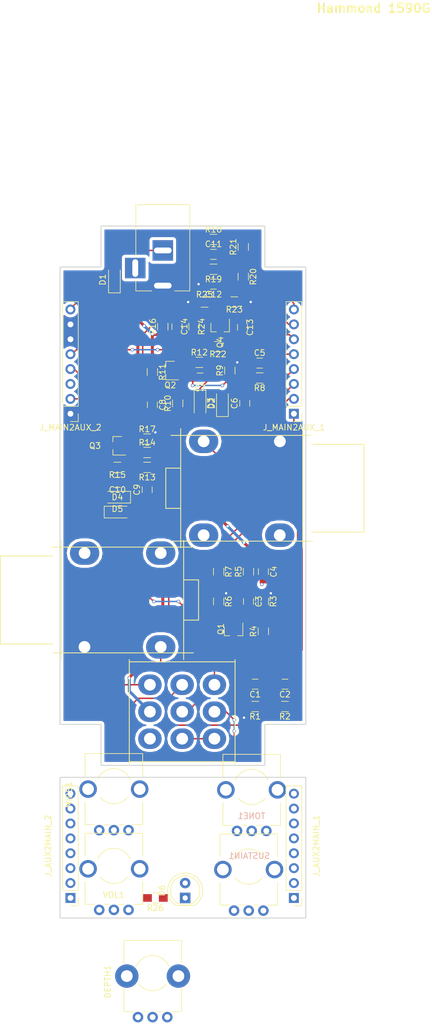
<source format=kicad_pcb>
(kicad_pcb (version 4) (host pcbnew 4.0.7)

  (general
    (links 109)
    (no_connects 17)
    (area 54.026999 103.810999 96.264801 219.975501)
    (thickness 1.6)
    (drawings 19)
    (tracks 342)
    (zones 0)
    (modules 63)
    (nets 63)
  )

  (page A4 portrait)
  (layers
    (0 F.Cu signal)
    (31 B.Cu signal)
    (32 B.Adhes user)
    (33 F.Adhes user)
    (34 B.Paste user)
    (35 F.Paste user)
    (36 B.SilkS user)
    (37 F.SilkS user)
    (38 B.Mask user hide)
    (39 F.Mask user hide)
    (40 Dwgs.User user hide)
    (41 Cmts.User user hide)
    (42 Eco1.User user hide)
    (43 Eco2.User user hide)
    (44 Edge.Cuts user)
    (45 Margin user hide)
    (46 B.CrtYd user hide)
    (47 F.CrtYd user hide)
    (48 B.Fab user hide)
    (49 F.Fab user hide)
  )

  (setup
    (last_trace_width 0.25)
    (user_trace_width 0.5)
    (user_trace_width 0.75)
    (user_trace_width 1)
    (trace_clearance 0.2)
    (zone_clearance 0.508)
    (zone_45_only no)
    (trace_min 0.0254)
    (segment_width 0.2)
    (edge_width 0.15)
    (via_size 0.6)
    (via_drill 0.4)
    (via_min_size 0.4)
    (via_min_drill 0.3)
    (user_via 2 1)
    (uvia_size 0.3)
    (uvia_drill 0.1)
    (uvias_allowed no)
    (uvia_min_size 0.2)
    (uvia_min_drill 0.1)
    (pcb_text_width 0.3)
    (pcb_text_size 1.5 1.5)
    (mod_edge_width 0.15)
    (mod_text_size 1 1)
    (mod_text_width 0.15)
    (pad_size 3 3)
    (pad_drill 2)
    (pad_to_mask_clearance 0.2)
    (aux_axis_origin 0 0)
    (visible_elements 7FFEFFFF)
    (pcbplotparams
      (layerselection 0x000d0_80000001)
      (usegerberextensions false)
      (excludeedgelayer false)
      (linewidth 0.100000)
      (plotframeref false)
      (viasonmask false)
      (mode 1)
      (useauxorigin false)
      (hpglpennumber 1)
      (hpglpenspeed 20)
      (hpglpendiameter 15)
      (hpglpenoverlay 2)
      (psnegative false)
      (psa4output false)
      (plotreference true)
      (plotvalue true)
      (plotinvisibletext false)
      (padsonsilk false)
      (subtractmaskfromsilk true)
      (outputformat 1)
      (mirror false)
      (drillshape 0)
      (scaleselection 1)
      (outputdirectory GERBERS/))
  )

  (net 0 "")
  (net 1 "Net-(C1-Pad1)")
  (net 2 "Net-(C5-Pad2)")
  (net 3 "Net-(C6-Pad1)")
  (net 4 /GND)
  (net 5 "Net-(C12-Pad1)")
  (net 6 "Net-(D6-Pad2)")
  (net 7 /+9V)
  (net 8 "Net-(J1-Pad3)")
  (net 9 "Net-(J_IN1-Pad2)")
  (net 10 "Net-(J_IN1-Pad1)")
  (net 11 "Net-(J_IN1-Pad3)")
  (net 12 "Net-(J_OUT1-Pad2)")
  (net 13 "Net-(J_OUT1-Pad1)")
  (net 14 "Net-(J_OUT1-Pad3)")
  (net 15 "Net-(Q1-Pad2)")
  (net 16 "Net-(Q2-Pad2)")
  (net 17 "Net-(Q3-Pad2)")
  (net 18 "Net-(Q4-Pad2)")
  (net 19 /VOL_P1)
  (net 20 /TONE_P2)
  (net 21 /SUS_P3)
  (net 22 /SUS_P2)
  (net 23 /TONE_P1)
  (net 24 /TONE_P3)
  (net 25 /LED_AN)
  (net 26 /VOL_P2)
  (net 27 /SUS_P1)
  (net 28 "Net-(C8-Pad2)")
  (net 29 "Net-(C10-Pad2)")
  (net 30 "Net-(C13-Pad1)")
  (net 31 "Net-(D1-Pad2)")
  (net 32 "Net-(D6-Pad1)")
  (net 33 "Net-(SW_EN1-Pad3)")
  (net 34 "Net-(J_AUX2MAIN_1-Pad3)")
  (net 35 "Net-(J_AUX2MAIN_1-Pad4)")
  (net 36 "Net-(J_AUX2MAIN_1-Pad5)")
  (net 37 "Net-(J_AUX2MAIN_1-Pad6)")
  (net 38 "Net-(J_AUX2MAIN_2-Pad1)")
  (net 39 "Net-(J_AUX2MAIN_2-Pad3)")
  (net 40 "Net-(J_AUX2MAIN_2-Pad4)")
  (net 41 "Net-(J_AUX2MAIN_2-Pad6)")
  (net 42 "Net-(SW_EN1-Pad6)")
  (net 43 /DEPTH_P3)
  (net 44 /DEPTH_P1_2)
  (net 45 "Net-(C3-Pad1)")
  (net 46 "Net-(C6-Pad2)")
  (net 47 "Net-(C7-Pad1)")
  (net 48 "Net-(C9-Pad1)")
  (net 49 "Net-(C10-Pad1)")
  (net 50 "Net-(C11-Pad2)")
  (net 51 "Net-(C14-Pad1)")
  (net 52 "Net-(DEPTH1-Pad3)")
  (net 53 "Net-(DEPTH1-Pad1)")
  (net 54 "Net-(J_AUX2MAIN_1-Pad7)")
  (net 55 "Net-(J_AUX2MAIN_1-Pad8)")
  (net 56 "Net-(J_AUX2MAIN_2-Pad5)")
  (net 57 "Net-(J_AUX2MAIN_2-Pad8)")
  (net 58 /MIDS_P3)
  (net 59 "Net-(MIDS1-Pad1)")
  (net 60 "Net-(R1-Pad1)")
  (net 61 "Net-(J_AUX2MAIN_2-Pad7)")
  (net 62 "Net-(J_MAIN2AUX_2-Pad3)")

  (net_class Default "This is the default net class."
    (clearance 0.2)
    (trace_width 0.25)
    (via_dia 0.6)
    (via_drill 0.4)
    (uvia_dia 0.3)
    (uvia_drill 0.1)
    (add_net /+9V)
    (add_net /DEPTH_P1_2)
    (add_net /DEPTH_P3)
    (add_net /GND)
    (add_net /LED_AN)
    (add_net /MIDS_P3)
    (add_net /SUS_P1)
    (add_net /SUS_P2)
    (add_net /SUS_P3)
    (add_net /TONE_P1)
    (add_net /TONE_P2)
    (add_net /TONE_P3)
    (add_net /VOL_P1)
    (add_net /VOL_P2)
    (add_net "Net-(C1-Pad1)")
    (add_net "Net-(C10-Pad1)")
    (add_net "Net-(C10-Pad2)")
    (add_net "Net-(C11-Pad2)")
    (add_net "Net-(C12-Pad1)")
    (add_net "Net-(C13-Pad1)")
    (add_net "Net-(C14-Pad1)")
    (add_net "Net-(C3-Pad1)")
    (add_net "Net-(C5-Pad2)")
    (add_net "Net-(C6-Pad1)")
    (add_net "Net-(C6-Pad2)")
    (add_net "Net-(C7-Pad1)")
    (add_net "Net-(C8-Pad2)")
    (add_net "Net-(C9-Pad1)")
    (add_net "Net-(D1-Pad2)")
    (add_net "Net-(D6-Pad1)")
    (add_net "Net-(D6-Pad2)")
    (add_net "Net-(DEPTH1-Pad1)")
    (add_net "Net-(DEPTH1-Pad3)")
    (add_net "Net-(J1-Pad3)")
    (add_net "Net-(J_AUX2MAIN_1-Pad3)")
    (add_net "Net-(J_AUX2MAIN_1-Pad4)")
    (add_net "Net-(J_AUX2MAIN_1-Pad5)")
    (add_net "Net-(J_AUX2MAIN_1-Pad6)")
    (add_net "Net-(J_AUX2MAIN_1-Pad7)")
    (add_net "Net-(J_AUX2MAIN_1-Pad8)")
    (add_net "Net-(J_AUX2MAIN_2-Pad1)")
    (add_net "Net-(J_AUX2MAIN_2-Pad3)")
    (add_net "Net-(J_AUX2MAIN_2-Pad4)")
    (add_net "Net-(J_AUX2MAIN_2-Pad5)")
    (add_net "Net-(J_AUX2MAIN_2-Pad6)")
    (add_net "Net-(J_AUX2MAIN_2-Pad7)")
    (add_net "Net-(J_AUX2MAIN_2-Pad8)")
    (add_net "Net-(J_IN1-Pad1)")
    (add_net "Net-(J_IN1-Pad2)")
    (add_net "Net-(J_IN1-Pad3)")
    (add_net "Net-(J_MAIN2AUX_2-Pad3)")
    (add_net "Net-(J_OUT1-Pad1)")
    (add_net "Net-(J_OUT1-Pad2)")
    (add_net "Net-(J_OUT1-Pad3)")
    (add_net "Net-(MIDS1-Pad1)")
    (add_net "Net-(Q1-Pad2)")
    (add_net "Net-(Q2-Pad2)")
    (add_net "Net-(Q3-Pad2)")
    (add_net "Net-(Q4-Pad2)")
    (add_net "Net-(R1-Pad1)")
    (add_net "Net-(SW_EN1-Pad3)")
    (add_net "Net-(SW_EN1-Pad6)")
  )

  (module Connectors:BARREL_JACK (layer F.Cu) (tedit 5A52B705) (tstamp 5A2D2665)
    (at 71.628 114.046 270)
    (descr "DC Barrel Jack")
    (tags "Power Jack")
    (path /5A2DF800)
    (fp_text reference J1 (at -8.45 5.75 270) (layer F.SilkS) hide
      (effects (font (size 1 1) (thickness 0.15)))
    )
    (fp_text value BARREL_JACK (at -6.2 -5.5 270) (layer F.Fab)
      (effects (font (size 1 1) (thickness 0.15)))
    )
    (fp_line (start 1 -4.5) (end 1 -4.75) (layer F.CrtYd) (width 0.05))
    (fp_line (start 1 -4.75) (end -14 -4.75) (layer F.CrtYd) (width 0.05))
    (fp_line (start 1 -4.5) (end 1 -2) (layer F.CrtYd) (width 0.05))
    (fp_line (start 1 -2) (end 2 -2) (layer F.CrtYd) (width 0.05))
    (fp_line (start 2 -2) (end 2 2) (layer F.CrtYd) (width 0.05))
    (fp_line (start 2 2) (end 1 2) (layer F.CrtYd) (width 0.05))
    (fp_line (start 1 2) (end 1 4.75) (layer F.CrtYd) (width 0.05))
    (fp_line (start 1 4.75) (end -1 4.75) (layer F.CrtYd) (width 0.05))
    (fp_line (start -1 4.75) (end -1 6.75) (layer F.CrtYd) (width 0.05))
    (fp_line (start -1 6.75) (end -5 6.75) (layer F.CrtYd) (width 0.05))
    (fp_line (start -5 6.75) (end -5 4.75) (layer F.CrtYd) (width 0.05))
    (fp_line (start -5 4.75) (end -14 4.75) (layer F.CrtYd) (width 0.05))
    (fp_line (start -14 4.75) (end -14 -4.75) (layer F.CrtYd) (width 0.05))
    (fp_line (start -5 4.6) (end -13.8 4.6) (layer F.SilkS) (width 0.12))
    (fp_line (start -13.8 4.6) (end -13.8 -4.6) (layer F.SilkS) (width 0.12))
    (fp_line (start 0.9 1.9) (end 0.9 4.6) (layer F.SilkS) (width 0.12))
    (fp_line (start 0.9 4.6) (end -1 4.6) (layer F.SilkS) (width 0.12))
    (fp_line (start -13.8 -4.6) (end 0.9 -4.6) (layer F.SilkS) (width 0.12))
    (fp_line (start 0.9 -4.6) (end 0.9 -2) (layer F.SilkS) (width 0.12))
    (fp_line (start -10.2 -4.5) (end -10.2 4.5) (layer F.Fab) (width 0.1))
    (fp_line (start -13.7 -4.5) (end -13.7 4.5) (layer F.Fab) (width 0.1))
    (fp_line (start -13.7 4.5) (end 0.8 4.5) (layer F.Fab) (width 0.1))
    (fp_line (start 0.8 4.5) (end 0.8 -4.5) (layer F.Fab) (width 0.1))
    (fp_line (start 0.8 -4.5) (end -13.7 -4.5) (layer F.Fab) (width 0.1))
    (pad 1 thru_hole rect (at 0 0 270) (size 3.5 3.5) (drill oval 1 3) (layers *.Cu *.Mask)
      (net 4 /GND))
    (pad 2 thru_hole rect (at -6 0 270) (size 3.5 3.5) (drill oval 1 3) (layers *.Cu *.Mask)
      (net 31 "Net-(D1-Pad2)"))
    (pad 3 thru_hole rect (at -3 4.7 270) (size 3.5 3.5) (drill oval 3 1) (layers *.Cu *.Mask)
      (net 8 "Net-(J1-Pad3)"))
  )

  (module custom_sockets:JackSocket_Mono_PCB locked (layer F.Cu) (tedit 5A52B716) (tstamp 5A2D266D)
    (at 85.09 148.59 90)
    (path /5A2E0A2D)
    (fp_text reference J_IN1 (at 0.0635 16.9545 180) (layer F.SilkS) hide
      (effects (font (size 1 1) (thickness 0.15)))
    )
    (fp_text value JACK__MONO_2P_NC (at 0.0635 13.2715 90) (layer F.Fab) hide
      (effects (font (size 1 1) (thickness 0.15)))
    )
    (fp_line (start 0 -12.954) (end -3.429 -12.954) (layer F.SilkS) (width 0.15))
    (fp_line (start -3.429 -12.954) (end -3.429 -10.414) (layer F.SilkS) (width 0.15))
    (fp_line (start 0 -12.954) (end 3.429 -12.954) (layer F.SilkS) (width 0.15))
    (fp_line (start 3.429 -12.954) (end 3.429 -10.414) (layer F.SilkS) (width 0.15))
    (fp_line (start -10.16 10.414) (end 10.16 10.414) (layer F.SilkS) (width 0.15))
    (fp_line (start -10.16 -10.414) (end 10.16 -10.414) (layer F.SilkS) (width 0.15))
    (fp_line (start -7.493 11.938) (end -7.493 20.828) (layer F.SilkS) (width 0.15))
    (fp_line (start -7.493 20.828) (end 7.493 20.828) (layer F.SilkS) (width 0.15))
    (fp_line (start 7.493 20.828) (end 7.493 11.938) (layer F.SilkS) (width 0.15))
    (fp_line (start 9.017 -12.065) (end 9.017 11.811) (layer F.SilkS) (width 0.15))
    (fp_line (start -9.017 -11.811) (end -9.017 12.065) (layer F.SilkS) (width 0.15))
    (pad 2 thru_hole oval (at -8 -6.5 90) (size 4 5) (drill 2) (layers *.Cu *.Mask)
      (net 9 "Net-(J_IN1-Pad2)"))
    (pad 1 thru_hole oval (at 8 -6.5 90) (size 4 5) (drill 2) (layers *.Cu *.Mask)
      (net 10 "Net-(J_IN1-Pad1)"))
    (pad 4 thru_hole oval (at 8 6.5 90) (size 4 5) (drill 2) (layers *.Cu *.Mask)
      (net 4 /GND))
    (pad 3 thru_hole oval (at -8 6.477 90) (size 4 5) (drill 2) (layers *.Cu *.Mask)
      (net 11 "Net-(J_IN1-Pad3)"))
  )

  (module custom_sw:SW_3PDT_W18MM_L17.3MM_P5.3MM_D2MM_SolderLugs (layer F.Cu) (tedit 5A52B752) (tstamp 5A321BDF)
    (at 74.93 186.69)
    (path /5A2E01EA)
    (fp_text reference SW_EN1 (at 31.115 9.652) (layer F.SilkS) hide
      (effects (font (size 1 1) (thickness 0.15)))
    )
    (fp_text value SW_3PDT_on_on (at 0.254 14.478) (layer F.Fab)
      (effects (font (size 1 1) (thickness 0.15)))
    )
    (fp_line (start -8.89 -8.509) (end 7.62 -8.509) (layer F.SilkS) (width 0.15))
    (fp_line (start 7.62 -8.509) (end 8.89 -8.509) (layer F.SilkS) (width 0.15))
    (fp_line (start 9.017 -8.89) (end 9.017 8.89) (layer F.SilkS) (width 0.15))
    (fp_line (start 8.89 8.509) (end -8.89 8.509) (layer F.SilkS) (width 0.15))
    (fp_line (start -9.017 8.89) (end -9.017 -8.89) (layer F.SilkS) (width 0.15))
    (pad 1 thru_hole oval (at -5.5 -4.6) (size 4 3.5) (drill 2) (layers *.Cu *.Mask)
      (net 25 /LED_AN))
    (pad 4 thru_hole oval (at 0 -4.6) (size 4 3.5) (drill 2) (layers *.Cu *.Mask)
      (net 60 "Net-(R1-Pad1)"))
    (pad 7 thru_hole oval (at 5.5 -4.6) (size 4 3.5) (drill 2) (layers *.Cu *.Mask)
      (net 26 /VOL_P2))
    (pad 2 thru_hole oval (at -5.5 0) (size 4 3.5) (drill 2) (layers *.Cu *.Mask)
      (net 7 /+9V))
    (pad 5 thru_hole oval (at 0 0) (size 4 3.5) (drill 2) (layers *.Cu *.Mask)
      (net 10 "Net-(J_IN1-Pad1)"))
    (pad 8 thru_hole oval (at 5.5 0) (size 4 3.5) (drill 2) (layers *.Cu *.Mask)
      (net 13 "Net-(J_OUT1-Pad1)"))
    (pad 3 thru_hole oval (at -5.5 4.6) (size 4 3.5) (drill 2) (layers *.Cu *.Mask)
      (net 33 "Net-(SW_EN1-Pad3)"))
    (pad 6 thru_hole oval (at 0 4.6) (size 4 3.5) (drill 2) (layers *.Cu *.Mask)
      (net 42 "Net-(SW_EN1-Pad6)"))
    (pad 9 thru_hole oval (at 5.5 4.6) (size 4 3.5) (drill 2) (layers *.Cu *.Mask)
      (net 42 "Net-(SW_EN1-Pad6)"))
  )

  (module Potentiometers:Potentiometer_Bourns_PTV09A-1_Horizontal (layer F.Cu) (tedit 5A52B76B) (tstamp 5A340A91)
    (at 88.773 220.599 90)
    (descr "Potentiometer, horizontally mounted, Omeg PC16PU, Omeg PC16PU, Omeg PC16PU, Vishay/Spectrol 248GJ/249GJ Single, Vishay/Spectrol 248GJ/249GJ Single, Vishay/Spectrol 248GJ/249GJ Single, Vishay/Spectrol 248GH/249GH Single, Vishay/Spectrol 148/149 Single, Vishay/Spectrol 148/149 Single, Vishay/Spectrol 148/149 Single, Vishay/Spectrol 148A/149A Single with mounting plates, Vishay/Spectrol 148/149 Double, Vishay/Spectrol 148A/149A Double with mounting plates, Piher PC-16 Single, Piher PC-16 Single, Piher PC-16 Single, Piher PC-16SV Single, Piher PC-16 Double, Piher PC-16 Triple, Piher T16H Single, Piher T16L Single, Piher T16H Double, Alps RK163 Single, Alps RK163 Double, Alps RK097 Single, Alps RK097 Double, Bourns PTV09A-2 Single with mounting sleve Single, Bourns PTV09A-1 with mounting sleve Single, http://www.bourns.com/docs/Product-Datasheets/ptv09.pdf")
    (tags "Potentiometer horizontal  Omeg PC16PU  Omeg PC16PU  Omeg PC16PU  Vishay/Spectrol 248GJ/249GJ Single  Vishay/Spectrol 248GJ/249GJ Single  Vishay/Spectrol 248GJ/249GJ Single  Vishay/Spectrol 248GH/249GH Single  Vishay/Spectrol 148/149 Single  Vishay/Spectrol 148/149 Single  Vishay/Spectrol 148/149 Single  Vishay/Spectrol 148A/149A Single with mounting plates  Vishay/Spectrol 148/149 Double  Vishay/Spectrol 148A/149A Double with mounting plates  Piher PC-16 Single  Piher PC-16 Single  Piher PC-16 Single  Piher PC-16SV Single  Piher PC-16 Double  Piher PC-16 Triple  Piher T16H Single  Piher T16L Single  Piher T16H Double  Alps RK163 Single  Alps RK163 Double  Alps RK097 Single  Alps RK097 Double  Bourns PTV09A-2 Single with mounting sleve Single  Bourns PTV09A-1 with mounting sleve Single")
    (path /5A8553AF)
    (fp_text reference SUSTAIN1 (at 9.3345 -2.413 180) (layer B.SilkS)
      (effects (font (size 1 1) (thickness 0.15)) (justify mirror))
    )
    (fp_text value B100K (at 6.05 5.15 90) (layer F.Fab)
      (effects (font (size 1 1) (thickness 0.15)))
    )
    (fp_arc (start 7.5 -2.5) (end 8.673 0.262) (angle -134) (layer F.SilkS) (width 0.12))
    (fp_arc (start 7.5 -2.5) (end 5.572 -4.798) (angle -100) (layer F.SilkS) (width 0.12))
    (fp_circle (center 7.5 -2.5) (end 10.9 -2.5) (layer F.Fab) (width 0.1))
    (fp_circle (center 7.5 -2.5) (end 10.5 -2.5) (layer F.Fab) (width 0.1))
    (fp_line (start 1 -7.35) (end 1 2.35) (layer F.Fab) (width 0.1))
    (fp_line (start 1 2.35) (end 13 2.35) (layer F.Fab) (width 0.1))
    (fp_line (start 13 2.35) (end 13 -7.35) (layer F.Fab) (width 0.1))
    (fp_line (start 13 -7.35) (end 1 -7.35) (layer F.Fab) (width 0.1))
    (fp_line (start 0.94 -7.41) (end 4.806 -7.41) (layer F.SilkS) (width 0.12))
    (fp_line (start 9.195 -7.41) (end 13.06 -7.41) (layer F.SilkS) (width 0.12))
    (fp_line (start 0.94 2.41) (end 4.806 2.41) (layer F.SilkS) (width 0.12))
    (fp_line (start 9.195 2.41) (end 13.06 2.41) (layer F.SilkS) (width 0.12))
    (fp_line (start 0.94 -7.41) (end 0.94 -5.825) (layer F.SilkS) (width 0.12))
    (fp_line (start 0.94 -4.175) (end 0.94 -3.325) (layer F.SilkS) (width 0.12))
    (fp_line (start 0.94 -1.675) (end 0.94 -0.825) (layer F.SilkS) (width 0.12))
    (fp_line (start 0.94 0.825) (end 0.94 2.41) (layer F.SilkS) (width 0.12))
    (fp_line (start 13.06 -7.41) (end 13.06 2.41) (layer F.SilkS) (width 0.12))
    (fp_line (start -1.15 -9.15) (end -1.15 4.15) (layer F.CrtYd) (width 0.05))
    (fp_line (start -1.15 4.15) (end 13.25 4.15) (layer F.CrtYd) (width 0.05))
    (fp_line (start 13.25 4.15) (end 13.25 -9.15) (layer F.CrtYd) (width 0.05))
    (fp_line (start 13.25 -9.15) (end -1.15 -9.15) (layer F.CrtYd) (width 0.05))
    (pad 3 thru_hole circle (at 0 -5 90) (size 1.8 1.8) (drill 1) (layers *.Cu *.Mask)
      (net 34 "Net-(J_AUX2MAIN_1-Pad3)"))
    (pad 2 thru_hole circle (at 0 -2.5 90) (size 1.8 1.8) (drill 1) (layers *.Cu *.Mask)
      (net 36 "Net-(J_AUX2MAIN_1-Pad5)"))
    (pad 1 thru_hole circle (at 0 0 90) (size 1.8 1.8) (drill 1) (layers *.Cu *.Mask)
      (net 35 "Net-(J_AUX2MAIN_1-Pad4)"))
    (pad "" np_thru_hole circle (at 7 -6.9 90) (size 3 3) (drill 2) (layers *.Cu *.Mask))
    (pad "" np_thru_hole circle (at 7 1.9 90) (size 3 3) (drill 2) (layers *.Cu *.Mask))
    (model Potentiometers.3dshapes/Potentiometer_Bourns_PTV09A-1_Horizontal.wrl
      (at (xyz 0 0 0))
      (scale (xyz 0.393701 0.393701 0.393701))
      (rotate (xyz 0 0 0))
    )
  )

  (module Potentiometers:Potentiometer_Bourns_PTV09A-1_Horizontal (layer F.Cu) (tedit 5A803AB6) (tstamp 5A340A9A)
    (at 89.281 207.01 90)
    (descr "Potentiometer, horizontally mounted, Omeg PC16PU, Omeg PC16PU, Omeg PC16PU, Vishay/Spectrol 248GJ/249GJ Single, Vishay/Spectrol 248GJ/249GJ Single, Vishay/Spectrol 248GJ/249GJ Single, Vishay/Spectrol 248GH/249GH Single, Vishay/Spectrol 148/149 Single, Vishay/Spectrol 148/149 Single, Vishay/Spectrol 148/149 Single, Vishay/Spectrol 148A/149A Single with mounting plates, Vishay/Spectrol 148/149 Double, Vishay/Spectrol 148A/149A Double with mounting plates, Piher PC-16 Single, Piher PC-16 Single, Piher PC-16 Single, Piher PC-16SV Single, Piher PC-16 Double, Piher PC-16 Triple, Piher T16H Single, Piher T16L Single, Piher T16H Double, Alps RK163 Single, Alps RK163 Double, Alps RK097 Single, Alps RK097 Double, Bourns PTV09A-2 Single with mounting sleve Single, Bourns PTV09A-1 with mounting sleve Single, http://www.bourns.com/docs/Product-Datasheets/ptv09.pdf")
    (tags "Potentiometer horizontal  Omeg PC16PU  Omeg PC16PU  Omeg PC16PU  Vishay/Spectrol 248GJ/249GJ Single  Vishay/Spectrol 248GJ/249GJ Single  Vishay/Spectrol 248GJ/249GJ Single  Vishay/Spectrol 248GH/249GH Single  Vishay/Spectrol 148/149 Single  Vishay/Spectrol 148/149 Single  Vishay/Spectrol 148/149 Single  Vishay/Spectrol 148A/149A Single with mounting plates  Vishay/Spectrol 148/149 Double  Vishay/Spectrol 148A/149A Double with mounting plates  Piher PC-16 Single  Piher PC-16 Single  Piher PC-16 Single  Piher PC-16SV Single  Piher PC-16 Double  Piher PC-16 Triple  Piher T16H Single  Piher T16L Single  Piher T16H Double  Alps RK163 Single  Alps RK163 Double  Alps RK097 Single  Alps RK097 Double  Bourns PTV09A-2 Single with mounting sleve Single  Bourns PTV09A-1 with mounting sleve Single")
    (path /5A85552F)
    (fp_text reference TONE1 (at 2.54 -2.54 180) (layer B.SilkS)
      (effects (font (size 1 1) (thickness 0.15)) (justify mirror))
    )
    (fp_text value B100K (at 6.05 5.15 90) (layer F.Fab)
      (effects (font (size 1 1) (thickness 0.15)))
    )
    (fp_arc (start 7.5 -2.5) (end 8.673 0.262) (angle -134) (layer F.SilkS) (width 0.12))
    (fp_arc (start 7.5 -2.5) (end 5.572 -4.798) (angle -100) (layer F.SilkS) (width 0.12))
    (fp_circle (center 7.5 -2.5) (end 10.9 -2.5) (layer F.Fab) (width 0.1))
    (fp_circle (center 7.5 -2.5) (end 10.5 -2.5) (layer F.Fab) (width 0.1))
    (fp_line (start 1 -7.35) (end 1 2.35) (layer F.Fab) (width 0.1))
    (fp_line (start 1 2.35) (end 13 2.35) (layer F.Fab) (width 0.1))
    (fp_line (start 13 2.35) (end 13 -7.35) (layer F.Fab) (width 0.1))
    (fp_line (start 13 -7.35) (end 1 -7.35) (layer F.Fab) (width 0.1))
    (fp_line (start 0.94 -7.41) (end 4.806 -7.41) (layer F.SilkS) (width 0.12))
    (fp_line (start 9.195 -7.41) (end 13.06 -7.41) (layer F.SilkS) (width 0.12))
    (fp_line (start 0.94 2.41) (end 4.806 2.41) (layer F.SilkS) (width 0.12))
    (fp_line (start 9.195 2.41) (end 13.06 2.41) (layer F.SilkS) (width 0.12))
    (fp_line (start 0.94 -7.41) (end 0.94 -5.825) (layer F.SilkS) (width 0.12))
    (fp_line (start 0.94 -4.175) (end 0.94 -3.325) (layer F.SilkS) (width 0.12))
    (fp_line (start 0.94 -1.675) (end 0.94 -0.825) (layer F.SilkS) (width 0.12))
    (fp_line (start 0.94 0.825) (end 0.94 2.41) (layer F.SilkS) (width 0.12))
    (fp_line (start 13.06 -7.41) (end 13.06 2.41) (layer F.SilkS) (width 0.12))
    (fp_line (start -1.15 -9.15) (end -1.15 4.15) (layer F.CrtYd) (width 0.05))
    (fp_line (start -1.15 4.15) (end 13.25 4.15) (layer F.CrtYd) (width 0.05))
    (fp_line (start 13.25 4.15) (end 13.25 -9.15) (layer F.CrtYd) (width 0.05))
    (fp_line (start 13.25 -9.15) (end -1.15 -9.15) (layer F.CrtYd) (width 0.05))
    (pad 3 thru_hole circle (at 0 -5 90) (size 1.8 1.8) (drill 1) (layers *.Cu *.Mask)
      (net 55 "Net-(J_AUX2MAIN_1-Pad8)"))
    (pad 2 thru_hole circle (at 0 -2.5 90) (size 1.8 1.8) (drill 1) (layers *.Cu *.Mask)
      (net 37 "Net-(J_AUX2MAIN_1-Pad6)"))
    (pad 1 thru_hole circle (at 0 0 90) (size 1.8 1.8) (drill 1) (layers *.Cu *.Mask)
      (net 54 "Net-(J_AUX2MAIN_1-Pad7)"))
    (pad "" np_thru_hole circle (at 7 -6.9 90) (size 3 3) (drill 2) (layers *.Cu *.Mask))
    (pad "" np_thru_hole circle (at 7 1.9 90) (size 3 3) (drill 2) (layers *.Cu *.Mask))
    (model Potentiometers.3dshapes/Potentiometer_Bourns_PTV09A-1_Horizontal.wrl
      (at (xyz 0 0 0))
      (scale (xyz 0.393701 0.393701 0.393701))
      (rotate (xyz 0 0 0))
    )
  )

  (module Pin_Headers:Pin_Header_Straight_1x08_Pitch2.54mm (layer F.Cu) (tedit 5A803AAA) (tstamp 5A801E59)
    (at 55.88 218.44 180)
    (descr "Through hole straight pin header, 1x08, 2.54mm pitch, single row")
    (tags "Through hole pin header THT 1x08 2.54mm single row")
    (path /5A870688)
    (fp_text reference J_AUX2MAIN_2 (at 3.81 8.89 270) (layer F.SilkS)
      (effects (font (size 1 1) (thickness 0.15)))
    )
    (fp_text value Conn_01x08 (at 0 20.11 180) (layer F.Fab)
      (effects (font (size 1 1) (thickness 0.15)))
    )
    (fp_line (start -0.635 -1.27) (end 1.27 -1.27) (layer F.Fab) (width 0.1))
    (fp_line (start 1.27 -1.27) (end 1.27 19.05) (layer F.Fab) (width 0.1))
    (fp_line (start 1.27 19.05) (end -1.27 19.05) (layer F.Fab) (width 0.1))
    (fp_line (start -1.27 19.05) (end -1.27 -0.635) (layer F.Fab) (width 0.1))
    (fp_line (start -1.27 -0.635) (end -0.635 -1.27) (layer F.Fab) (width 0.1))
    (fp_line (start -1.33 19.11) (end 1.33 19.11) (layer F.SilkS) (width 0.12))
    (fp_line (start -1.33 1.27) (end -1.33 19.11) (layer F.SilkS) (width 0.12))
    (fp_line (start 1.33 1.27) (end 1.33 19.11) (layer F.SilkS) (width 0.12))
    (fp_line (start -1.33 1.27) (end 1.33 1.27) (layer F.SilkS) (width 0.12))
    (fp_line (start -1.33 0) (end -1.33 -1.33) (layer F.SilkS) (width 0.12))
    (fp_line (start -1.33 -1.33) (end 0 -1.33) (layer F.SilkS) (width 0.12))
    (fp_line (start -1.8 -1.8) (end -1.8 19.55) (layer F.CrtYd) (width 0.05))
    (fp_line (start -1.8 19.55) (end 1.8 19.55) (layer F.CrtYd) (width 0.05))
    (fp_line (start 1.8 19.55) (end 1.8 -1.8) (layer F.CrtYd) (width 0.05))
    (fp_line (start 1.8 -1.8) (end -1.8 -1.8) (layer F.CrtYd) (width 0.05))
    (fp_text user %R (at 0 8.89 270) (layer F.Fab)
      (effects (font (size 1 1) (thickness 0.15)))
    )
    (pad 1 thru_hole rect (at 0 0 180) (size 1.7 1.7) (drill 1) (layers *.Cu *.Mask)
      (net 38 "Net-(J_AUX2MAIN_2-Pad1)"))
    (pad 2 thru_hole oval (at 0 2.54 180) (size 1.7 1.7) (drill 1) (layers *.Cu *.Mask)
      (net 6 "Net-(D6-Pad2)"))
    (pad 3 thru_hole oval (at 0 5.08 180) (size 1.7 1.7) (drill 1) (layers *.Cu *.Mask)
      (net 39 "Net-(J_AUX2MAIN_2-Pad3)"))
    (pad 4 thru_hole oval (at 0 7.62 180) (size 1.7 1.7) (drill 1) (layers *.Cu *.Mask)
      (net 40 "Net-(J_AUX2MAIN_2-Pad4)"))
    (pad 5 thru_hole oval (at 0 10.16 180) (size 1.7 1.7) (drill 1) (layers *.Cu *.Mask)
      (net 56 "Net-(J_AUX2MAIN_2-Pad5)"))
    (pad 6 thru_hole oval (at 0 12.7 180) (size 1.7 1.7) (drill 1) (layers *.Cu *.Mask)
      (net 41 "Net-(J_AUX2MAIN_2-Pad6)"))
    (pad 7 thru_hole oval (at 0 15.24 180) (size 1.7 1.7) (drill 1) (layers *.Cu *.Mask)
      (net 61 "Net-(J_AUX2MAIN_2-Pad7)"))
    (pad 8 thru_hole oval (at 0 17.78 180) (size 1.7 1.7) (drill 1) (layers *.Cu *.Mask)
      (net 57 "Net-(J_AUX2MAIN_2-Pad8)"))
    (model ${KISYS3DMOD}/Pin_Headers.3dshapes/Pin_Header_Straight_1x08_Pitch2.54mm.wrl
      (at (xyz 0 0 0))
      (scale (xyz 1 1 1))
      (rotate (xyz 0 0 0))
    )
  )

  (module Pin_Headers:Pin_Header_Straight_1x08_Pitch2.54mm (layer F.Cu) (tedit 59650532) (tstamp 5A801E64)
    (at 93.98 135.89 180)
    (descr "Through hole straight pin header, 1x08, 2.54mm pitch, single row")
    (tags "Through hole pin header THT 1x08 2.54mm single row")
    (path /5A86FFEE)
    (fp_text reference J_MAIN2AUX_1 (at 0 -2.33 180) (layer F.SilkS)
      (effects (font (size 1 1) (thickness 0.15)))
    )
    (fp_text value Conn_01x08 (at 0 20.11 180) (layer F.Fab)
      (effects (font (size 1 1) (thickness 0.15)))
    )
    (fp_line (start -0.635 -1.27) (end 1.27 -1.27) (layer F.Fab) (width 0.1))
    (fp_line (start 1.27 -1.27) (end 1.27 19.05) (layer F.Fab) (width 0.1))
    (fp_line (start 1.27 19.05) (end -1.27 19.05) (layer F.Fab) (width 0.1))
    (fp_line (start -1.27 19.05) (end -1.27 -0.635) (layer F.Fab) (width 0.1))
    (fp_line (start -1.27 -0.635) (end -0.635 -1.27) (layer F.Fab) (width 0.1))
    (fp_line (start -1.33 19.11) (end 1.33 19.11) (layer F.SilkS) (width 0.12))
    (fp_line (start -1.33 1.27) (end -1.33 19.11) (layer F.SilkS) (width 0.12))
    (fp_line (start 1.33 1.27) (end 1.33 19.11) (layer F.SilkS) (width 0.12))
    (fp_line (start -1.33 1.27) (end 1.33 1.27) (layer F.SilkS) (width 0.12))
    (fp_line (start -1.33 0) (end -1.33 -1.33) (layer F.SilkS) (width 0.12))
    (fp_line (start -1.33 -1.33) (end 0 -1.33) (layer F.SilkS) (width 0.12))
    (fp_line (start -1.8 -1.8) (end -1.8 19.55) (layer F.CrtYd) (width 0.05))
    (fp_line (start -1.8 19.55) (end 1.8 19.55) (layer F.CrtYd) (width 0.05))
    (fp_line (start 1.8 19.55) (end 1.8 -1.8) (layer F.CrtYd) (width 0.05))
    (fp_line (start 1.8 -1.8) (end -1.8 -1.8) (layer F.CrtYd) (width 0.05))
    (fp_text user %R (at 0 8.89 270) (layer F.Fab)
      (effects (font (size 1 1) (thickness 0.15)))
    )
    (pad 1 thru_hole rect (at 0 0 180) (size 1.7 1.7) (drill 1) (layers *.Cu *.Mask)
      (net 43 /DEPTH_P3))
    (pad 2 thru_hole oval (at 0 2.54 180) (size 1.7 1.7) (drill 1) (layers *.Cu *.Mask)
      (net 44 /DEPTH_P1_2))
    (pad 3 thru_hole oval (at 0 5.08 180) (size 1.7 1.7) (drill 1) (layers *.Cu *.Mask)
      (net 21 /SUS_P3))
    (pad 4 thru_hole oval (at 0 7.62 180) (size 1.7 1.7) (drill 1) (layers *.Cu *.Mask)
      (net 27 /SUS_P1))
    (pad 5 thru_hole oval (at 0 10.16 180) (size 1.7 1.7) (drill 1) (layers *.Cu *.Mask)
      (net 22 /SUS_P2))
    (pad 6 thru_hole oval (at 0 12.7 180) (size 1.7 1.7) (drill 1) (layers *.Cu *.Mask)
      (net 20 /TONE_P2))
    (pad 7 thru_hole oval (at 0 15.24 180) (size 1.7 1.7) (drill 1) (layers *.Cu *.Mask)
      (net 23 /TONE_P1))
    (pad 8 thru_hole oval (at 0 17.78 180) (size 1.7 1.7) (drill 1) (layers *.Cu *.Mask)
      (net 24 /TONE_P3))
    (model ${KISYS3DMOD}/Pin_Headers.3dshapes/Pin_Header_Straight_1x08_Pitch2.54mm.wrl
      (at (xyz 0 0 0))
      (scale (xyz 1 1 1))
      (rotate (xyz 0 0 0))
    )
  )

  (module Pin_Headers:Pin_Header_Straight_1x08_Pitch2.54mm (layer F.Cu) (tedit 59650532) (tstamp 5A801E6F)
    (at 55.88 135.89 180)
    (descr "Through hole straight pin header, 1x08, 2.54mm pitch, single row")
    (tags "Through hole pin header THT 1x08 2.54mm single row")
    (path /5A87107D)
    (fp_text reference J_MAIN2AUX_2 (at 0 -2.33 180) (layer F.SilkS)
      (effects (font (size 1 1) (thickness 0.15)))
    )
    (fp_text value Conn_01x08 (at 0 20.11 180) (layer F.Fab)
      (effects (font (size 1 1) (thickness 0.15)))
    )
    (fp_line (start -0.635 -1.27) (end 1.27 -1.27) (layer F.Fab) (width 0.1))
    (fp_line (start 1.27 -1.27) (end 1.27 19.05) (layer F.Fab) (width 0.1))
    (fp_line (start 1.27 19.05) (end -1.27 19.05) (layer F.Fab) (width 0.1))
    (fp_line (start -1.27 19.05) (end -1.27 -0.635) (layer F.Fab) (width 0.1))
    (fp_line (start -1.27 -0.635) (end -0.635 -1.27) (layer F.Fab) (width 0.1))
    (fp_line (start -1.33 19.11) (end 1.33 19.11) (layer F.SilkS) (width 0.12))
    (fp_line (start -1.33 1.27) (end -1.33 19.11) (layer F.SilkS) (width 0.12))
    (fp_line (start 1.33 1.27) (end 1.33 19.11) (layer F.SilkS) (width 0.12))
    (fp_line (start -1.33 1.27) (end 1.33 1.27) (layer F.SilkS) (width 0.12))
    (fp_line (start -1.33 0) (end -1.33 -1.33) (layer F.SilkS) (width 0.12))
    (fp_line (start -1.33 -1.33) (end 0 -1.33) (layer F.SilkS) (width 0.12))
    (fp_line (start -1.8 -1.8) (end -1.8 19.55) (layer F.CrtYd) (width 0.05))
    (fp_line (start -1.8 19.55) (end 1.8 19.55) (layer F.CrtYd) (width 0.05))
    (fp_line (start 1.8 19.55) (end 1.8 -1.8) (layer F.CrtYd) (width 0.05))
    (fp_line (start 1.8 -1.8) (end -1.8 -1.8) (layer F.CrtYd) (width 0.05))
    (fp_text user %R (at 0 8.89 270) (layer F.Fab)
      (effects (font (size 1 1) (thickness 0.15)))
    )
    (pad 1 thru_hole rect (at 0 0 180) (size 1.7 1.7) (drill 1) (layers *.Cu *.Mask)
      (net 4 /GND))
    (pad 2 thru_hole oval (at 0 2.54 180) (size 1.7 1.7) (drill 1) (layers *.Cu *.Mask)
      (net 25 /LED_AN))
    (pad 3 thru_hole oval (at 0 5.08 180) (size 1.7 1.7) (drill 1) (layers *.Cu *.Mask)
      (net 62 "Net-(J_MAIN2AUX_2-Pad3)"))
    (pad 4 thru_hole oval (at 0 7.62 180) (size 1.7 1.7) (drill 1) (layers *.Cu *.Mask)
      (net 26 /VOL_P2))
    (pad 5 thru_hole oval (at 0 10.16 180) (size 1.7 1.7) (drill 1) (layers *.Cu *.Mask)
      (net 19 /VOL_P1))
    (pad 6 thru_hole oval (at 0 12.7 180) (size 1.7 1.7) (drill 1) (layers *.Cu *.Mask)
      (net 4 /GND))
    (pad 7 thru_hole oval (at 0 15.24 180) (size 1.7 1.7) (drill 1) (layers *.Cu *.Mask)
      (net 4 /GND))
    (pad 8 thru_hole oval (at 0 17.78 180) (size 1.7 1.7) (drill 1) (layers *.Cu *.Mask)
      (net 58 /MIDS_P3))
    (model ${KISYS3DMOD}/Pin_Headers.3dshapes/Pin_Header_Straight_1x08_Pitch2.54mm.wrl
      (at (xyz 0 0 0))
      (scale (xyz 1 1 1))
      (rotate (xyz 0 0 0))
    )
  )

  (module custom_sockets:JackSocket_Mono_PCB (layer F.Cu) (tedit 5A52B728) (tstamp 5A2D2675)
    (at 64.77 167.64 270)
    (path /5A2E0B11)
    (fp_text reference J_OUT1 (at 0.0635 16.9545 360) (layer F.SilkS) hide
      (effects (font (size 1 1) (thickness 0.15)))
    )
    (fp_text value JACK__MONO_2P_NC (at 0.0635 13.2715 270) (layer F.Fab) hide
      (effects (font (size 1 1) (thickness 0.15)))
    )
    (fp_line (start 0 -12.954) (end -3.429 -12.954) (layer F.SilkS) (width 0.15))
    (fp_line (start -3.429 -12.954) (end -3.429 -10.414) (layer F.SilkS) (width 0.15))
    (fp_line (start 0 -12.954) (end 3.429 -12.954) (layer F.SilkS) (width 0.15))
    (fp_line (start 3.429 -12.954) (end 3.429 -10.414) (layer F.SilkS) (width 0.15))
    (fp_line (start -10.16 10.414) (end 10.16 10.414) (layer F.SilkS) (width 0.15))
    (fp_line (start -10.16 -10.414) (end 10.16 -10.414) (layer F.SilkS) (width 0.15))
    (fp_line (start -7.493 11.938) (end -7.493 20.828) (layer F.SilkS) (width 0.15))
    (fp_line (start -7.493 20.828) (end 7.493 20.828) (layer F.SilkS) (width 0.15))
    (fp_line (start 7.493 20.828) (end 7.493 11.938) (layer F.SilkS) (width 0.15))
    (fp_line (start 9.017 -12.065) (end 9.017 11.811) (layer F.SilkS) (width 0.15))
    (fp_line (start -9.017 -11.811) (end -9.017 12.065) (layer F.SilkS) (width 0.15))
    (pad 2 thru_hole oval (at -8 -6.5 270) (size 4 5) (drill 2) (layers *.Cu *.Mask)
      (net 12 "Net-(J_OUT1-Pad2)"))
    (pad 1 thru_hole oval (at 8 -6.5 270) (size 4 5) (drill 2) (layers *.Cu *.Mask)
      (net 13 "Net-(J_OUT1-Pad1)"))
    (pad 4 thru_hole oval (at 8 6.5 270) (size 4 5) (drill 2) (layers *.Cu *.Mask)
      (net 4 /GND))
    (pad 3 thru_hole oval (at -8 6.477 270) (size 4 5) (drill 2) (layers *.Cu *.Mask)
      (net 14 "Net-(J_OUT1-Pad3)"))
  )

  (module Capacitors_SMD:C_0805_HandSoldering (layer F.Cu) (tedit 58AA84A8) (tstamp 5A802032)
    (at 87.376 181.991 180)
    (descr "Capacitor SMD 0805, hand soldering")
    (tags "capacitor 0805")
    (path /5A80D009)
    (attr smd)
    (fp_text reference C1 (at 0 -1.75 180) (layer F.SilkS)
      (effects (font (size 1 1) (thickness 0.15)))
    )
    (fp_text value 10Uf (at 0 1.75 180) (layer F.Fab)
      (effects (font (size 1 1) (thickness 0.15)))
    )
    (fp_text user %R (at 0 -1.75 180) (layer F.Fab)
      (effects (font (size 1 1) (thickness 0.15)))
    )
    (fp_line (start -1 0.62) (end -1 -0.62) (layer F.Fab) (width 0.1))
    (fp_line (start 1 0.62) (end -1 0.62) (layer F.Fab) (width 0.1))
    (fp_line (start 1 -0.62) (end 1 0.62) (layer F.Fab) (width 0.1))
    (fp_line (start -1 -0.62) (end 1 -0.62) (layer F.Fab) (width 0.1))
    (fp_line (start 0.5 -0.85) (end -0.5 -0.85) (layer F.SilkS) (width 0.12))
    (fp_line (start -0.5 0.85) (end 0.5 0.85) (layer F.SilkS) (width 0.12))
    (fp_line (start -2.25 -0.88) (end 2.25 -0.88) (layer F.CrtYd) (width 0.05))
    (fp_line (start -2.25 -0.88) (end -2.25 0.87) (layer F.CrtYd) (width 0.05))
    (fp_line (start 2.25 0.87) (end 2.25 -0.88) (layer F.CrtYd) (width 0.05))
    (fp_line (start 2.25 0.87) (end -2.25 0.87) (layer F.CrtYd) (width 0.05))
    (pad 1 smd rect (at -1.25 0 180) (size 1.5 1.25) (layers F.Cu F.Paste F.Mask)
      (net 1 "Net-(C1-Pad1)"))
    (pad 2 smd rect (at 1.25 0 180) (size 1.5 1.25) (layers F.Cu F.Paste F.Mask)
      (net 43 /DEPTH_P3))
    (model Capacitors_SMD.3dshapes/C_0805.wrl
      (at (xyz 0 0 0))
      (scale (xyz 1 1 1))
      (rotate (xyz 0 0 0))
    )
  )

  (module Capacitors_SMD:C_0805_HandSoldering (layer F.Cu) (tedit 58AA84A8) (tstamp 5A802038)
    (at 92.456 181.991 180)
    (descr "Capacitor SMD 0805, hand soldering")
    (tags "capacitor 0805")
    (path /5A2D05C6)
    (attr smd)
    (fp_text reference C2 (at 0 -1.75 180) (layer F.SilkS)
      (effects (font (size 1 1) (thickness 0.15)))
    )
    (fp_text value 4.7nF (at 0 1.75 180) (layer F.Fab)
      (effects (font (size 1 1) (thickness 0.15)))
    )
    (fp_text user %R (at 0 -1.75 180) (layer F.Fab)
      (effects (font (size 1 1) (thickness 0.15)))
    )
    (fp_line (start -1 0.62) (end -1 -0.62) (layer F.Fab) (width 0.1))
    (fp_line (start 1 0.62) (end -1 0.62) (layer F.Fab) (width 0.1))
    (fp_line (start 1 -0.62) (end 1 0.62) (layer F.Fab) (width 0.1))
    (fp_line (start -1 -0.62) (end 1 -0.62) (layer F.Fab) (width 0.1))
    (fp_line (start 0.5 -0.85) (end -0.5 -0.85) (layer F.SilkS) (width 0.12))
    (fp_line (start -0.5 0.85) (end 0.5 0.85) (layer F.SilkS) (width 0.12))
    (fp_line (start -2.25 -0.88) (end 2.25 -0.88) (layer F.CrtYd) (width 0.05))
    (fp_line (start -2.25 -0.88) (end -2.25 0.87) (layer F.CrtYd) (width 0.05))
    (fp_line (start 2.25 0.87) (end 2.25 -0.88) (layer F.CrtYd) (width 0.05))
    (fp_line (start 2.25 0.87) (end -2.25 0.87) (layer F.CrtYd) (width 0.05))
    (pad 1 smd rect (at -1.25 0 180) (size 1.5 1.25) (layers F.Cu F.Paste F.Mask)
      (net 1 "Net-(C1-Pad1)"))
    (pad 2 smd rect (at 1.25 0 180) (size 1.5 1.25) (layers F.Cu F.Paste F.Mask)
      (net 44 /DEPTH_P1_2))
    (model Capacitors_SMD.3dshapes/C_0805.wrl
      (at (xyz 0 0 0))
      (scale (xyz 1 1 1))
      (rotate (xyz 0 0 0))
    )
  )

  (module Capacitors_SMD:C_0805_HandSoldering (layer F.Cu) (tedit 58AA84A8) (tstamp 5A80203E)
    (at 86.233 167.894 270)
    (descr "Capacitor SMD 0805, hand soldering")
    (tags "capacitor 0805")
    (path /5A2D0919)
    (attr smd)
    (fp_text reference C3 (at 0 -1.75 270) (layer F.SilkS)
      (effects (font (size 1 1) (thickness 0.15)))
    )
    (fp_text value 470pF (at 0 1.75 270) (layer F.Fab)
      (effects (font (size 1 1) (thickness 0.15)))
    )
    (fp_text user %R (at 0 -1.75 270) (layer F.Fab)
      (effects (font (size 1 1) (thickness 0.15)))
    )
    (fp_line (start -1 0.62) (end -1 -0.62) (layer F.Fab) (width 0.1))
    (fp_line (start 1 0.62) (end -1 0.62) (layer F.Fab) (width 0.1))
    (fp_line (start 1 -0.62) (end 1 0.62) (layer F.Fab) (width 0.1))
    (fp_line (start -1 -0.62) (end 1 -0.62) (layer F.Fab) (width 0.1))
    (fp_line (start 0.5 -0.85) (end -0.5 -0.85) (layer F.SilkS) (width 0.12))
    (fp_line (start -0.5 0.85) (end 0.5 0.85) (layer F.SilkS) (width 0.12))
    (fp_line (start -2.25 -0.88) (end 2.25 -0.88) (layer F.CrtYd) (width 0.05))
    (fp_line (start -2.25 -0.88) (end -2.25 0.87) (layer F.CrtYd) (width 0.05))
    (fp_line (start 2.25 0.87) (end 2.25 -0.88) (layer F.CrtYd) (width 0.05))
    (fp_line (start 2.25 0.87) (end -2.25 0.87) (layer F.CrtYd) (width 0.05))
    (pad 1 smd rect (at -1.25 0 270) (size 1.5 1.25) (layers F.Cu F.Paste F.Mask)
      (net 45 "Net-(C3-Pad1)"))
    (pad 2 smd rect (at 1.25 0 270) (size 1.5 1.25) (layers F.Cu F.Paste F.Mask)
      (net 44 /DEPTH_P1_2))
    (model Capacitors_SMD.3dshapes/C_0805.wrl
      (at (xyz 0 0 0))
      (scale (xyz 1 1 1))
      (rotate (xyz 0 0 0))
    )
  )

  (module Capacitors_SMD:C_0805_HandSoldering (layer F.Cu) (tedit 58AA84A8) (tstamp 5A802044)
    (at 88.773 162.814 270)
    (descr "Capacitor SMD 0805, hand soldering")
    (tags "capacitor 0805")
    (path /5A2D1275)
    (attr smd)
    (fp_text reference C4 (at 0 -1.75 270) (layer F.SilkS)
      (effects (font (size 1 1) (thickness 0.15)))
    )
    (fp_text value 100nF (at 0 1.75 270) (layer F.Fab)
      (effects (font (size 1 1) (thickness 0.15)))
    )
    (fp_text user %R (at 0 -1.75 270) (layer F.Fab)
      (effects (font (size 1 1) (thickness 0.15)))
    )
    (fp_line (start -1 0.62) (end -1 -0.62) (layer F.Fab) (width 0.1))
    (fp_line (start 1 0.62) (end -1 0.62) (layer F.Fab) (width 0.1))
    (fp_line (start 1 -0.62) (end 1 0.62) (layer F.Fab) (width 0.1))
    (fp_line (start -1 -0.62) (end 1 -0.62) (layer F.Fab) (width 0.1))
    (fp_line (start 0.5 -0.85) (end -0.5 -0.85) (layer F.SilkS) (width 0.12))
    (fp_line (start -0.5 0.85) (end 0.5 0.85) (layer F.SilkS) (width 0.12))
    (fp_line (start -2.25 -0.88) (end 2.25 -0.88) (layer F.CrtYd) (width 0.05))
    (fp_line (start -2.25 -0.88) (end -2.25 0.87) (layer F.CrtYd) (width 0.05))
    (fp_line (start 2.25 0.87) (end 2.25 -0.88) (layer F.CrtYd) (width 0.05))
    (fp_line (start 2.25 0.87) (end -2.25 0.87) (layer F.CrtYd) (width 0.05))
    (pad 1 smd rect (at -1.25 0 270) (size 1.5 1.25) (layers F.Cu F.Paste F.Mask)
      (net 21 /SUS_P3))
    (pad 2 smd rect (at 1.25 0 270) (size 1.5 1.25) (layers F.Cu F.Paste F.Mask)
      (net 45 "Net-(C3-Pad1)"))
    (model Capacitors_SMD.3dshapes/C_0805.wrl
      (at (xyz 0 0 0))
      (scale (xyz 1 1 1))
      (rotate (xyz 0 0 0))
    )
  )

  (module Capacitors_SMD:C_0805_HandSoldering (layer F.Cu) (tedit 58AA84A8) (tstamp 5A80204A)
    (at 88.138 127.254)
    (descr "Capacitor SMD 0805, hand soldering")
    (tags "capacitor 0805")
    (path /5A2D1EB5)
    (attr smd)
    (fp_text reference C5 (at 0 -1.75) (layer F.SilkS)
      (effects (font (size 1 1) (thickness 0.15)))
    )
    (fp_text value 100nF (at 0 1.75) (layer F.Fab)
      (effects (font (size 1 1) (thickness 0.15)))
    )
    (fp_text user %R (at 0 -1.75) (layer F.Fab)
      (effects (font (size 1 1) (thickness 0.15)))
    )
    (fp_line (start -1 0.62) (end -1 -0.62) (layer F.Fab) (width 0.1))
    (fp_line (start 1 0.62) (end -1 0.62) (layer F.Fab) (width 0.1))
    (fp_line (start 1 -0.62) (end 1 0.62) (layer F.Fab) (width 0.1))
    (fp_line (start -1 -0.62) (end 1 -0.62) (layer F.Fab) (width 0.1))
    (fp_line (start 0.5 -0.85) (end -0.5 -0.85) (layer F.SilkS) (width 0.12))
    (fp_line (start -0.5 0.85) (end 0.5 0.85) (layer F.SilkS) (width 0.12))
    (fp_line (start -2.25 -0.88) (end 2.25 -0.88) (layer F.CrtYd) (width 0.05))
    (fp_line (start -2.25 -0.88) (end -2.25 0.87) (layer F.CrtYd) (width 0.05))
    (fp_line (start 2.25 0.87) (end 2.25 -0.88) (layer F.CrtYd) (width 0.05))
    (fp_line (start 2.25 0.87) (end -2.25 0.87) (layer F.CrtYd) (width 0.05))
    (pad 1 smd rect (at -1.25 0) (size 1.5 1.25) (layers F.Cu F.Paste F.Mask)
      (net 22 /SUS_P2))
    (pad 2 smd rect (at 1.25 0) (size 1.5 1.25) (layers F.Cu F.Paste F.Mask)
      (net 2 "Net-(C5-Pad2)"))
    (model Capacitors_SMD.3dshapes/C_0805.wrl
      (at (xyz 0 0 0))
      (scale (xyz 1 1 1))
      (rotate (xyz 0 0 0))
    )
  )

  (module Capacitors_SMD:C_0805_HandSoldering (layer F.Cu) (tedit 58AA84A8) (tstamp 5A802050)
    (at 85.598 134.112 90)
    (descr "Capacitor SMD 0805, hand soldering")
    (tags "capacitor 0805")
    (path /5A2D3A72)
    (attr smd)
    (fp_text reference C6 (at 0 -1.75 90) (layer F.SilkS)
      (effects (font (size 1 1) (thickness 0.15)))
    )
    (fp_text value 47nF (at 0 1.75 90) (layer F.Fab)
      (effects (font (size 1 1) (thickness 0.15)))
    )
    (fp_text user %R (at 0 -1.75 90) (layer F.Fab)
      (effects (font (size 1 1) (thickness 0.15)))
    )
    (fp_line (start -1 0.62) (end -1 -0.62) (layer F.Fab) (width 0.1))
    (fp_line (start 1 0.62) (end -1 0.62) (layer F.Fab) (width 0.1))
    (fp_line (start 1 -0.62) (end 1 0.62) (layer F.Fab) (width 0.1))
    (fp_line (start -1 -0.62) (end 1 -0.62) (layer F.Fab) (width 0.1))
    (fp_line (start 0.5 -0.85) (end -0.5 -0.85) (layer F.SilkS) (width 0.12))
    (fp_line (start -0.5 0.85) (end 0.5 0.85) (layer F.SilkS) (width 0.12))
    (fp_line (start -2.25 -0.88) (end 2.25 -0.88) (layer F.CrtYd) (width 0.05))
    (fp_line (start -2.25 -0.88) (end -2.25 0.87) (layer F.CrtYd) (width 0.05))
    (fp_line (start 2.25 0.87) (end 2.25 -0.88) (layer F.CrtYd) (width 0.05))
    (fp_line (start 2.25 0.87) (end -2.25 0.87) (layer F.CrtYd) (width 0.05))
    (pad 1 smd rect (at -1.25 0 90) (size 1.5 1.25) (layers F.Cu F.Paste F.Mask)
      (net 3 "Net-(C6-Pad1)"))
    (pad 2 smd rect (at 1.25 0 90) (size 1.5 1.25) (layers F.Cu F.Paste F.Mask)
      (net 46 "Net-(C6-Pad2)"))
    (model Capacitors_SMD.3dshapes/C_0805.wrl
      (at (xyz 0 0 0))
      (scale (xyz 1 1 1))
      (rotate (xyz 0 0 0))
    )
  )

  (module Capacitors_SMD:C_0805_HandSoldering (layer F.Cu) (tedit 58AA84A8) (tstamp 5A802056)
    (at 77.978 129.794 180)
    (descr "Capacitor SMD 0805, hand soldering")
    (tags "capacitor 0805")
    (path /5A2D205E)
    (attr smd)
    (fp_text reference C7 (at 0 -1.75 180) (layer F.SilkS)
      (effects (font (size 1 1) (thickness 0.15)))
    )
    (fp_text value 470pF (at 0 1.75 180) (layer F.Fab)
      (effects (font (size 1 1) (thickness 0.15)))
    )
    (fp_text user %R (at 0 -1.75 180) (layer F.Fab)
      (effects (font (size 1 1) (thickness 0.15)))
    )
    (fp_line (start -1 0.62) (end -1 -0.62) (layer F.Fab) (width 0.1))
    (fp_line (start 1 0.62) (end -1 0.62) (layer F.Fab) (width 0.1))
    (fp_line (start 1 -0.62) (end 1 0.62) (layer F.Fab) (width 0.1))
    (fp_line (start -1 -0.62) (end 1 -0.62) (layer F.Fab) (width 0.1))
    (fp_line (start 0.5 -0.85) (end -0.5 -0.85) (layer F.SilkS) (width 0.12))
    (fp_line (start -0.5 0.85) (end 0.5 0.85) (layer F.SilkS) (width 0.12))
    (fp_line (start -2.25 -0.88) (end 2.25 -0.88) (layer F.CrtYd) (width 0.05))
    (fp_line (start -2.25 -0.88) (end -2.25 0.87) (layer F.CrtYd) (width 0.05))
    (fp_line (start 2.25 0.87) (end 2.25 -0.88) (layer F.CrtYd) (width 0.05))
    (fp_line (start 2.25 0.87) (end -2.25 0.87) (layer F.CrtYd) (width 0.05))
    (pad 1 smd rect (at -1.25 0 180) (size 1.5 1.25) (layers F.Cu F.Paste F.Mask)
      (net 47 "Net-(C7-Pad1)"))
    (pad 2 smd rect (at 1.25 0 180) (size 1.5 1.25) (layers F.Cu F.Paste F.Mask)
      (net 46 "Net-(C6-Pad2)"))
    (model Capacitors_SMD.3dshapes/C_0805.wrl
      (at (xyz 0 0 0))
      (scale (xyz 1 1 1))
      (rotate (xyz 0 0 0))
    )
  )

  (module Capacitors_SMD:C_0805_HandSoldering (layer F.Cu) (tedit 58AA84A8) (tstamp 5A80205C)
    (at 69.85 134.366 270)
    (descr "Capacitor SMD 0805, hand soldering")
    (tags "capacitor 0805")
    (path /5A2D556D)
    (attr smd)
    (fp_text reference C8 (at 0 -1.75 270) (layer F.SilkS)
      (effects (font (size 1 1) (thickness 0.15)))
    )
    (fp_text value 100nF (at 0 1.75 270) (layer F.Fab)
      (effects (font (size 1 1) (thickness 0.15)))
    )
    (fp_text user %R (at 0 -1.75 270) (layer F.Fab)
      (effects (font (size 1 1) (thickness 0.15)))
    )
    (fp_line (start -1 0.62) (end -1 -0.62) (layer F.Fab) (width 0.1))
    (fp_line (start 1 0.62) (end -1 0.62) (layer F.Fab) (width 0.1))
    (fp_line (start 1 -0.62) (end 1 0.62) (layer F.Fab) (width 0.1))
    (fp_line (start -1 -0.62) (end 1 -0.62) (layer F.Fab) (width 0.1))
    (fp_line (start 0.5 -0.85) (end -0.5 -0.85) (layer F.SilkS) (width 0.12))
    (fp_line (start -0.5 0.85) (end 0.5 0.85) (layer F.SilkS) (width 0.12))
    (fp_line (start -2.25 -0.88) (end 2.25 -0.88) (layer F.CrtYd) (width 0.05))
    (fp_line (start -2.25 -0.88) (end -2.25 0.87) (layer F.CrtYd) (width 0.05))
    (fp_line (start 2.25 0.87) (end 2.25 -0.88) (layer F.CrtYd) (width 0.05))
    (fp_line (start 2.25 0.87) (end -2.25 0.87) (layer F.CrtYd) (width 0.05))
    (pad 1 smd rect (at -1.25 0 270) (size 1.5 1.25) (layers F.Cu F.Paste F.Mask)
      (net 47 "Net-(C7-Pad1)"))
    (pad 2 smd rect (at 1.25 0 270) (size 1.5 1.25) (layers F.Cu F.Paste F.Mask)
      (net 28 "Net-(C8-Pad2)"))
    (model Capacitors_SMD.3dshapes/C_0805.wrl
      (at (xyz 0 0 0))
      (scale (xyz 1 1 1))
      (rotate (xyz 0 0 0))
    )
  )

  (module Capacitors_SMD:C_0805_HandSoldering (layer F.Cu) (tedit 58AA84A8) (tstamp 5A802062)
    (at 68.961 148.844 90)
    (descr "Capacitor SMD 0805, hand soldering")
    (tags "capacitor 0805")
    (path /5A2D8B6A)
    (attr smd)
    (fp_text reference C9 (at 0 -1.75 90) (layer F.SilkS)
      (effects (font (size 1 1) (thickness 0.15)))
    )
    (fp_text value 47nF (at 0 1.75 90) (layer F.Fab)
      (effects (font (size 1 1) (thickness 0.15)))
    )
    (fp_text user %R (at 0 -1.75 90) (layer F.Fab)
      (effects (font (size 1 1) (thickness 0.15)))
    )
    (fp_line (start -1 0.62) (end -1 -0.62) (layer F.Fab) (width 0.1))
    (fp_line (start 1 0.62) (end -1 0.62) (layer F.Fab) (width 0.1))
    (fp_line (start 1 -0.62) (end 1 0.62) (layer F.Fab) (width 0.1))
    (fp_line (start -1 -0.62) (end 1 -0.62) (layer F.Fab) (width 0.1))
    (fp_line (start 0.5 -0.85) (end -0.5 -0.85) (layer F.SilkS) (width 0.12))
    (fp_line (start -0.5 0.85) (end 0.5 0.85) (layer F.SilkS) (width 0.12))
    (fp_line (start -2.25 -0.88) (end 2.25 -0.88) (layer F.CrtYd) (width 0.05))
    (fp_line (start -2.25 -0.88) (end -2.25 0.87) (layer F.CrtYd) (width 0.05))
    (fp_line (start 2.25 0.87) (end 2.25 -0.88) (layer F.CrtYd) (width 0.05))
    (fp_line (start 2.25 0.87) (end -2.25 0.87) (layer F.CrtYd) (width 0.05))
    (pad 1 smd rect (at -1.25 0 90) (size 1.5 1.25) (layers F.Cu F.Paste F.Mask)
      (net 48 "Net-(C9-Pad1)"))
    (pad 2 smd rect (at 1.25 0 90) (size 1.5 1.25) (layers F.Cu F.Paste F.Mask)
      (net 29 "Net-(C10-Pad2)"))
    (model Capacitors_SMD.3dshapes/C_0805.wrl
      (at (xyz 0 0 0))
      (scale (xyz 1 1 1))
      (rotate (xyz 0 0 0))
    )
  )

  (module Capacitors_SMD:C_0805_HandSoldering (layer F.Cu) (tedit 5A8022FE) (tstamp 5A802068)
    (at 63.881 147.574)
    (descr "Capacitor SMD 0805, hand soldering")
    (tags "capacitor 0805")
    (path /5A2D6801)
    (attr smd)
    (fp_text reference C10 (at 0 1.27) (layer F.SilkS)
      (effects (font (size 1 1) (thickness 0.15)))
    )
    (fp_text value 470pF (at 0 1.75) (layer F.Fab)
      (effects (font (size 1 1) (thickness 0.15)))
    )
    (fp_text user %R (at 0 -1.75) (layer F.Fab)
      (effects (font (size 1 1) (thickness 0.15)))
    )
    (fp_line (start -1 0.62) (end -1 -0.62) (layer F.Fab) (width 0.1))
    (fp_line (start 1 0.62) (end -1 0.62) (layer F.Fab) (width 0.1))
    (fp_line (start 1 -0.62) (end 1 0.62) (layer F.Fab) (width 0.1))
    (fp_line (start -1 -0.62) (end 1 -0.62) (layer F.Fab) (width 0.1))
    (fp_line (start 0.5 -0.85) (end -0.5 -0.85) (layer F.SilkS) (width 0.12))
    (fp_line (start -0.5 0.85) (end 0.5 0.85) (layer F.SilkS) (width 0.12))
    (fp_line (start -2.25 -0.88) (end 2.25 -0.88) (layer F.CrtYd) (width 0.05))
    (fp_line (start -2.25 -0.88) (end -2.25 0.87) (layer F.CrtYd) (width 0.05))
    (fp_line (start 2.25 0.87) (end 2.25 -0.88) (layer F.CrtYd) (width 0.05))
    (fp_line (start 2.25 0.87) (end -2.25 0.87) (layer F.CrtYd) (width 0.05))
    (pad 1 smd rect (at -1.25 0) (size 1.5 1.25) (layers F.Cu F.Paste F.Mask)
      (net 49 "Net-(C10-Pad1)"))
    (pad 2 smd rect (at 1.25 0) (size 1.5 1.25) (layers F.Cu F.Paste F.Mask)
      (net 29 "Net-(C10-Pad2)"))
    (model Capacitors_SMD.3dshapes/C_0805.wrl
      (at (xyz 0 0 0))
      (scale (xyz 1 1 1))
      (rotate (xyz 0 0 0))
    )
  )

  (module Capacitors_SMD:C_0805_HandSoldering (layer F.Cu) (tedit 58AA84A8) (tstamp 5A80206E)
    (at 80.264 108.712)
    (descr "Capacitor SMD 0805, hand soldering")
    (tags "capacitor 0805")
    (path /5A2D9969)
    (attr smd)
    (fp_text reference C11 (at 0 -1.75) (layer F.SilkS)
      (effects (font (size 1 1) (thickness 0.15)))
    )
    (fp_text value 10nF (at 0 1.75) (layer F.Fab)
      (effects (font (size 1 1) (thickness 0.15)))
    )
    (fp_text user %R (at 0 -1.75) (layer F.Fab)
      (effects (font (size 1 1) (thickness 0.15)))
    )
    (fp_line (start -1 0.62) (end -1 -0.62) (layer F.Fab) (width 0.1))
    (fp_line (start 1 0.62) (end -1 0.62) (layer F.Fab) (width 0.1))
    (fp_line (start 1 -0.62) (end 1 0.62) (layer F.Fab) (width 0.1))
    (fp_line (start -1 -0.62) (end 1 -0.62) (layer F.Fab) (width 0.1))
    (fp_line (start 0.5 -0.85) (end -0.5 -0.85) (layer F.SilkS) (width 0.12))
    (fp_line (start -0.5 0.85) (end 0.5 0.85) (layer F.SilkS) (width 0.12))
    (fp_line (start -2.25 -0.88) (end 2.25 -0.88) (layer F.CrtYd) (width 0.05))
    (fp_line (start -2.25 -0.88) (end -2.25 0.87) (layer F.CrtYd) (width 0.05))
    (fp_line (start 2.25 0.87) (end 2.25 -0.88) (layer F.CrtYd) (width 0.05))
    (fp_line (start 2.25 0.87) (end -2.25 0.87) (layer F.CrtYd) (width 0.05))
    (pad 1 smd rect (at -1.25 0) (size 1.5 1.25) (layers F.Cu F.Paste F.Mask)
      (net 49 "Net-(C10-Pad1)"))
    (pad 2 smd rect (at 1.25 0) (size 1.5 1.25) (layers F.Cu F.Paste F.Mask)
      (net 50 "Net-(C11-Pad2)"))
    (model Capacitors_SMD.3dshapes/C_0805.wrl
      (at (xyz 0 0 0))
      (scale (xyz 1 1 1))
      (rotate (xyz 0 0 0))
    )
  )

  (module Capacitors_SMD:C_0805_HandSoldering (layer F.Cu) (tedit 58AA84A8) (tstamp 5A802074)
    (at 80.264 113.792 180)
    (descr "Capacitor SMD 0805, hand soldering")
    (tags "capacitor 0805")
    (path /5A2D9F14)
    (attr smd)
    (fp_text reference C12 (at 0 -1.75 180) (layer F.SilkS)
      (effects (font (size 1 1) (thickness 0.15)))
    )
    (fp_text value 10nF (at 0 1.75 180) (layer F.Fab)
      (effects (font (size 1 1) (thickness 0.15)))
    )
    (fp_text user %R (at 0 -1.75 180) (layer F.Fab)
      (effects (font (size 1 1) (thickness 0.15)))
    )
    (fp_line (start -1 0.62) (end -1 -0.62) (layer F.Fab) (width 0.1))
    (fp_line (start 1 0.62) (end -1 0.62) (layer F.Fab) (width 0.1))
    (fp_line (start 1 -0.62) (end 1 0.62) (layer F.Fab) (width 0.1))
    (fp_line (start -1 -0.62) (end 1 -0.62) (layer F.Fab) (width 0.1))
    (fp_line (start 0.5 -0.85) (end -0.5 -0.85) (layer F.SilkS) (width 0.12))
    (fp_line (start -0.5 0.85) (end 0.5 0.85) (layer F.SilkS) (width 0.12))
    (fp_line (start -2.25 -0.88) (end 2.25 -0.88) (layer F.CrtYd) (width 0.05))
    (fp_line (start -2.25 -0.88) (end -2.25 0.87) (layer F.CrtYd) (width 0.05))
    (fp_line (start 2.25 0.87) (end 2.25 -0.88) (layer F.CrtYd) (width 0.05))
    (fp_line (start 2.25 0.87) (end -2.25 0.87) (layer F.CrtYd) (width 0.05))
    (pad 1 smd rect (at -1.25 0 180) (size 1.5 1.25) (layers F.Cu F.Paste F.Mask)
      (net 5 "Net-(C12-Pad1)"))
    (pad 2 smd rect (at 1.25 0 180) (size 1.5 1.25) (layers F.Cu F.Paste F.Mask)
      (net 4 /GND))
    (model Capacitors_SMD.3dshapes/C_0805.wrl
      (at (xyz 0 0 0))
      (scale (xyz 1 1 1))
      (rotate (xyz 0 0 0))
    )
  )

  (module Capacitors_SMD:C_0805_HandSoldering (layer F.Cu) (tedit 5A80227C) (tstamp 5A80207A)
    (at 85.217 121.158 270)
    (descr "Capacitor SMD 0805, hand soldering")
    (tags "capacitor 0805")
    (path /5A2DA2AA)
    (attr smd)
    (fp_text reference C13 (at 0 -1.27 270) (layer F.SilkS)
      (effects (font (size 1 1) (thickness 0.15)))
    )
    (fp_text value 100nF (at 0 1.75 270) (layer F.Fab)
      (effects (font (size 1 1) (thickness 0.15)))
    )
    (fp_text user %R (at 0 -1.75 270) (layer F.Fab)
      (effects (font (size 1 1) (thickness 0.15)))
    )
    (fp_line (start -1 0.62) (end -1 -0.62) (layer F.Fab) (width 0.1))
    (fp_line (start 1 0.62) (end -1 0.62) (layer F.Fab) (width 0.1))
    (fp_line (start 1 -0.62) (end 1 0.62) (layer F.Fab) (width 0.1))
    (fp_line (start -1 -0.62) (end 1 -0.62) (layer F.Fab) (width 0.1))
    (fp_line (start 0.5 -0.85) (end -0.5 -0.85) (layer F.SilkS) (width 0.12))
    (fp_line (start -0.5 0.85) (end 0.5 0.85) (layer F.SilkS) (width 0.12))
    (fp_line (start -2.25 -0.88) (end 2.25 -0.88) (layer F.CrtYd) (width 0.05))
    (fp_line (start -2.25 -0.88) (end -2.25 0.87) (layer F.CrtYd) (width 0.05))
    (fp_line (start 2.25 0.87) (end 2.25 -0.88) (layer F.CrtYd) (width 0.05))
    (fp_line (start 2.25 0.87) (end -2.25 0.87) (layer F.CrtYd) (width 0.05))
    (pad 1 smd rect (at -1.25 0 270) (size 1.5 1.25) (layers F.Cu F.Paste F.Mask)
      (net 30 "Net-(C13-Pad1)"))
    (pad 2 smd rect (at 1.25 0 270) (size 1.5 1.25) (layers F.Cu F.Paste F.Mask)
      (net 20 /TONE_P2))
    (model Capacitors_SMD.3dshapes/C_0805.wrl
      (at (xyz 0 0 0))
      (scale (xyz 1 1 1))
      (rotate (xyz 0 0 0))
    )
  )

  (module Capacitors_SMD:C_0805_HandSoldering (layer F.Cu) (tedit 5A802286) (tstamp 5A802080)
    (at 74.041 121.031 270)
    (descr "Capacitor SMD 0805, hand soldering")
    (tags "capacitor 0805")
    (path /5A2DDC98)
    (attr smd)
    (fp_text reference C14 (at 0 -1.27 270) (layer F.SilkS)
      (effects (font (size 1 1) (thickness 0.15)))
    )
    (fp_text value 100nF (at 0 1.75 270) (layer F.Fab)
      (effects (font (size 1 1) (thickness 0.15)))
    )
    (fp_text user %R (at 0 -1.75 270) (layer F.Fab)
      (effects (font (size 1 1) (thickness 0.15)))
    )
    (fp_line (start -1 0.62) (end -1 -0.62) (layer F.Fab) (width 0.1))
    (fp_line (start 1 0.62) (end -1 0.62) (layer F.Fab) (width 0.1))
    (fp_line (start 1 -0.62) (end 1 0.62) (layer F.Fab) (width 0.1))
    (fp_line (start -1 -0.62) (end 1 -0.62) (layer F.Fab) (width 0.1))
    (fp_line (start 0.5 -0.85) (end -0.5 -0.85) (layer F.SilkS) (width 0.12))
    (fp_line (start -0.5 0.85) (end 0.5 0.85) (layer F.SilkS) (width 0.12))
    (fp_line (start -2.25 -0.88) (end 2.25 -0.88) (layer F.CrtYd) (width 0.05))
    (fp_line (start -2.25 -0.88) (end -2.25 0.87) (layer F.CrtYd) (width 0.05))
    (fp_line (start 2.25 0.87) (end 2.25 -0.88) (layer F.CrtYd) (width 0.05))
    (fp_line (start 2.25 0.87) (end -2.25 0.87) (layer F.CrtYd) (width 0.05))
    (pad 1 smd rect (at -1.25 0 270) (size 1.5 1.25) (layers F.Cu F.Paste F.Mask)
      (net 51 "Net-(C14-Pad1)"))
    (pad 2 smd rect (at 1.25 0 270) (size 1.5 1.25) (layers F.Cu F.Paste F.Mask)
      (net 19 /VOL_P1))
    (model Capacitors_SMD.3dshapes/C_0805.wrl
      (at (xyz 0 0 0))
      (scale (xyz 1 1 1))
      (rotate (xyz 0 0 0))
    )
  )

  (module Diodes_SMD:D_SOD-123 (layer F.Cu) (tedit 58645DC7) (tstamp 5A802086)
    (at 63.373 113.03 90)
    (descr SOD-123)
    (tags SOD-123)
    (path /5A2DF8DA)
    (attr smd)
    (fp_text reference D1 (at 0 -2 90) (layer F.SilkS)
      (effects (font (size 1 1) (thickness 0.15)))
    )
    (fp_text value D_Schottky (at 0 2.1 90) (layer F.Fab)
      (effects (font (size 1 1) (thickness 0.15)))
    )
    (fp_text user %R (at 0 -2 90) (layer F.Fab)
      (effects (font (size 1 1) (thickness 0.15)))
    )
    (fp_line (start -2.25 -1) (end -2.25 1) (layer F.SilkS) (width 0.12))
    (fp_line (start 0.25 0) (end 0.75 0) (layer F.Fab) (width 0.1))
    (fp_line (start 0.25 0.4) (end -0.35 0) (layer F.Fab) (width 0.1))
    (fp_line (start 0.25 -0.4) (end 0.25 0.4) (layer F.Fab) (width 0.1))
    (fp_line (start -0.35 0) (end 0.25 -0.4) (layer F.Fab) (width 0.1))
    (fp_line (start -0.35 0) (end -0.35 0.55) (layer F.Fab) (width 0.1))
    (fp_line (start -0.35 0) (end -0.35 -0.55) (layer F.Fab) (width 0.1))
    (fp_line (start -0.75 0) (end -0.35 0) (layer F.Fab) (width 0.1))
    (fp_line (start -1.4 0.9) (end -1.4 -0.9) (layer F.Fab) (width 0.1))
    (fp_line (start 1.4 0.9) (end -1.4 0.9) (layer F.Fab) (width 0.1))
    (fp_line (start 1.4 -0.9) (end 1.4 0.9) (layer F.Fab) (width 0.1))
    (fp_line (start -1.4 -0.9) (end 1.4 -0.9) (layer F.Fab) (width 0.1))
    (fp_line (start -2.35 -1.15) (end 2.35 -1.15) (layer F.CrtYd) (width 0.05))
    (fp_line (start 2.35 -1.15) (end 2.35 1.15) (layer F.CrtYd) (width 0.05))
    (fp_line (start 2.35 1.15) (end -2.35 1.15) (layer F.CrtYd) (width 0.05))
    (fp_line (start -2.35 -1.15) (end -2.35 1.15) (layer F.CrtYd) (width 0.05))
    (fp_line (start -2.25 1) (end 1.65 1) (layer F.SilkS) (width 0.12))
    (fp_line (start -2.25 -1) (end 1.65 -1) (layer F.SilkS) (width 0.12))
    (pad 1 smd rect (at -1.65 0 90) (size 0.9 1.2) (layers F.Cu F.Paste F.Mask)
      (net 7 /+9V))
    (pad 2 smd rect (at 1.65 0 90) (size 0.9 1.2) (layers F.Cu F.Paste F.Mask)
      (net 31 "Net-(D1-Pad2)"))
    (model ${KISYS3DMOD}/Diodes_SMD.3dshapes/D_SOD-123.wrl
      (at (xyz 0 0 0))
      (scale (xyz 1 1 1))
      (rotate (xyz 0 0 0))
    )
  )

  (module Diodes_SMD:D_SOD-123 (layer F.Cu) (tedit 58645DC7) (tstamp 5A80208C)
    (at 77.978 134.112 270)
    (descr SOD-123)
    (tags SOD-123)
    (path /5A2D39B5)
    (attr smd)
    (fp_text reference D2 (at 0 -2 270) (layer F.SilkS)
      (effects (font (size 1 1) (thickness 0.15)))
    )
    (fp_text value 1N914 (at 0 2.1 270) (layer F.Fab)
      (effects (font (size 1 1) (thickness 0.15)))
    )
    (fp_text user %R (at 0 -2 270) (layer F.Fab)
      (effects (font (size 1 1) (thickness 0.15)))
    )
    (fp_line (start -2.25 -1) (end -2.25 1) (layer F.SilkS) (width 0.12))
    (fp_line (start 0.25 0) (end 0.75 0) (layer F.Fab) (width 0.1))
    (fp_line (start 0.25 0.4) (end -0.35 0) (layer F.Fab) (width 0.1))
    (fp_line (start 0.25 -0.4) (end 0.25 0.4) (layer F.Fab) (width 0.1))
    (fp_line (start -0.35 0) (end 0.25 -0.4) (layer F.Fab) (width 0.1))
    (fp_line (start -0.35 0) (end -0.35 0.55) (layer F.Fab) (width 0.1))
    (fp_line (start -0.35 0) (end -0.35 -0.55) (layer F.Fab) (width 0.1))
    (fp_line (start -0.75 0) (end -0.35 0) (layer F.Fab) (width 0.1))
    (fp_line (start -1.4 0.9) (end -1.4 -0.9) (layer F.Fab) (width 0.1))
    (fp_line (start 1.4 0.9) (end -1.4 0.9) (layer F.Fab) (width 0.1))
    (fp_line (start 1.4 -0.9) (end 1.4 0.9) (layer F.Fab) (width 0.1))
    (fp_line (start -1.4 -0.9) (end 1.4 -0.9) (layer F.Fab) (width 0.1))
    (fp_line (start -2.35 -1.15) (end 2.35 -1.15) (layer F.CrtYd) (width 0.05))
    (fp_line (start 2.35 -1.15) (end 2.35 1.15) (layer F.CrtYd) (width 0.05))
    (fp_line (start 2.35 1.15) (end -2.35 1.15) (layer F.CrtYd) (width 0.05))
    (fp_line (start -2.35 -1.15) (end -2.35 1.15) (layer F.CrtYd) (width 0.05))
    (fp_line (start -2.25 1) (end 1.65 1) (layer F.SilkS) (width 0.12))
    (fp_line (start -2.25 -1) (end 1.65 -1) (layer F.SilkS) (width 0.12))
    (pad 1 smd rect (at -1.65 0 270) (size 0.9 1.2) (layers F.Cu F.Paste F.Mask)
      (net 47 "Net-(C7-Pad1)"))
    (pad 2 smd rect (at 1.65 0 270) (size 0.9 1.2) (layers F.Cu F.Paste F.Mask)
      (net 3 "Net-(C6-Pad1)"))
    (model ${KISYS3DMOD}/Diodes_SMD.3dshapes/D_SOD-123.wrl
      (at (xyz 0 0 0))
      (scale (xyz 1 1 1))
      (rotate (xyz 0 0 0))
    )
  )

  (module Diodes_SMD:D_SOD-123 (layer F.Cu) (tedit 58645DC7) (tstamp 5A802092)
    (at 81.788 134.112 90)
    (descr SOD-123)
    (tags SOD-123)
    (path /5A2D392F)
    (attr smd)
    (fp_text reference D3 (at 0 -2 90) (layer F.SilkS)
      (effects (font (size 1 1) (thickness 0.15)))
    )
    (fp_text value 1N914 (at 0 2.1 90) (layer F.Fab)
      (effects (font (size 1 1) (thickness 0.15)))
    )
    (fp_text user %R (at 0 -2 90) (layer F.Fab)
      (effects (font (size 1 1) (thickness 0.15)))
    )
    (fp_line (start -2.25 -1) (end -2.25 1) (layer F.SilkS) (width 0.12))
    (fp_line (start 0.25 0) (end 0.75 0) (layer F.Fab) (width 0.1))
    (fp_line (start 0.25 0.4) (end -0.35 0) (layer F.Fab) (width 0.1))
    (fp_line (start 0.25 -0.4) (end 0.25 0.4) (layer F.Fab) (width 0.1))
    (fp_line (start -0.35 0) (end 0.25 -0.4) (layer F.Fab) (width 0.1))
    (fp_line (start -0.35 0) (end -0.35 0.55) (layer F.Fab) (width 0.1))
    (fp_line (start -0.35 0) (end -0.35 -0.55) (layer F.Fab) (width 0.1))
    (fp_line (start -0.75 0) (end -0.35 0) (layer F.Fab) (width 0.1))
    (fp_line (start -1.4 0.9) (end -1.4 -0.9) (layer F.Fab) (width 0.1))
    (fp_line (start 1.4 0.9) (end -1.4 0.9) (layer F.Fab) (width 0.1))
    (fp_line (start 1.4 -0.9) (end 1.4 0.9) (layer F.Fab) (width 0.1))
    (fp_line (start -1.4 -0.9) (end 1.4 -0.9) (layer F.Fab) (width 0.1))
    (fp_line (start -2.35 -1.15) (end 2.35 -1.15) (layer F.CrtYd) (width 0.05))
    (fp_line (start 2.35 -1.15) (end 2.35 1.15) (layer F.CrtYd) (width 0.05))
    (fp_line (start 2.35 1.15) (end -2.35 1.15) (layer F.CrtYd) (width 0.05))
    (fp_line (start -2.35 -1.15) (end -2.35 1.15) (layer F.CrtYd) (width 0.05))
    (fp_line (start -2.25 1) (end 1.65 1) (layer F.SilkS) (width 0.12))
    (fp_line (start -2.25 -1) (end 1.65 -1) (layer F.SilkS) (width 0.12))
    (pad 1 smd rect (at -1.65 0 90) (size 0.9 1.2) (layers F.Cu F.Paste F.Mask)
      (net 3 "Net-(C6-Pad1)"))
    (pad 2 smd rect (at 1.65 0 90) (size 0.9 1.2) (layers F.Cu F.Paste F.Mask)
      (net 47 "Net-(C7-Pad1)"))
    (model ${KISYS3DMOD}/Diodes_SMD.3dshapes/D_SOD-123.wrl
      (at (xyz 0 0 0))
      (scale (xyz 1 1 1))
      (rotate (xyz 0 0 0))
    )
  )

  (module Diodes_SMD:D_SOD-123 (layer F.Cu) (tedit 5A80234C) (tstamp 5A802098)
    (at 63.881 152.654)
    (descr SOD-123)
    (tags SOD-123)
    (path /5A2D8B64)
    (attr smd)
    (fp_text reference D4 (at 0 -2.54) (layer F.SilkS)
      (effects (font (size 1 1) (thickness 0.15)))
    )
    (fp_text value 1N914 (at 0 2.1) (layer F.Fab)
      (effects (font (size 1 1) (thickness 0.15)))
    )
    (fp_text user %R (at 0 -2) (layer F.Fab)
      (effects (font (size 1 1) (thickness 0.15)))
    )
    (fp_line (start -2.25 -1) (end -2.25 1) (layer F.SilkS) (width 0.12))
    (fp_line (start 0.25 0) (end 0.75 0) (layer F.Fab) (width 0.1))
    (fp_line (start 0.25 0.4) (end -0.35 0) (layer F.Fab) (width 0.1))
    (fp_line (start 0.25 -0.4) (end 0.25 0.4) (layer F.Fab) (width 0.1))
    (fp_line (start -0.35 0) (end 0.25 -0.4) (layer F.Fab) (width 0.1))
    (fp_line (start -0.35 0) (end -0.35 0.55) (layer F.Fab) (width 0.1))
    (fp_line (start -0.35 0) (end -0.35 -0.55) (layer F.Fab) (width 0.1))
    (fp_line (start -0.75 0) (end -0.35 0) (layer F.Fab) (width 0.1))
    (fp_line (start -1.4 0.9) (end -1.4 -0.9) (layer F.Fab) (width 0.1))
    (fp_line (start 1.4 0.9) (end -1.4 0.9) (layer F.Fab) (width 0.1))
    (fp_line (start 1.4 -0.9) (end 1.4 0.9) (layer F.Fab) (width 0.1))
    (fp_line (start -1.4 -0.9) (end 1.4 -0.9) (layer F.Fab) (width 0.1))
    (fp_line (start -2.35 -1.15) (end 2.35 -1.15) (layer F.CrtYd) (width 0.05))
    (fp_line (start 2.35 -1.15) (end 2.35 1.15) (layer F.CrtYd) (width 0.05))
    (fp_line (start 2.35 1.15) (end -2.35 1.15) (layer F.CrtYd) (width 0.05))
    (fp_line (start -2.35 -1.15) (end -2.35 1.15) (layer F.CrtYd) (width 0.05))
    (fp_line (start -2.25 1) (end 1.65 1) (layer F.SilkS) (width 0.12))
    (fp_line (start -2.25 -1) (end 1.65 -1) (layer F.SilkS) (width 0.12))
    (pad 1 smd rect (at -1.65 0) (size 0.9 1.2) (layers F.Cu F.Paste F.Mask)
      (net 49 "Net-(C10-Pad1)"))
    (pad 2 smd rect (at 1.65 0) (size 0.9 1.2) (layers F.Cu F.Paste F.Mask)
      (net 48 "Net-(C9-Pad1)"))
    (model ${KISYS3DMOD}/Diodes_SMD.3dshapes/D_SOD-123.wrl
      (at (xyz 0 0 0))
      (scale (xyz 1 1 1))
      (rotate (xyz 0 0 0))
    )
  )

  (module Diodes_SMD:D_SOD-123 (layer F.Cu) (tedit 58645DC7) (tstamp 5A80209E)
    (at 63.881 150.114 180)
    (descr SOD-123)
    (tags SOD-123)
    (path /5A2D8B5E)
    (attr smd)
    (fp_text reference D5 (at 0 -2 180) (layer F.SilkS)
      (effects (font (size 1 1) (thickness 0.15)))
    )
    (fp_text value 1N914 (at 0 2.1 180) (layer F.Fab)
      (effects (font (size 1 1) (thickness 0.15)))
    )
    (fp_text user %R (at 0 -2 180) (layer F.Fab)
      (effects (font (size 1 1) (thickness 0.15)))
    )
    (fp_line (start -2.25 -1) (end -2.25 1) (layer F.SilkS) (width 0.12))
    (fp_line (start 0.25 0) (end 0.75 0) (layer F.Fab) (width 0.1))
    (fp_line (start 0.25 0.4) (end -0.35 0) (layer F.Fab) (width 0.1))
    (fp_line (start 0.25 -0.4) (end 0.25 0.4) (layer F.Fab) (width 0.1))
    (fp_line (start -0.35 0) (end 0.25 -0.4) (layer F.Fab) (width 0.1))
    (fp_line (start -0.35 0) (end -0.35 0.55) (layer F.Fab) (width 0.1))
    (fp_line (start -0.35 0) (end -0.35 -0.55) (layer F.Fab) (width 0.1))
    (fp_line (start -0.75 0) (end -0.35 0) (layer F.Fab) (width 0.1))
    (fp_line (start -1.4 0.9) (end -1.4 -0.9) (layer F.Fab) (width 0.1))
    (fp_line (start 1.4 0.9) (end -1.4 0.9) (layer F.Fab) (width 0.1))
    (fp_line (start 1.4 -0.9) (end 1.4 0.9) (layer F.Fab) (width 0.1))
    (fp_line (start -1.4 -0.9) (end 1.4 -0.9) (layer F.Fab) (width 0.1))
    (fp_line (start -2.35 -1.15) (end 2.35 -1.15) (layer F.CrtYd) (width 0.05))
    (fp_line (start 2.35 -1.15) (end 2.35 1.15) (layer F.CrtYd) (width 0.05))
    (fp_line (start 2.35 1.15) (end -2.35 1.15) (layer F.CrtYd) (width 0.05))
    (fp_line (start -2.35 -1.15) (end -2.35 1.15) (layer F.CrtYd) (width 0.05))
    (fp_line (start -2.25 1) (end 1.65 1) (layer F.SilkS) (width 0.12))
    (fp_line (start -2.25 -1) (end 1.65 -1) (layer F.SilkS) (width 0.12))
    (pad 1 smd rect (at -1.65 0 180) (size 0.9 1.2) (layers F.Cu F.Paste F.Mask)
      (net 48 "Net-(C9-Pad1)"))
    (pad 2 smd rect (at 1.65 0 180) (size 0.9 1.2) (layers F.Cu F.Paste F.Mask)
      (net 49 "Net-(C10-Pad1)"))
    (model ${KISYS3DMOD}/Diodes_SMD.3dshapes/D_SOD-123.wrl
      (at (xyz 0 0 0))
      (scale (xyz 1 1 1))
      (rotate (xyz 0 0 0))
    )
  )

  (module LEDs:LED_D5.0mm (layer F.Cu) (tedit 5995936A) (tstamp 5A8020A4)
    (at 75.438 218.44 90)
    (descr "LED, diameter 5.0mm, 2 pins, http://cdn-reichelt.de/documents/datenblatt/A500/LL-504BC2E-009.pdf")
    (tags "LED diameter 5.0mm 2 pins")
    (path /5A2E0726)
    (fp_text reference D6 (at 1.27 -3.96 90) (layer F.SilkS)
      (effects (font (size 1 1) (thickness 0.15)))
    )
    (fp_text value LED (at 1.27 3.96 90) (layer F.Fab)
      (effects (font (size 1 1) (thickness 0.15)))
    )
    (fp_arc (start 1.27 0) (end -1.23 -1.469694) (angle 299.1) (layer F.Fab) (width 0.1))
    (fp_arc (start 1.27 0) (end -1.29 -1.54483) (angle 148.9) (layer F.SilkS) (width 0.12))
    (fp_arc (start 1.27 0) (end -1.29 1.54483) (angle -148.9) (layer F.SilkS) (width 0.12))
    (fp_circle (center 1.27 0) (end 3.77 0) (layer F.Fab) (width 0.1))
    (fp_circle (center 1.27 0) (end 3.77 0) (layer F.SilkS) (width 0.12))
    (fp_line (start -1.23 -1.469694) (end -1.23 1.469694) (layer F.Fab) (width 0.1))
    (fp_line (start -1.29 -1.545) (end -1.29 1.545) (layer F.SilkS) (width 0.12))
    (fp_line (start -1.95 -3.25) (end -1.95 3.25) (layer F.CrtYd) (width 0.05))
    (fp_line (start -1.95 3.25) (end 4.5 3.25) (layer F.CrtYd) (width 0.05))
    (fp_line (start 4.5 3.25) (end 4.5 -3.25) (layer F.CrtYd) (width 0.05))
    (fp_line (start 4.5 -3.25) (end -1.95 -3.25) (layer F.CrtYd) (width 0.05))
    (fp_text user %R (at 1.25 0 90) (layer F.Fab)
      (effects (font (size 0.8 0.8) (thickness 0.2)))
    )
    (pad 1 thru_hole rect (at 0 0 90) (size 1.8 1.8) (drill 0.9) (layers *.Cu *.Mask)
      (net 32 "Net-(D6-Pad1)"))
    (pad 2 thru_hole circle (at 2.54 0 90) (size 1.8 1.8) (drill 0.9) (layers *.Cu *.Mask)
      (net 6 "Net-(D6-Pad2)"))
    (model ${KISYS3DMOD}/LEDs.3dshapes/LED_D5.0mm.wrl
      (at (xyz 0 0 0))
      (scale (xyz 0.393701 0.393701 0.393701))
      (rotate (xyz 0 0 0))
    )
  )

  (module Potentiometers:Potentiometer_Bourns_PTV09A-1_Horizontal (layer F.Cu) (tedit 58826B08) (tstamp 5A8020AD)
    (at 72.39 238.76 90)
    (descr "Potentiometer, horizontally mounted, Omeg PC16PU, Omeg PC16PU, Omeg PC16PU, Vishay/Spectrol 248GJ/249GJ Single, Vishay/Spectrol 248GJ/249GJ Single, Vishay/Spectrol 248GJ/249GJ Single, Vishay/Spectrol 248GH/249GH Single, Vishay/Spectrol 148/149 Single, Vishay/Spectrol 148/149 Single, Vishay/Spectrol 148/149 Single, Vishay/Spectrol 148A/149A Single with mounting plates, Vishay/Spectrol 148/149 Double, Vishay/Spectrol 148A/149A Double with mounting plates, Piher PC-16 Single, Piher PC-16 Single, Piher PC-16 Single, Piher PC-16SV Single, Piher PC-16 Double, Piher PC-16 Triple, Piher T16H Single, Piher T16L Single, Piher T16H Double, Alps RK163 Single, Alps RK163 Double, Alps RK097 Single, Alps RK097 Double, Bourns PTV09A-2 Single with mounting sleve Single, Bourns PTV09A-1 with mounting sleve Single, http://www.bourns.com/docs/Product-Datasheets/ptv09.pdf")
    (tags "Potentiometer horizontal  Omeg PC16PU  Omeg PC16PU  Omeg PC16PU  Vishay/Spectrol 248GJ/249GJ Single  Vishay/Spectrol 248GJ/249GJ Single  Vishay/Spectrol 248GJ/249GJ Single  Vishay/Spectrol 248GH/249GH Single  Vishay/Spectrol 148/149 Single  Vishay/Spectrol 148/149 Single  Vishay/Spectrol 148/149 Single  Vishay/Spectrol 148A/149A Single with mounting plates  Vishay/Spectrol 148/149 Double  Vishay/Spectrol 148A/149A Double with mounting plates  Piher PC-16 Single  Piher PC-16 Single  Piher PC-16 Single  Piher PC-16SV Single  Piher PC-16 Double  Piher PC-16 Triple  Piher T16H Single  Piher T16L Single  Piher T16H Double  Alps RK163 Single  Alps RK163 Double  Alps RK097 Single  Alps RK097 Double  Bourns PTV09A-2 Single with mounting sleve Single  Bourns PTV09A-1 with mounting sleve Single")
    (path /5A811812)
    (fp_text reference DEPTH1 (at 6.05 -10.15 90) (layer F.SilkS)
      (effects (font (size 1 1) (thickness 0.15)))
    )
    (fp_text value 150K (at 6.05 5.15 90) (layer F.Fab)
      (effects (font (size 1 1) (thickness 0.15)))
    )
    (fp_arc (start 7.5 -2.5) (end 8.673 0.262) (angle -134) (layer F.SilkS) (width 0.12))
    (fp_arc (start 7.5 -2.5) (end 5.572 -4.798) (angle -100) (layer F.SilkS) (width 0.12))
    (fp_circle (center 7.5 -2.5) (end 10.9 -2.5) (layer F.Fab) (width 0.1))
    (fp_circle (center 7.5 -2.5) (end 10.5 -2.5) (layer F.Fab) (width 0.1))
    (fp_line (start 1 -7.35) (end 1 2.35) (layer F.Fab) (width 0.1))
    (fp_line (start 1 2.35) (end 13 2.35) (layer F.Fab) (width 0.1))
    (fp_line (start 13 2.35) (end 13 -7.35) (layer F.Fab) (width 0.1))
    (fp_line (start 13 -7.35) (end 1 -7.35) (layer F.Fab) (width 0.1))
    (fp_line (start 0.94 -7.41) (end 4.806 -7.41) (layer F.SilkS) (width 0.12))
    (fp_line (start 9.195 -7.41) (end 13.06 -7.41) (layer F.SilkS) (width 0.12))
    (fp_line (start 0.94 2.41) (end 4.806 2.41) (layer F.SilkS) (width 0.12))
    (fp_line (start 9.195 2.41) (end 13.06 2.41) (layer F.SilkS) (width 0.12))
    (fp_line (start 0.94 -7.41) (end 0.94 -5.825) (layer F.SilkS) (width 0.12))
    (fp_line (start 0.94 -4.175) (end 0.94 -3.325) (layer F.SilkS) (width 0.12))
    (fp_line (start 0.94 -1.675) (end 0.94 -0.825) (layer F.SilkS) (width 0.12))
    (fp_line (start 0.94 0.825) (end 0.94 2.41) (layer F.SilkS) (width 0.12))
    (fp_line (start 13.06 -7.41) (end 13.06 2.41) (layer F.SilkS) (width 0.12))
    (fp_line (start -1.15 -9.15) (end -1.15 4.15) (layer F.CrtYd) (width 0.05))
    (fp_line (start -1.15 4.15) (end 13.25 4.15) (layer F.CrtYd) (width 0.05))
    (fp_line (start 13.25 4.15) (end 13.25 -9.15) (layer F.CrtYd) (width 0.05))
    (fp_line (start 13.25 -9.15) (end -1.15 -9.15) (layer F.CrtYd) (width 0.05))
    (pad 3 thru_hole circle (at 0 -5 90) (size 1.8 1.8) (drill 1) (layers *.Cu *.Mask)
      (net 52 "Net-(DEPTH1-Pad3)"))
    (pad 2 thru_hole circle (at 0 -2.5 90) (size 1.8 1.8) (drill 1) (layers *.Cu *.Mask)
      (net 53 "Net-(DEPTH1-Pad1)"))
    (pad 1 thru_hole circle (at 0 0 90) (size 1.8 1.8) (drill 1) (layers *.Cu *.Mask)
      (net 53 "Net-(DEPTH1-Pad1)"))
    (pad 0 np_thru_hole circle (at 7 -6.9 90) (size 4 4) (drill 2) (layers *.Cu *.Mask))
    (pad 0 np_thru_hole circle (at 7 1.9 90) (size 4 4) (drill 2) (layers *.Cu *.Mask))
    (model Potentiometers.3dshapes/Potentiometer_Bourns_PTV09A-1_Horizontal.wrl
      (at (xyz 0 0 0))
      (scale (xyz 0.393701 0.393701 0.393701))
      (rotate (xyz 0 0 0))
    )
  )

  (module Pin_Headers:Pin_Header_Straight_1x08_Pitch2.54mm (layer F.Cu) (tedit 5A803AAE) (tstamp 5A8020B9)
    (at 93.98 218.44 180)
    (descr "Through hole straight pin header, 1x08, 2.54mm pitch, single row")
    (tags "Through hole pin header THT 1x08 2.54mm single row")
    (path /5A8700EA)
    (fp_text reference J_AUX2MAIN_1 (at -3.81 8.89 270) (layer F.SilkS)
      (effects (font (size 1 1) (thickness 0.15)))
    )
    (fp_text value Conn_01x08 (at 0 20.11 180) (layer F.Fab)
      (effects (font (size 1 1) (thickness 0.15)))
    )
    (fp_line (start -0.635 -1.27) (end 1.27 -1.27) (layer F.Fab) (width 0.1))
    (fp_line (start 1.27 -1.27) (end 1.27 19.05) (layer F.Fab) (width 0.1))
    (fp_line (start 1.27 19.05) (end -1.27 19.05) (layer F.Fab) (width 0.1))
    (fp_line (start -1.27 19.05) (end -1.27 -0.635) (layer F.Fab) (width 0.1))
    (fp_line (start -1.27 -0.635) (end -0.635 -1.27) (layer F.Fab) (width 0.1))
    (fp_line (start -1.33 19.11) (end 1.33 19.11) (layer F.SilkS) (width 0.12))
    (fp_line (start -1.33 1.27) (end -1.33 19.11) (layer F.SilkS) (width 0.12))
    (fp_line (start 1.33 1.27) (end 1.33 19.11) (layer F.SilkS) (width 0.12))
    (fp_line (start -1.33 1.27) (end 1.33 1.27) (layer F.SilkS) (width 0.12))
    (fp_line (start -1.33 0) (end -1.33 -1.33) (layer F.SilkS) (width 0.12))
    (fp_line (start -1.33 -1.33) (end 0 -1.33) (layer F.SilkS) (width 0.12))
    (fp_line (start -1.8 -1.8) (end -1.8 19.55) (layer F.CrtYd) (width 0.05))
    (fp_line (start -1.8 19.55) (end 1.8 19.55) (layer F.CrtYd) (width 0.05))
    (fp_line (start 1.8 19.55) (end 1.8 -1.8) (layer F.CrtYd) (width 0.05))
    (fp_line (start 1.8 -1.8) (end -1.8 -1.8) (layer F.CrtYd) (width 0.05))
    (fp_text user %R (at 0 8.89 270) (layer F.Fab)
      (effects (font (size 1 1) (thickness 0.15)))
    )
    (pad 1 thru_hole rect (at 0 0 180) (size 1.7 1.7) (drill 1) (layers *.Cu *.Mask)
      (net 52 "Net-(DEPTH1-Pad3)"))
    (pad 2 thru_hole oval (at 0 2.54 180) (size 1.7 1.7) (drill 1) (layers *.Cu *.Mask)
      (net 53 "Net-(DEPTH1-Pad1)"))
    (pad 3 thru_hole oval (at 0 5.08 180) (size 1.7 1.7) (drill 1) (layers *.Cu *.Mask)
      (net 34 "Net-(J_AUX2MAIN_1-Pad3)"))
    (pad 4 thru_hole oval (at 0 7.62 180) (size 1.7 1.7) (drill 1) (layers *.Cu *.Mask)
      (net 35 "Net-(J_AUX2MAIN_1-Pad4)"))
    (pad 5 thru_hole oval (at 0 10.16 180) (size 1.7 1.7) (drill 1) (layers *.Cu *.Mask)
      (net 36 "Net-(J_AUX2MAIN_1-Pad5)"))
    (pad 6 thru_hole oval (at 0 12.7 180) (size 1.7 1.7) (drill 1) (layers *.Cu *.Mask)
      (net 37 "Net-(J_AUX2MAIN_1-Pad6)"))
    (pad 7 thru_hole oval (at 0 15.24 180) (size 1.7 1.7) (drill 1) (layers *.Cu *.Mask)
      (net 54 "Net-(J_AUX2MAIN_1-Pad7)"))
    (pad 8 thru_hole oval (at 0 17.78 180) (size 1.7 1.7) (drill 1) (layers *.Cu *.Mask)
      (net 55 "Net-(J_AUX2MAIN_1-Pad8)"))
    (model ${KISYS3DMOD}/Pin_Headers.3dshapes/Pin_Header_Straight_1x08_Pitch2.54mm.wrl
      (at (xyz 0 0 0))
      (scale (xyz 1 1 1))
      (rotate (xyz 0 0 0))
    )
  )

  (module Potentiometers:Potentiometer_Bourns_PTV09A-1_Horizontal (layer F.Cu) (tedit 5A803B2E) (tstamp 5A8020C2)
    (at 65.786 206.883 90)
    (descr "Potentiometer, horizontally mounted, Omeg PC16PU, Omeg PC16PU, Omeg PC16PU, Vishay/Spectrol 248GJ/249GJ Single, Vishay/Spectrol 248GJ/249GJ Single, Vishay/Spectrol 248GJ/249GJ Single, Vishay/Spectrol 248GH/249GH Single, Vishay/Spectrol 148/149 Single, Vishay/Spectrol 148/149 Single, Vishay/Spectrol 148/149 Single, Vishay/Spectrol 148A/149A Single with mounting plates, Vishay/Spectrol 148/149 Double, Vishay/Spectrol 148A/149A Double with mounting plates, Piher PC-16 Single, Piher PC-16 Single, Piher PC-16 Single, Piher PC-16SV Single, Piher PC-16 Double, Piher PC-16 Triple, Piher T16H Single, Piher T16L Single, Piher T16H Double, Alps RK163 Single, Alps RK163 Double, Alps RK097 Single, Alps RK097 Double, Bourns PTV09A-2 Single with mounting sleve Single, Bourns PTV09A-1 with mounting sleve Single, http://www.bourns.com/docs/Product-Datasheets/ptv09.pdf")
    (tags "Potentiometer horizontal  Omeg PC16PU  Omeg PC16PU  Omeg PC16PU  Vishay/Spectrol 248GJ/249GJ Single  Vishay/Spectrol 248GJ/249GJ Single  Vishay/Spectrol 248GJ/249GJ Single  Vishay/Spectrol 248GH/249GH Single  Vishay/Spectrol 148/149 Single  Vishay/Spectrol 148/149 Single  Vishay/Spectrol 148/149 Single  Vishay/Spectrol 148A/149A Single with mounting plates  Vishay/Spectrol 148/149 Double  Vishay/Spectrol 148A/149A Double with mounting plates  Piher PC-16 Single  Piher PC-16 Single  Piher PC-16 Single  Piher PC-16SV Single  Piher PC-16 Double  Piher PC-16 Triple  Piher T16H Single  Piher T16L Single  Piher T16H Double  Alps RK163 Single  Alps RK163 Double  Alps RK097 Single  Alps RK097 Double  Bourns PTV09A-2 Single with mounting sleve Single  Bourns PTV09A-1 with mounting sleve Single")
    (path /5A84E322)
    (fp_text reference MIDS1 (at 6.05 -10.15 90) (layer F.SilkS)
      (effects (font (size 1 1) (thickness 0.15)))
    )
    (fp_text value 50K (at 6.05 5.15 90) (layer F.Fab)
      (effects (font (size 1 1) (thickness 0.15)))
    )
    (fp_arc (start 7.5 -2.5) (end 8.673 0.262) (angle -134) (layer F.SilkS) (width 0.12))
    (fp_arc (start 7.5 -2.5) (end 5.572 -4.798) (angle -100) (layer F.SilkS) (width 0.12))
    (fp_circle (center 7.5 -2.5) (end 10.9 -2.5) (layer F.Fab) (width 0.1))
    (fp_circle (center 7.5 -2.5) (end 10.5 -2.5) (layer F.Fab) (width 0.1))
    (fp_line (start 1 -7.35) (end 1 2.35) (layer F.Fab) (width 0.1))
    (fp_line (start 1 2.35) (end 13 2.35) (layer F.Fab) (width 0.1))
    (fp_line (start 13 2.35) (end 13 -7.35) (layer F.Fab) (width 0.1))
    (fp_line (start 13 -7.35) (end 1 -7.35) (layer F.Fab) (width 0.1))
    (fp_line (start 0.94 -7.41) (end 4.806 -7.41) (layer F.SilkS) (width 0.12))
    (fp_line (start 9.195 -7.41) (end 13.06 -7.41) (layer F.SilkS) (width 0.12))
    (fp_line (start 0.94 2.41) (end 4.806 2.41) (layer F.SilkS) (width 0.12))
    (fp_line (start 9.195 2.41) (end 13.06 2.41) (layer F.SilkS) (width 0.12))
    (fp_line (start 0.94 -7.41) (end 0.94 -5.825) (layer F.SilkS) (width 0.12))
    (fp_line (start 0.94 -4.175) (end 0.94 -3.325) (layer F.SilkS) (width 0.12))
    (fp_line (start 0.94 -1.675) (end 0.94 -0.825) (layer F.SilkS) (width 0.12))
    (fp_line (start 0.94 0.825) (end 0.94 2.41) (layer F.SilkS) (width 0.12))
    (fp_line (start 13.06 -7.41) (end 13.06 2.41) (layer F.SilkS) (width 0.12))
    (fp_line (start -1.15 -9.15) (end -1.15 4.15) (layer F.CrtYd) (width 0.05))
    (fp_line (start -1.15 4.15) (end 13.25 4.15) (layer F.CrtYd) (width 0.05))
    (fp_line (start 13.25 4.15) (end 13.25 -9.15) (layer F.CrtYd) (width 0.05))
    (fp_line (start 13.25 -9.15) (end -1.15 -9.15) (layer F.CrtYd) (width 0.05))
    (pad 3 thru_hole circle (at 0 -5 90) (size 1.8 1.8) (drill 1) (layers *.Cu *.Mask)
      (net 57 "Net-(J_AUX2MAIN_2-Pad8)"))
    (pad 2 thru_hole circle (at 0 -2.5 90) (size 1.8 1.8) (drill 1) (layers *.Cu *.Mask)
      (net 61 "Net-(J_AUX2MAIN_2-Pad7)"))
    (pad 1 thru_hole circle (at 0 0 90) (size 1.8 1.8) (drill 1) (layers *.Cu *.Mask)
      (net 59 "Net-(MIDS1-Pad1)"))
    (pad "" np_thru_hole circle (at 7 -6.9 90) (size 3 3) (drill 2) (layers *.Cu *.Mask))
    (pad "" np_thru_hole circle (at 7 1.9 90) (size 3 3) (drill 2) (layers *.Cu *.Mask))
    (model Potentiometers.3dshapes/Potentiometer_Bourns_PTV09A-1_Horizontal.wrl
      (at (xyz 0 0 0))
      (scale (xyz 0.393701 0.393701 0.393701))
      (rotate (xyz 0 0 0))
    )
  )

  (module TO_SOT_Packages_SMD:SOT-23 (layer F.Cu) (tedit 5A802B36) (tstamp 5A8020C9)
    (at 83.693 172.974 270)
    (descr "SOT-23, Standard")
    (tags SOT-23)
    (path /5A2E86AF)
    (attr smd)
    (fp_text reference Q1 (at -0.381 2.159 270) (layer F.SilkS)
      (effects (font (size 1 1) (thickness 0.15)))
    )
    (fp_text value MMBT3904 (at 0 2.5 270) (layer F.Fab)
      (effects (font (size 1 1) (thickness 0.15)))
    )
    (fp_text user %R (at 0 0 360) (layer F.Fab)
      (effects (font (size 0.5 0.5) (thickness 0.075)))
    )
    (fp_line (start -0.7 -0.95) (end -0.7 1.5) (layer F.Fab) (width 0.1))
    (fp_line (start -0.15 -1.52) (end 0.7 -1.52) (layer F.Fab) (width 0.1))
    (fp_line (start -0.7 -0.95) (end -0.15 -1.52) (layer F.Fab) (width 0.1))
    (fp_line (start 0.7 -1.52) (end 0.7 1.52) (layer F.Fab) (width 0.1))
    (fp_line (start -0.7 1.52) (end 0.7 1.52) (layer F.Fab) (width 0.1))
    (fp_line (start 0.76 1.58) (end 0.76 0.65) (layer F.SilkS) (width 0.12))
    (fp_line (start 0.76 -1.58) (end 0.76 -0.65) (layer F.SilkS) (width 0.12))
    (fp_line (start -1.7 -1.75) (end 1.7 -1.75) (layer F.CrtYd) (width 0.05))
    (fp_line (start 1.7 -1.75) (end 1.7 1.75) (layer F.CrtYd) (width 0.05))
    (fp_line (start 1.7 1.75) (end -1.7 1.75) (layer F.CrtYd) (width 0.05))
    (fp_line (start -1.7 1.75) (end -1.7 -1.75) (layer F.CrtYd) (width 0.05))
    (fp_line (start 0.76 -1.58) (end -1.4 -1.58) (layer F.SilkS) (width 0.12))
    (fp_line (start 0.76 1.58) (end -0.7 1.58) (layer F.SilkS) (width 0.12))
    (pad 1 smd rect (at -1 -0.95 270) (size 0.9 0.8) (layers F.Cu F.Paste F.Mask)
      (net 44 /DEPTH_P1_2))
    (pad 2 smd rect (at -1 0.95 270) (size 0.9 0.8) (layers F.Cu F.Paste F.Mask)
      (net 15 "Net-(Q1-Pad2)"))
    (pad 3 smd rect (at 1 0 270) (size 0.9 0.8) (layers F.Cu F.Paste F.Mask)
      (net 45 "Net-(C3-Pad1)"))
    (model ${KISYS3DMOD}/TO_SOT_Packages_SMD.3dshapes/SOT-23.wrl
      (at (xyz 0 0 0))
      (scale (xyz 1 1 1))
      (rotate (xyz 0 0 0))
    )
  )

  (module TO_SOT_Packages_SMD:SOT-23 (layer F.Cu) (tedit 58CE4E7E) (tstamp 5A8020D0)
    (at 72.898 128.524 180)
    (descr "SOT-23, Standard")
    (tags SOT-23)
    (path /5A2E7C7F)
    (attr smd)
    (fp_text reference Q2 (at 0 -2.5 180) (layer F.SilkS)
      (effects (font (size 1 1) (thickness 0.15)))
    )
    (fp_text value MMBT3904 (at 0 2.5 180) (layer F.Fab)
      (effects (font (size 1 1) (thickness 0.15)))
    )
    (fp_text user %R (at 0 0 270) (layer F.Fab)
      (effects (font (size 0.5 0.5) (thickness 0.075)))
    )
    (fp_line (start -0.7 -0.95) (end -0.7 1.5) (layer F.Fab) (width 0.1))
    (fp_line (start -0.15 -1.52) (end 0.7 -1.52) (layer F.Fab) (width 0.1))
    (fp_line (start -0.7 -0.95) (end -0.15 -1.52) (layer F.Fab) (width 0.1))
    (fp_line (start 0.7 -1.52) (end 0.7 1.52) (layer F.Fab) (width 0.1))
    (fp_line (start -0.7 1.52) (end 0.7 1.52) (layer F.Fab) (width 0.1))
    (fp_line (start 0.76 1.58) (end 0.76 0.65) (layer F.SilkS) (width 0.12))
    (fp_line (start 0.76 -1.58) (end 0.76 -0.65) (layer F.SilkS) (width 0.12))
    (fp_line (start -1.7 -1.75) (end 1.7 -1.75) (layer F.CrtYd) (width 0.05))
    (fp_line (start 1.7 -1.75) (end 1.7 1.75) (layer F.CrtYd) (width 0.05))
    (fp_line (start 1.7 1.75) (end -1.7 1.75) (layer F.CrtYd) (width 0.05))
    (fp_line (start -1.7 1.75) (end -1.7 -1.75) (layer F.CrtYd) (width 0.05))
    (fp_line (start 0.76 -1.58) (end -1.4 -1.58) (layer F.SilkS) (width 0.12))
    (fp_line (start 0.76 1.58) (end -0.7 1.58) (layer F.SilkS) (width 0.12))
    (pad 1 smd rect (at -1 -0.95 180) (size 0.9 0.8) (layers F.Cu F.Paste F.Mask)
      (net 46 "Net-(C6-Pad2)"))
    (pad 2 smd rect (at -1 0.95 180) (size 0.9 0.8) (layers F.Cu F.Paste F.Mask)
      (net 16 "Net-(Q2-Pad2)"))
    (pad 3 smd rect (at 1 0 180) (size 0.9 0.8) (layers F.Cu F.Paste F.Mask)
      (net 47 "Net-(C7-Pad1)"))
    (model ${KISYS3DMOD}/TO_SOT_Packages_SMD.3dshapes/SOT-23.wrl
      (at (xyz 0 0 0))
      (scale (xyz 1 1 1))
      (rotate (xyz 0 0 0))
    )
  )

  (module TO_SOT_Packages_SMD:SOT-23 (layer F.Cu) (tedit 5A802300) (tstamp 5A8020D7)
    (at 63.881 141.351 180)
    (descr "SOT-23, Standard")
    (tags SOT-23)
    (path /5A2E8074)
    (attr smd)
    (fp_text reference Q3 (at 3.81 0 180) (layer F.SilkS)
      (effects (font (size 1 1) (thickness 0.15)))
    )
    (fp_text value MMBT3904 (at 0 2.5 180) (layer F.Fab)
      (effects (font (size 1 1) (thickness 0.15)))
    )
    (fp_text user %R (at 0 0 270) (layer F.Fab)
      (effects (font (size 0.5 0.5) (thickness 0.075)))
    )
    (fp_line (start -0.7 -0.95) (end -0.7 1.5) (layer F.Fab) (width 0.1))
    (fp_line (start -0.15 -1.52) (end 0.7 -1.52) (layer F.Fab) (width 0.1))
    (fp_line (start -0.7 -0.95) (end -0.15 -1.52) (layer F.Fab) (width 0.1))
    (fp_line (start 0.7 -1.52) (end 0.7 1.52) (layer F.Fab) (width 0.1))
    (fp_line (start -0.7 1.52) (end 0.7 1.52) (layer F.Fab) (width 0.1))
    (fp_line (start 0.76 1.58) (end 0.76 0.65) (layer F.SilkS) (width 0.12))
    (fp_line (start 0.76 -1.58) (end 0.76 -0.65) (layer F.SilkS) (width 0.12))
    (fp_line (start -1.7 -1.75) (end 1.7 -1.75) (layer F.CrtYd) (width 0.05))
    (fp_line (start 1.7 -1.75) (end 1.7 1.75) (layer F.CrtYd) (width 0.05))
    (fp_line (start 1.7 1.75) (end -1.7 1.75) (layer F.CrtYd) (width 0.05))
    (fp_line (start -1.7 1.75) (end -1.7 -1.75) (layer F.CrtYd) (width 0.05))
    (fp_line (start 0.76 -1.58) (end -1.4 -1.58) (layer F.SilkS) (width 0.12))
    (fp_line (start 0.76 1.58) (end -0.7 1.58) (layer F.SilkS) (width 0.12))
    (pad 1 smd rect (at -1 -0.95 180) (size 0.9 0.8) (layers F.Cu F.Paste F.Mask)
      (net 29 "Net-(C10-Pad2)"))
    (pad 2 smd rect (at -1 0.95 180) (size 0.9 0.8) (layers F.Cu F.Paste F.Mask)
      (net 17 "Net-(Q3-Pad2)"))
    (pad 3 smd rect (at 1 0 180) (size 0.9 0.8) (layers F.Cu F.Paste F.Mask)
      (net 49 "Net-(C10-Pad1)"))
    (model ${KISYS3DMOD}/TO_SOT_Packages_SMD.3dshapes/SOT-23.wrl
      (at (xyz 0 0 0))
      (scale (xyz 1 1 1))
      (rotate (xyz 0 0 0))
    )
  )

  (module TO_SOT_Packages_SMD:SOT-23 (layer F.Cu) (tedit 5A80227F) (tstamp 5A8020DE)
    (at 81.407 121.158 270)
    (descr "SOT-23, Standard")
    (tags SOT-23)
    (path /5A2E814E)
    (attr smd)
    (fp_text reference Q4 (at 2.54 0 270) (layer F.SilkS)
      (effects (font (size 1 1) (thickness 0.15)))
    )
    (fp_text value MMBT3904 (at 0 2.5 270) (layer F.Fab)
      (effects (font (size 1 1) (thickness 0.15)))
    )
    (fp_text user %R (at 0 0 360) (layer F.Fab)
      (effects (font (size 0.5 0.5) (thickness 0.075)))
    )
    (fp_line (start -0.7 -0.95) (end -0.7 1.5) (layer F.Fab) (width 0.1))
    (fp_line (start -0.15 -1.52) (end 0.7 -1.52) (layer F.Fab) (width 0.1))
    (fp_line (start -0.7 -0.95) (end -0.15 -1.52) (layer F.Fab) (width 0.1))
    (fp_line (start 0.7 -1.52) (end 0.7 1.52) (layer F.Fab) (width 0.1))
    (fp_line (start -0.7 1.52) (end 0.7 1.52) (layer F.Fab) (width 0.1))
    (fp_line (start 0.76 1.58) (end 0.76 0.65) (layer F.SilkS) (width 0.12))
    (fp_line (start 0.76 -1.58) (end 0.76 -0.65) (layer F.SilkS) (width 0.12))
    (fp_line (start -1.7 -1.75) (end 1.7 -1.75) (layer F.CrtYd) (width 0.05))
    (fp_line (start 1.7 -1.75) (end 1.7 1.75) (layer F.CrtYd) (width 0.05))
    (fp_line (start 1.7 1.75) (end -1.7 1.75) (layer F.CrtYd) (width 0.05))
    (fp_line (start -1.7 1.75) (end -1.7 -1.75) (layer F.CrtYd) (width 0.05))
    (fp_line (start 0.76 -1.58) (end -1.4 -1.58) (layer F.SilkS) (width 0.12))
    (fp_line (start 0.76 1.58) (end -0.7 1.58) (layer F.SilkS) (width 0.12))
    (pad 1 smd rect (at -1 -0.95 270) (size 0.9 0.8) (layers F.Cu F.Paste F.Mask)
      (net 30 "Net-(C13-Pad1)"))
    (pad 2 smd rect (at -1 0.95 270) (size 0.9 0.8) (layers F.Cu F.Paste F.Mask)
      (net 18 "Net-(Q4-Pad2)"))
    (pad 3 smd rect (at 1 0 270) (size 0.9 0.8) (layers F.Cu F.Paste F.Mask)
      (net 51 "Net-(C14-Pad1)"))
    (model ${KISYS3DMOD}/TO_SOT_Packages_SMD.3dshapes/SOT-23.wrl
      (at (xyz 0 0 0))
      (scale (xyz 1 1 1))
      (rotate (xyz 0 0 0))
    )
  )

  (module Resistors_SMD:R_0805_HandSoldering (layer F.Cu) (tedit 58E0A804) (tstamp 5A8020E4)
    (at 87.376 185.801 180)
    (descr "Resistor SMD 0805, hand soldering")
    (tags "resistor 0805")
    (path /5A88E70D)
    (attr smd)
    (fp_text reference R1 (at 0 -1.7 180) (layer F.SilkS)
      (effects (font (size 1 1) (thickness 0.15)))
    )
    (fp_text value 1M (at 0 1.75 180) (layer F.Fab)
      (effects (font (size 1 1) (thickness 0.15)))
    )
    (fp_text user %R (at 0 0 180) (layer F.Fab)
      (effects (font (size 0.5 0.5) (thickness 0.075)))
    )
    (fp_line (start -1 0.62) (end -1 -0.62) (layer F.Fab) (width 0.1))
    (fp_line (start 1 0.62) (end -1 0.62) (layer F.Fab) (width 0.1))
    (fp_line (start 1 -0.62) (end 1 0.62) (layer F.Fab) (width 0.1))
    (fp_line (start -1 -0.62) (end 1 -0.62) (layer F.Fab) (width 0.1))
    (fp_line (start 0.6 0.88) (end -0.6 0.88) (layer F.SilkS) (width 0.12))
    (fp_line (start -0.6 -0.88) (end 0.6 -0.88) (layer F.SilkS) (width 0.12))
    (fp_line (start -2.35 -0.9) (end 2.35 -0.9) (layer F.CrtYd) (width 0.05))
    (fp_line (start -2.35 -0.9) (end -2.35 0.9) (layer F.CrtYd) (width 0.05))
    (fp_line (start 2.35 0.9) (end 2.35 -0.9) (layer F.CrtYd) (width 0.05))
    (fp_line (start 2.35 0.9) (end -2.35 0.9) (layer F.CrtYd) (width 0.05))
    (pad 1 smd rect (at -1.35 0 180) (size 1.5 1.3) (layers F.Cu F.Paste F.Mask)
      (net 60 "Net-(R1-Pad1)"))
    (pad 2 smd rect (at 1.35 0 180) (size 1.5 1.3) (layers F.Cu F.Paste F.Mask)
      (net 4 /GND))
    (model ${KISYS3DMOD}/Resistors_SMD.3dshapes/R_0805.wrl
      (at (xyz 0 0 0))
      (scale (xyz 1 1 1))
      (rotate (xyz 0 0 0))
    )
  )

  (module Resistors_SMD:R_0805_HandSoldering (layer F.Cu) (tedit 58E0A804) (tstamp 5A8020EA)
    (at 92.456 185.801 180)
    (descr "Resistor SMD 0805, hand soldering")
    (tags "resistor 0805")
    (path /5A2D0558)
    (attr smd)
    (fp_text reference R2 (at 0 -1.7 180) (layer F.SilkS)
      (effects (font (size 1 1) (thickness 0.15)))
    )
    (fp_text value 2K7 (at 0 1.75 180) (layer F.Fab)
      (effects (font (size 1 1) (thickness 0.15)))
    )
    (fp_text user %R (at 0 0 180) (layer F.Fab)
      (effects (font (size 0.5 0.5) (thickness 0.075)))
    )
    (fp_line (start -1 0.62) (end -1 -0.62) (layer F.Fab) (width 0.1))
    (fp_line (start 1 0.62) (end -1 0.62) (layer F.Fab) (width 0.1))
    (fp_line (start 1 -0.62) (end 1 0.62) (layer F.Fab) (width 0.1))
    (fp_line (start -1 -0.62) (end 1 -0.62) (layer F.Fab) (width 0.1))
    (fp_line (start 0.6 0.88) (end -0.6 0.88) (layer F.SilkS) (width 0.12))
    (fp_line (start -0.6 -0.88) (end 0.6 -0.88) (layer F.SilkS) (width 0.12))
    (fp_line (start -2.35 -0.9) (end 2.35 -0.9) (layer F.CrtYd) (width 0.05))
    (fp_line (start -2.35 -0.9) (end -2.35 0.9) (layer F.CrtYd) (width 0.05))
    (fp_line (start 2.35 0.9) (end 2.35 -0.9) (layer F.CrtYd) (width 0.05))
    (fp_line (start 2.35 0.9) (end -2.35 0.9) (layer F.CrtYd) (width 0.05))
    (pad 1 smd rect (at -1.35 0 180) (size 1.5 1.3) (layers F.Cu F.Paste F.Mask)
      (net 1 "Net-(C1-Pad1)"))
    (pad 2 smd rect (at 1.35 0 180) (size 1.5 1.3) (layers F.Cu F.Paste F.Mask)
      (net 60 "Net-(R1-Pad1)"))
    (model ${KISYS3DMOD}/Resistors_SMD.3dshapes/R_0805.wrl
      (at (xyz 0 0 0))
      (scale (xyz 1 1 1))
      (rotate (xyz 0 0 0))
    )
  )

  (module Resistors_SMD:R_0805_HandSoldering (layer F.Cu) (tedit 58E0A804) (tstamp 5A8020F0)
    (at 88.773 167.894 270)
    (descr "Resistor SMD 0805, hand soldering")
    (tags "resistor 0805")
    (path /5A2D07E5)
    (attr smd)
    (fp_text reference R3 (at 0 -1.7 270) (layer F.SilkS)
      (effects (font (size 1 1) (thickness 0.15)))
    )
    (fp_text value 100K (at 0 1.75 270) (layer F.Fab)
      (effects (font (size 1 1) (thickness 0.15)))
    )
    (fp_text user %R (at 0 0 270) (layer F.Fab)
      (effects (font (size 0.5 0.5) (thickness 0.075)))
    )
    (fp_line (start -1 0.62) (end -1 -0.62) (layer F.Fab) (width 0.1))
    (fp_line (start 1 0.62) (end -1 0.62) (layer F.Fab) (width 0.1))
    (fp_line (start 1 -0.62) (end 1 0.62) (layer F.Fab) (width 0.1))
    (fp_line (start -1 -0.62) (end 1 -0.62) (layer F.Fab) (width 0.1))
    (fp_line (start 0.6 0.88) (end -0.6 0.88) (layer F.SilkS) (width 0.12))
    (fp_line (start -0.6 -0.88) (end 0.6 -0.88) (layer F.SilkS) (width 0.12))
    (fp_line (start -2.35 -0.9) (end 2.35 -0.9) (layer F.CrtYd) (width 0.05))
    (fp_line (start -2.35 -0.9) (end -2.35 0.9) (layer F.CrtYd) (width 0.05))
    (fp_line (start 2.35 0.9) (end 2.35 -0.9) (layer F.CrtYd) (width 0.05))
    (fp_line (start 2.35 0.9) (end -2.35 0.9) (layer F.CrtYd) (width 0.05))
    (pad 1 smd rect (at -1.35 0 270) (size 1.5 1.3) (layers F.Cu F.Paste F.Mask)
      (net 4 /GND))
    (pad 2 smd rect (at 1.35 0 270) (size 1.5 1.3) (layers F.Cu F.Paste F.Mask)
      (net 44 /DEPTH_P1_2))
    (model ${KISYS3DMOD}/Resistors_SMD.3dshapes/R_0805.wrl
      (at (xyz 0 0 0))
      (scale (xyz 1 1 1))
      (rotate (xyz 0 0 0))
    )
  )

  (module Resistors_SMD:R_0805_HandSoldering (layer F.Cu) (tedit 58E0A804) (tstamp 5A8020F6)
    (at 88.773 172.974 90)
    (descr "Resistor SMD 0805, hand soldering")
    (tags "resistor 0805")
    (path /5A2D078F)
    (attr smd)
    (fp_text reference R4 (at 0 -1.7 90) (layer F.SilkS)
      (effects (font (size 1 1) (thickness 0.15)))
    )
    (fp_text value 470K (at 0 1.75 90) (layer F.Fab)
      (effects (font (size 1 1) (thickness 0.15)))
    )
    (fp_text user %R (at 0 0 90) (layer F.Fab)
      (effects (font (size 0.5 0.5) (thickness 0.075)))
    )
    (fp_line (start -1 0.62) (end -1 -0.62) (layer F.Fab) (width 0.1))
    (fp_line (start 1 0.62) (end -1 0.62) (layer F.Fab) (width 0.1))
    (fp_line (start 1 -0.62) (end 1 0.62) (layer F.Fab) (width 0.1))
    (fp_line (start -1 -0.62) (end 1 -0.62) (layer F.Fab) (width 0.1))
    (fp_line (start 0.6 0.88) (end -0.6 0.88) (layer F.SilkS) (width 0.12))
    (fp_line (start -0.6 -0.88) (end 0.6 -0.88) (layer F.SilkS) (width 0.12))
    (fp_line (start -2.35 -0.9) (end 2.35 -0.9) (layer F.CrtYd) (width 0.05))
    (fp_line (start -2.35 -0.9) (end -2.35 0.9) (layer F.CrtYd) (width 0.05))
    (fp_line (start 2.35 0.9) (end 2.35 -0.9) (layer F.CrtYd) (width 0.05))
    (fp_line (start 2.35 0.9) (end -2.35 0.9) (layer F.CrtYd) (width 0.05))
    (pad 1 smd rect (at -1.35 0 90) (size 1.5 1.3) (layers F.Cu F.Paste F.Mask)
      (net 45 "Net-(C3-Pad1)"))
    (pad 2 smd rect (at 1.35 0 90) (size 1.5 1.3) (layers F.Cu F.Paste F.Mask)
      (net 44 /DEPTH_P1_2))
    (model ${KISYS3DMOD}/Resistors_SMD.3dshapes/R_0805.wrl
      (at (xyz 0 0 0))
      (scale (xyz 1 1 1))
      (rotate (xyz 0 0 0))
    )
  )

  (module Resistors_SMD:R_0805_HandSoldering (layer F.Cu) (tedit 58E0A804) (tstamp 5A8020FC)
    (at 86.233 162.814 90)
    (descr "Resistor SMD 0805, hand soldering")
    (tags "resistor 0805")
    (path /5A2D0857)
    (attr smd)
    (fp_text reference R5 (at 0 -1.7 90) (layer F.SilkS)
      (effects (font (size 1 1) (thickness 0.15)))
    )
    (fp_text value 12K (at 0 1.75 90) (layer F.Fab)
      (effects (font (size 1 1) (thickness 0.15)))
    )
    (fp_text user %R (at 0 0 90) (layer F.Fab)
      (effects (font (size 0.5 0.5) (thickness 0.075)))
    )
    (fp_line (start -1 0.62) (end -1 -0.62) (layer F.Fab) (width 0.1))
    (fp_line (start 1 0.62) (end -1 0.62) (layer F.Fab) (width 0.1))
    (fp_line (start 1 -0.62) (end 1 0.62) (layer F.Fab) (width 0.1))
    (fp_line (start -1 -0.62) (end 1 -0.62) (layer F.Fab) (width 0.1))
    (fp_line (start 0.6 0.88) (end -0.6 0.88) (layer F.SilkS) (width 0.12))
    (fp_line (start -0.6 -0.88) (end 0.6 -0.88) (layer F.SilkS) (width 0.12))
    (fp_line (start -2.35 -0.9) (end 2.35 -0.9) (layer F.CrtYd) (width 0.05))
    (fp_line (start -2.35 -0.9) (end -2.35 0.9) (layer F.CrtYd) (width 0.05))
    (fp_line (start 2.35 0.9) (end 2.35 -0.9) (layer F.CrtYd) (width 0.05))
    (fp_line (start 2.35 0.9) (end -2.35 0.9) (layer F.CrtYd) (width 0.05))
    (pad 1 smd rect (at -1.35 0 90) (size 1.5 1.3) (layers F.Cu F.Paste F.Mask)
      (net 45 "Net-(C3-Pad1)"))
    (pad 2 smd rect (at 1.35 0 90) (size 1.5 1.3) (layers F.Cu F.Paste F.Mask)
      (net 7 /+9V))
    (model ${KISYS3DMOD}/Resistors_SMD.3dshapes/R_0805.wrl
      (at (xyz 0 0 0))
      (scale (xyz 1 1 1))
      (rotate (xyz 0 0 0))
    )
  )

  (module Resistors_SMD:R_0805_HandSoldering (layer F.Cu) (tedit 58E0A804) (tstamp 5A802102)
    (at 81.153 167.894 270)
    (descr "Resistor SMD 0805, hand soldering")
    (tags "resistor 0805")
    (path /5A2D0899)
    (attr smd)
    (fp_text reference R6 (at 0 -1.7 270) (layer F.SilkS)
      (effects (font (size 1 1) (thickness 0.15)))
    )
    (fp_text value 390R (at 0 1.75 270) (layer F.Fab)
      (effects (font (size 1 1) (thickness 0.15)))
    )
    (fp_text user %R (at 0 0 270) (layer F.Fab)
      (effects (font (size 0.5 0.5) (thickness 0.075)))
    )
    (fp_line (start -1 0.62) (end -1 -0.62) (layer F.Fab) (width 0.1))
    (fp_line (start 1 0.62) (end -1 0.62) (layer F.Fab) (width 0.1))
    (fp_line (start 1 -0.62) (end 1 0.62) (layer F.Fab) (width 0.1))
    (fp_line (start -1 -0.62) (end 1 -0.62) (layer F.Fab) (width 0.1))
    (fp_line (start 0.6 0.88) (end -0.6 0.88) (layer F.SilkS) (width 0.12))
    (fp_line (start -0.6 -0.88) (end 0.6 -0.88) (layer F.SilkS) (width 0.12))
    (fp_line (start -2.35 -0.9) (end 2.35 -0.9) (layer F.CrtYd) (width 0.05))
    (fp_line (start -2.35 -0.9) (end -2.35 0.9) (layer F.CrtYd) (width 0.05))
    (fp_line (start 2.35 0.9) (end 2.35 -0.9) (layer F.CrtYd) (width 0.05))
    (fp_line (start 2.35 0.9) (end -2.35 0.9) (layer F.CrtYd) (width 0.05))
    (pad 1 smd rect (at -1.35 0 270) (size 1.5 1.3) (layers F.Cu F.Paste F.Mask)
      (net 4 /GND))
    (pad 2 smd rect (at 1.35 0 270) (size 1.5 1.3) (layers F.Cu F.Paste F.Mask)
      (net 15 "Net-(Q1-Pad2)"))
    (model ${KISYS3DMOD}/Resistors_SMD.3dshapes/R_0805.wrl
      (at (xyz 0 0 0))
      (scale (xyz 1 1 1))
      (rotate (xyz 0 0 0))
    )
  )

  (module Resistors_SMD:R_0805_HandSoldering (layer F.Cu) (tedit 58E0A804) (tstamp 5A802108)
    (at 81.153 162.814 270)
    (descr "Resistor SMD 0805, hand soldering")
    (tags "resistor 0805")
    (path /5A2D17C1)
    (attr smd)
    (fp_text reference R7 (at 0 -1.7 270) (layer F.SilkS)
      (effects (font (size 1 1) (thickness 0.15)))
    )
    (fp_text value 1K (at 0 1.75 270) (layer F.Fab)
      (effects (font (size 1 1) (thickness 0.15)))
    )
    (fp_text user %R (at 0 0 270) (layer F.Fab)
      (effects (font (size 0.5 0.5) (thickness 0.075)))
    )
    (fp_line (start -1 0.62) (end -1 -0.62) (layer F.Fab) (width 0.1))
    (fp_line (start 1 0.62) (end -1 0.62) (layer F.Fab) (width 0.1))
    (fp_line (start 1 -0.62) (end 1 0.62) (layer F.Fab) (width 0.1))
    (fp_line (start -1 -0.62) (end 1 -0.62) (layer F.Fab) (width 0.1))
    (fp_line (start 0.6 0.88) (end -0.6 0.88) (layer F.SilkS) (width 0.12))
    (fp_line (start -0.6 -0.88) (end 0.6 -0.88) (layer F.SilkS) (width 0.12))
    (fp_line (start -2.35 -0.9) (end 2.35 -0.9) (layer F.CrtYd) (width 0.05))
    (fp_line (start -2.35 -0.9) (end -2.35 0.9) (layer F.CrtYd) (width 0.05))
    (fp_line (start 2.35 0.9) (end 2.35 -0.9) (layer F.CrtYd) (width 0.05))
    (fp_line (start 2.35 0.9) (end -2.35 0.9) (layer F.CrtYd) (width 0.05))
    (pad 1 smd rect (at -1.35 0 270) (size 1.5 1.3) (layers F.Cu F.Paste F.Mask)
      (net 27 /SUS_P1))
    (pad 2 smd rect (at 1.35 0 270) (size 1.5 1.3) (layers F.Cu F.Paste F.Mask)
      (net 4 /GND))
    (model ${KISYS3DMOD}/Resistors_SMD.3dshapes/R_0805.wrl
      (at (xyz 0 0 0))
      (scale (xyz 1 1 1))
      (rotate (xyz 0 0 0))
    )
  )

  (module Resistors_SMD:R_0805_HandSoldering (layer F.Cu) (tedit 58E0A804) (tstamp 5A80210E)
    (at 88.138 129.794 180)
    (descr "Resistor SMD 0805, hand soldering")
    (tags "resistor 0805")
    (path /5A2D2AEF)
    (attr smd)
    (fp_text reference R8 (at 0 -1.7 180) (layer F.SilkS)
      (effects (font (size 1 1) (thickness 0.15)))
    )
    (fp_text value 5k1 (at 0 1.75 180) (layer F.Fab)
      (effects (font (size 1 1) (thickness 0.15)))
    )
    (fp_text user %R (at 0 0 180) (layer F.Fab)
      (effects (font (size 0.5 0.5) (thickness 0.075)))
    )
    (fp_line (start -1 0.62) (end -1 -0.62) (layer F.Fab) (width 0.1))
    (fp_line (start 1 0.62) (end -1 0.62) (layer F.Fab) (width 0.1))
    (fp_line (start 1 -0.62) (end 1 0.62) (layer F.Fab) (width 0.1))
    (fp_line (start -1 -0.62) (end 1 -0.62) (layer F.Fab) (width 0.1))
    (fp_line (start 0.6 0.88) (end -0.6 0.88) (layer F.SilkS) (width 0.12))
    (fp_line (start -0.6 -0.88) (end 0.6 -0.88) (layer F.SilkS) (width 0.12))
    (fp_line (start -2.35 -0.9) (end 2.35 -0.9) (layer F.CrtYd) (width 0.05))
    (fp_line (start -2.35 -0.9) (end -2.35 0.9) (layer F.CrtYd) (width 0.05))
    (fp_line (start 2.35 0.9) (end 2.35 -0.9) (layer F.CrtYd) (width 0.05))
    (fp_line (start 2.35 0.9) (end -2.35 0.9) (layer F.CrtYd) (width 0.05))
    (pad 1 smd rect (at -1.35 0 180) (size 1.5 1.3) (layers F.Cu F.Paste F.Mask)
      (net 2 "Net-(C5-Pad2)"))
    (pad 2 smd rect (at 1.35 0 180) (size 1.5 1.3) (layers F.Cu F.Paste F.Mask)
      (net 46 "Net-(C6-Pad2)"))
    (model ${KISYS3DMOD}/Resistors_SMD.3dshapes/R_0805.wrl
      (at (xyz 0 0 0))
      (scale (xyz 1 1 1))
      (rotate (xyz 0 0 0))
    )
  )

  (module Resistors_SMD:R_0805_HandSoldering (layer F.Cu) (tedit 58E0A804) (tstamp 5A802114)
    (at 83.058 128.524 90)
    (descr "Resistor SMD 0805, hand soldering")
    (tags "resistor 0805")
    (path /5A2D2DB1)
    (attr smd)
    (fp_text reference R9 (at 0 -1.7 90) (layer F.SilkS)
      (effects (font (size 1 1) (thickness 0.15)))
    )
    (fp_text value 100K (at 0 1.75 90) (layer F.Fab)
      (effects (font (size 1 1) (thickness 0.15)))
    )
    (fp_text user %R (at 0 0 90) (layer F.Fab)
      (effects (font (size 0.5 0.5) (thickness 0.075)))
    )
    (fp_line (start -1 0.62) (end -1 -0.62) (layer F.Fab) (width 0.1))
    (fp_line (start 1 0.62) (end -1 0.62) (layer F.Fab) (width 0.1))
    (fp_line (start 1 -0.62) (end 1 0.62) (layer F.Fab) (width 0.1))
    (fp_line (start -1 -0.62) (end 1 -0.62) (layer F.Fab) (width 0.1))
    (fp_line (start 0.6 0.88) (end -0.6 0.88) (layer F.SilkS) (width 0.12))
    (fp_line (start -0.6 -0.88) (end 0.6 -0.88) (layer F.SilkS) (width 0.12))
    (fp_line (start -2.35 -0.9) (end 2.35 -0.9) (layer F.CrtYd) (width 0.05))
    (fp_line (start -2.35 -0.9) (end -2.35 0.9) (layer F.CrtYd) (width 0.05))
    (fp_line (start 2.35 0.9) (end 2.35 -0.9) (layer F.CrtYd) (width 0.05))
    (fp_line (start 2.35 0.9) (end -2.35 0.9) (layer F.CrtYd) (width 0.05))
    (pad 1 smd rect (at -1.35 0 90) (size 1.5 1.3) (layers F.Cu F.Paste F.Mask)
      (net 46 "Net-(C6-Pad2)"))
    (pad 2 smd rect (at 1.35 0 90) (size 1.5 1.3) (layers F.Cu F.Paste F.Mask)
      (net 4 /GND))
    (model ${KISYS3DMOD}/Resistors_SMD.3dshapes/R_0805.wrl
      (at (xyz 0 0 0))
      (scale (xyz 1 1 1))
      (rotate (xyz 0 0 0))
    )
  )

  (module Resistors_SMD:R_0805_HandSoldering (layer F.Cu) (tedit 58E0A804) (tstamp 5A80211A)
    (at 74.168 134.112 90)
    (descr "Resistor SMD 0805, hand soldering")
    (tags "resistor 0805")
    (path /5A2D3267)
    (attr smd)
    (fp_text reference R10 (at 0 -1.7 90) (layer F.SilkS)
      (effects (font (size 1 1) (thickness 0.15)))
    )
    (fp_text value 1M (at 0 1.75 90) (layer F.Fab)
      (effects (font (size 1 1) (thickness 0.15)))
    )
    (fp_text user %R (at 0 0 90) (layer F.Fab)
      (effects (font (size 0.5 0.5) (thickness 0.075)))
    )
    (fp_line (start -1 0.62) (end -1 -0.62) (layer F.Fab) (width 0.1))
    (fp_line (start 1 0.62) (end -1 0.62) (layer F.Fab) (width 0.1))
    (fp_line (start 1 -0.62) (end 1 0.62) (layer F.Fab) (width 0.1))
    (fp_line (start -1 -0.62) (end 1 -0.62) (layer F.Fab) (width 0.1))
    (fp_line (start 0.6 0.88) (end -0.6 0.88) (layer F.SilkS) (width 0.12))
    (fp_line (start -0.6 -0.88) (end 0.6 -0.88) (layer F.SilkS) (width 0.12))
    (fp_line (start -2.35 -0.9) (end 2.35 -0.9) (layer F.CrtYd) (width 0.05))
    (fp_line (start -2.35 -0.9) (end -2.35 0.9) (layer F.CrtYd) (width 0.05))
    (fp_line (start 2.35 0.9) (end 2.35 -0.9) (layer F.CrtYd) (width 0.05))
    (fp_line (start 2.35 0.9) (end -2.35 0.9) (layer F.CrtYd) (width 0.05))
    (pad 1 smd rect (at -1.35 0 90) (size 1.5 1.3) (layers F.Cu F.Paste F.Mask)
      (net 47 "Net-(C7-Pad1)"))
    (pad 2 smd rect (at 1.35 0 90) (size 1.5 1.3) (layers F.Cu F.Paste F.Mask)
      (net 46 "Net-(C6-Pad2)"))
    (model ${KISYS3DMOD}/Resistors_SMD.3dshapes/R_0805.wrl
      (at (xyz 0 0 0))
      (scale (xyz 1 1 1))
      (rotate (xyz 0 0 0))
    )
  )

  (module Resistors_SMD:R_0805_HandSoldering (layer F.Cu) (tedit 58E0A804) (tstamp 5A802120)
    (at 69.85 128.778 270)
    (descr "Resistor SMD 0805, hand soldering")
    (tags "resistor 0805")
    (path /5A2D412B)
    (attr smd)
    (fp_text reference R11 (at 0 -1.7 270) (layer F.SilkS)
      (effects (font (size 1 1) (thickness 0.15)))
    )
    (fp_text value 12K (at 0 1.75 270) (layer F.Fab)
      (effects (font (size 1 1) (thickness 0.15)))
    )
    (fp_text user %R (at 0 0 270) (layer F.Fab)
      (effects (font (size 0.5 0.5) (thickness 0.075)))
    )
    (fp_line (start -1 0.62) (end -1 -0.62) (layer F.Fab) (width 0.1))
    (fp_line (start 1 0.62) (end -1 0.62) (layer F.Fab) (width 0.1))
    (fp_line (start 1 -0.62) (end 1 0.62) (layer F.Fab) (width 0.1))
    (fp_line (start -1 -0.62) (end 1 -0.62) (layer F.Fab) (width 0.1))
    (fp_line (start 0.6 0.88) (end -0.6 0.88) (layer F.SilkS) (width 0.12))
    (fp_line (start -0.6 -0.88) (end 0.6 -0.88) (layer F.SilkS) (width 0.12))
    (fp_line (start -2.35 -0.9) (end 2.35 -0.9) (layer F.CrtYd) (width 0.05))
    (fp_line (start -2.35 -0.9) (end -2.35 0.9) (layer F.CrtYd) (width 0.05))
    (fp_line (start 2.35 0.9) (end 2.35 -0.9) (layer F.CrtYd) (width 0.05))
    (fp_line (start 2.35 0.9) (end -2.35 0.9) (layer F.CrtYd) (width 0.05))
    (pad 1 smd rect (at -1.35 0 270) (size 1.5 1.3) (layers F.Cu F.Paste F.Mask)
      (net 7 /+9V))
    (pad 2 smd rect (at 1.35 0 270) (size 1.5 1.3) (layers F.Cu F.Paste F.Mask)
      (net 47 "Net-(C7-Pad1)"))
    (model ${KISYS3DMOD}/Resistors_SMD.3dshapes/R_0805.wrl
      (at (xyz 0 0 0))
      (scale (xyz 1 1 1))
      (rotate (xyz 0 0 0))
    )
  )

  (module Resistors_SMD:R_0805_HandSoldering (layer F.Cu) (tedit 58E0A804) (tstamp 5A802126)
    (at 77.851 127.127)
    (descr "Resistor SMD 0805, hand soldering")
    (tags "resistor 0805")
    (path /5A2D30BB)
    (attr smd)
    (fp_text reference R12 (at 0 -1.7) (layer F.SilkS)
      (effects (font (size 1 1) (thickness 0.15)))
    )
    (fp_text value 390R (at 0 1.75) (layer F.Fab)
      (effects (font (size 1 1) (thickness 0.15)))
    )
    (fp_text user %R (at 0 0) (layer F.Fab)
      (effects (font (size 0.5 0.5) (thickness 0.075)))
    )
    (fp_line (start -1 0.62) (end -1 -0.62) (layer F.Fab) (width 0.1))
    (fp_line (start 1 0.62) (end -1 0.62) (layer F.Fab) (width 0.1))
    (fp_line (start 1 -0.62) (end 1 0.62) (layer F.Fab) (width 0.1))
    (fp_line (start -1 -0.62) (end 1 -0.62) (layer F.Fab) (width 0.1))
    (fp_line (start 0.6 0.88) (end -0.6 0.88) (layer F.SilkS) (width 0.12))
    (fp_line (start -0.6 -0.88) (end 0.6 -0.88) (layer F.SilkS) (width 0.12))
    (fp_line (start -2.35 -0.9) (end 2.35 -0.9) (layer F.CrtYd) (width 0.05))
    (fp_line (start -2.35 -0.9) (end -2.35 0.9) (layer F.CrtYd) (width 0.05))
    (fp_line (start 2.35 0.9) (end 2.35 -0.9) (layer F.CrtYd) (width 0.05))
    (fp_line (start 2.35 0.9) (end -2.35 0.9) (layer F.CrtYd) (width 0.05))
    (pad 1 smd rect (at -1.35 0) (size 1.5 1.3) (layers F.Cu F.Paste F.Mask)
      (net 16 "Net-(Q2-Pad2)"))
    (pad 2 smd rect (at 1.35 0) (size 1.5 1.3) (layers F.Cu F.Paste F.Mask)
      (net 4 /GND))
    (model ${KISYS3DMOD}/Resistors_SMD.3dshapes/R_0805.wrl
      (at (xyz 0 0 0))
      (scale (xyz 1 1 1))
      (rotate (xyz 0 0 0))
    )
  )

  (module Resistors_SMD:R_0805_HandSoldering (layer F.Cu) (tedit 58E0A804) (tstamp 5A80212C)
    (at 68.961 145.034 180)
    (descr "Resistor SMD 0805, hand soldering")
    (tags "resistor 0805")
    (path /5A2D63F6)
    (attr smd)
    (fp_text reference R13 (at 0 -1.7 180) (layer F.SilkS)
      (effects (font (size 1 1) (thickness 0.15)))
    )
    (fp_text value 5k1 (at 0 1.75 180) (layer F.Fab)
      (effects (font (size 1 1) (thickness 0.15)))
    )
    (fp_text user %R (at 0 0 180) (layer F.Fab)
      (effects (font (size 0.5 0.5) (thickness 0.075)))
    )
    (fp_line (start -1 0.62) (end -1 -0.62) (layer F.Fab) (width 0.1))
    (fp_line (start 1 0.62) (end -1 0.62) (layer F.Fab) (width 0.1))
    (fp_line (start 1 -0.62) (end 1 0.62) (layer F.Fab) (width 0.1))
    (fp_line (start -1 -0.62) (end 1 -0.62) (layer F.Fab) (width 0.1))
    (fp_line (start 0.6 0.88) (end -0.6 0.88) (layer F.SilkS) (width 0.12))
    (fp_line (start -0.6 -0.88) (end 0.6 -0.88) (layer F.SilkS) (width 0.12))
    (fp_line (start -2.35 -0.9) (end 2.35 -0.9) (layer F.CrtYd) (width 0.05))
    (fp_line (start -2.35 -0.9) (end -2.35 0.9) (layer F.CrtYd) (width 0.05))
    (fp_line (start 2.35 0.9) (end 2.35 -0.9) (layer F.CrtYd) (width 0.05))
    (fp_line (start 2.35 0.9) (end -2.35 0.9) (layer F.CrtYd) (width 0.05))
    (pad 1 smd rect (at -1.35 0 180) (size 1.5 1.3) (layers F.Cu F.Paste F.Mask)
      (net 28 "Net-(C8-Pad2)"))
    (pad 2 smd rect (at 1.35 0 180) (size 1.5 1.3) (layers F.Cu F.Paste F.Mask)
      (net 29 "Net-(C10-Pad2)"))
    (model ${KISYS3DMOD}/Resistors_SMD.3dshapes/R_0805.wrl
      (at (xyz 0 0 0))
      (scale (xyz 1 1 1))
      (rotate (xyz 0 0 0))
    )
  )

  (module Resistors_SMD:R_0805_HandSoldering (layer F.Cu) (tedit 58E0A804) (tstamp 5A802132)
    (at 68.961 142.494)
    (descr "Resistor SMD 0805, hand soldering")
    (tags "resistor 0805")
    (path /5A2D6A71)
    (attr smd)
    (fp_text reference R14 (at 0 -1.7) (layer F.SilkS)
      (effects (font (size 1 1) (thickness 0.15)))
    )
    (fp_text value 100K (at 0 1.75) (layer F.Fab)
      (effects (font (size 1 1) (thickness 0.15)))
    )
    (fp_text user %R (at 0 0) (layer F.Fab)
      (effects (font (size 0.5 0.5) (thickness 0.075)))
    )
    (fp_line (start -1 0.62) (end -1 -0.62) (layer F.Fab) (width 0.1))
    (fp_line (start 1 0.62) (end -1 0.62) (layer F.Fab) (width 0.1))
    (fp_line (start 1 -0.62) (end 1 0.62) (layer F.Fab) (width 0.1))
    (fp_line (start -1 -0.62) (end 1 -0.62) (layer F.Fab) (width 0.1))
    (fp_line (start 0.6 0.88) (end -0.6 0.88) (layer F.SilkS) (width 0.12))
    (fp_line (start -0.6 -0.88) (end 0.6 -0.88) (layer F.SilkS) (width 0.12))
    (fp_line (start -2.35 -0.9) (end 2.35 -0.9) (layer F.CrtYd) (width 0.05))
    (fp_line (start -2.35 -0.9) (end -2.35 0.9) (layer F.CrtYd) (width 0.05))
    (fp_line (start 2.35 0.9) (end 2.35 -0.9) (layer F.CrtYd) (width 0.05))
    (fp_line (start 2.35 0.9) (end -2.35 0.9) (layer F.CrtYd) (width 0.05))
    (pad 1 smd rect (at -1.35 0) (size 1.5 1.3) (layers F.Cu F.Paste F.Mask)
      (net 29 "Net-(C10-Pad2)"))
    (pad 2 smd rect (at 1.35 0) (size 1.5 1.3) (layers F.Cu F.Paste F.Mask)
      (net 4 /GND))
    (model ${KISYS3DMOD}/Resistors_SMD.3dshapes/R_0805.wrl
      (at (xyz 0 0 0))
      (scale (xyz 1 1 1))
      (rotate (xyz 0 0 0))
    )
  )

  (module Resistors_SMD:R_0805_HandSoldering (layer F.Cu) (tedit 5A802324) (tstamp 5A802138)
    (at 63.881 145.034)
    (descr "Resistor SMD 0805, hand soldering")
    (tags "resistor 0805")
    (path /5A2D6639)
    (attr smd)
    (fp_text reference R15 (at 0 1.27) (layer F.SilkS)
      (effects (font (size 1 1) (thickness 0.15)))
    )
    (fp_text value 1M (at 0 1.75) (layer F.Fab)
      (effects (font (size 1 1) (thickness 0.15)))
    )
    (fp_text user %R (at 0 0) (layer F.Fab)
      (effects (font (size 0.5 0.5) (thickness 0.075)))
    )
    (fp_line (start -1 0.62) (end -1 -0.62) (layer F.Fab) (width 0.1))
    (fp_line (start 1 0.62) (end -1 0.62) (layer F.Fab) (width 0.1))
    (fp_line (start 1 -0.62) (end 1 0.62) (layer F.Fab) (width 0.1))
    (fp_line (start -1 -0.62) (end 1 -0.62) (layer F.Fab) (width 0.1))
    (fp_line (start 0.6 0.88) (end -0.6 0.88) (layer F.SilkS) (width 0.12))
    (fp_line (start -0.6 -0.88) (end 0.6 -0.88) (layer F.SilkS) (width 0.12))
    (fp_line (start -2.35 -0.9) (end 2.35 -0.9) (layer F.CrtYd) (width 0.05))
    (fp_line (start -2.35 -0.9) (end -2.35 0.9) (layer F.CrtYd) (width 0.05))
    (fp_line (start 2.35 0.9) (end 2.35 -0.9) (layer F.CrtYd) (width 0.05))
    (fp_line (start 2.35 0.9) (end -2.35 0.9) (layer F.CrtYd) (width 0.05))
    (pad 1 smd rect (at -1.35 0) (size 1.5 1.3) (layers F.Cu F.Paste F.Mask)
      (net 49 "Net-(C10-Pad1)"))
    (pad 2 smd rect (at 1.35 0) (size 1.5 1.3) (layers F.Cu F.Paste F.Mask)
      (net 29 "Net-(C10-Pad2)"))
    (model ${KISYS3DMOD}/Resistors_SMD.3dshapes/R_0805.wrl
      (at (xyz 0 0 0))
      (scale (xyz 1 1 1))
      (rotate (xyz 0 0 0))
    )
  )

  (module Resistors_SMD:R_0805_HandSoldering (layer F.Cu) (tedit 58E0A804) (tstamp 5A80213E)
    (at 71.628 121.031 90)
    (descr "Resistor SMD 0805, hand soldering")
    (tags "resistor 0805")
    (path /5A2D8B7E)
    (attr smd)
    (fp_text reference R16 (at 0 -1.7 90) (layer F.SilkS)
      (effects (font (size 1 1) (thickness 0.15)))
    )
    (fp_text value 12K (at 0 1.75 90) (layer F.Fab)
      (effects (font (size 1 1) (thickness 0.15)))
    )
    (fp_text user %R (at 0 0 90) (layer F.Fab)
      (effects (font (size 0.5 0.5) (thickness 0.075)))
    )
    (fp_line (start -1 0.62) (end -1 -0.62) (layer F.Fab) (width 0.1))
    (fp_line (start 1 0.62) (end -1 0.62) (layer F.Fab) (width 0.1))
    (fp_line (start 1 -0.62) (end 1 0.62) (layer F.Fab) (width 0.1))
    (fp_line (start -1 -0.62) (end 1 -0.62) (layer F.Fab) (width 0.1))
    (fp_line (start 0.6 0.88) (end -0.6 0.88) (layer F.SilkS) (width 0.12))
    (fp_line (start -0.6 -0.88) (end 0.6 -0.88) (layer F.SilkS) (width 0.12))
    (fp_line (start -2.35 -0.9) (end 2.35 -0.9) (layer F.CrtYd) (width 0.05))
    (fp_line (start -2.35 -0.9) (end -2.35 0.9) (layer F.CrtYd) (width 0.05))
    (fp_line (start 2.35 0.9) (end 2.35 -0.9) (layer F.CrtYd) (width 0.05))
    (fp_line (start 2.35 0.9) (end -2.35 0.9) (layer F.CrtYd) (width 0.05))
    (pad 1 smd rect (at -1.35 0 90) (size 1.5 1.3) (layers F.Cu F.Paste F.Mask)
      (net 7 /+9V))
    (pad 2 smd rect (at 1.35 0 90) (size 1.5 1.3) (layers F.Cu F.Paste F.Mask)
      (net 49 "Net-(C10-Pad1)"))
    (model ${KISYS3DMOD}/Resistors_SMD.3dshapes/R_0805.wrl
      (at (xyz 0 0 0))
      (scale (xyz 1 1 1))
      (rotate (xyz 0 0 0))
    )
  )

  (module Resistors_SMD:R_0805_HandSoldering (layer F.Cu) (tedit 58E0A804) (tstamp 5A802144)
    (at 68.961 140.208)
    (descr "Resistor SMD 0805, hand soldering")
    (tags "resistor 0805")
    (path /5A2D69CB)
    (attr smd)
    (fp_text reference R17 (at 0 -1.7) (layer F.SilkS)
      (effects (font (size 1 1) (thickness 0.15)))
    )
    (fp_text value 390R (at 0 1.75) (layer F.Fab)
      (effects (font (size 1 1) (thickness 0.15)))
    )
    (fp_text user %R (at 0 0) (layer F.Fab)
      (effects (font (size 0.5 0.5) (thickness 0.075)))
    )
    (fp_line (start -1 0.62) (end -1 -0.62) (layer F.Fab) (width 0.1))
    (fp_line (start 1 0.62) (end -1 0.62) (layer F.Fab) (width 0.1))
    (fp_line (start 1 -0.62) (end 1 0.62) (layer F.Fab) (width 0.1))
    (fp_line (start -1 -0.62) (end 1 -0.62) (layer F.Fab) (width 0.1))
    (fp_line (start 0.6 0.88) (end -0.6 0.88) (layer F.SilkS) (width 0.12))
    (fp_line (start -0.6 -0.88) (end 0.6 -0.88) (layer F.SilkS) (width 0.12))
    (fp_line (start -2.35 -0.9) (end 2.35 -0.9) (layer F.CrtYd) (width 0.05))
    (fp_line (start -2.35 -0.9) (end -2.35 0.9) (layer F.CrtYd) (width 0.05))
    (fp_line (start 2.35 0.9) (end 2.35 -0.9) (layer F.CrtYd) (width 0.05))
    (fp_line (start 2.35 0.9) (end -2.35 0.9) (layer F.CrtYd) (width 0.05))
    (pad 1 smd rect (at -1.35 0) (size 1.5 1.3) (layers F.Cu F.Paste F.Mask)
      (net 17 "Net-(Q3-Pad2)"))
    (pad 2 smd rect (at 1.35 0) (size 1.5 1.3) (layers F.Cu F.Paste F.Mask)
      (net 4 /GND))
    (model ${KISYS3DMOD}/Resistors_SMD.3dshapes/R_0805.wrl
      (at (xyz 0 0 0))
      (scale (xyz 1 1 1))
      (rotate (xyz 0 0 0))
    )
  )

  (module Resistors_SMD:R_0805_HandSoldering (layer F.Cu) (tedit 58E0A804) (tstamp 5A80214A)
    (at 80.264 106.172)
    (descr "Resistor SMD 0805, hand soldering")
    (tags "resistor 0805")
    (path /5A2D9DDA)
    (attr smd)
    (fp_text reference R18 (at 0 -1.7) (layer F.SilkS)
      (effects (font (size 1 1) (thickness 0.15)))
    )
    (fp_text value 10K (at 0 1.75) (layer F.Fab)
      (effects (font (size 1 1) (thickness 0.15)))
    )
    (fp_text user %R (at 0 0) (layer F.Fab)
      (effects (font (size 0.5 0.5) (thickness 0.075)))
    )
    (fp_line (start -1 0.62) (end -1 -0.62) (layer F.Fab) (width 0.1))
    (fp_line (start 1 0.62) (end -1 0.62) (layer F.Fab) (width 0.1))
    (fp_line (start 1 -0.62) (end 1 0.62) (layer F.Fab) (width 0.1))
    (fp_line (start -1 -0.62) (end 1 -0.62) (layer F.Fab) (width 0.1))
    (fp_line (start 0.6 0.88) (end -0.6 0.88) (layer F.SilkS) (width 0.12))
    (fp_line (start -0.6 -0.88) (end 0.6 -0.88) (layer F.SilkS) (width 0.12))
    (fp_line (start -2.35 -0.9) (end 2.35 -0.9) (layer F.CrtYd) (width 0.05))
    (fp_line (start -2.35 -0.9) (end -2.35 0.9) (layer F.CrtYd) (width 0.05))
    (fp_line (start 2.35 0.9) (end 2.35 -0.9) (layer F.CrtYd) (width 0.05))
    (fp_line (start 2.35 0.9) (end -2.35 0.9) (layer F.CrtYd) (width 0.05))
    (pad 1 smd rect (at -1.35 0) (size 1.5 1.3) (layers F.Cu F.Paste F.Mask)
      (net 58 /MIDS_P3))
    (pad 2 smd rect (at 1.35 0) (size 1.5 1.3) (layers F.Cu F.Paste F.Mask)
      (net 50 "Net-(C11-Pad2)"))
    (model ${KISYS3DMOD}/Resistors_SMD.3dshapes/R_0805.wrl
      (at (xyz 0 0 0))
      (scale (xyz 1 1 1))
      (rotate (xyz 0 0 0))
    )
  )

  (module Resistors_SMD:R_0805_HandSoldering (layer F.Cu) (tedit 58E0A804) (tstamp 5A802150)
    (at 80.264 111.252 180)
    (descr "Resistor SMD 0805, hand soldering")
    (tags "resistor 0805")
    (path /5A8405AE)
    (attr smd)
    (fp_text reference R19 (at 0 -1.7 180) (layer F.SilkS)
      (effects (font (size 1 1) (thickness 0.15)))
    )
    (fp_text value 39K (at 0 1.75 180) (layer F.Fab)
      (effects (font (size 1 1) (thickness 0.15)))
    )
    (fp_text user %R (at 0 0 180) (layer F.Fab)
      (effects (font (size 0.5 0.5) (thickness 0.075)))
    )
    (fp_line (start -1 0.62) (end -1 -0.62) (layer F.Fab) (width 0.1))
    (fp_line (start 1 0.62) (end -1 0.62) (layer F.Fab) (width 0.1))
    (fp_line (start 1 -0.62) (end 1 0.62) (layer F.Fab) (width 0.1))
    (fp_line (start -1 -0.62) (end 1 -0.62) (layer F.Fab) (width 0.1))
    (fp_line (start 0.6 0.88) (end -0.6 0.88) (layer F.SilkS) (width 0.12))
    (fp_line (start -0.6 -0.88) (end 0.6 -0.88) (layer F.SilkS) (width 0.12))
    (fp_line (start -2.35 -0.9) (end 2.35 -0.9) (layer F.CrtYd) (width 0.05))
    (fp_line (start -2.35 -0.9) (end -2.35 0.9) (layer F.CrtYd) (width 0.05))
    (fp_line (start 2.35 0.9) (end 2.35 -0.9) (layer F.CrtYd) (width 0.05))
    (fp_line (start 2.35 0.9) (end -2.35 0.9) (layer F.CrtYd) (width 0.05))
    (pad 1 smd rect (at -1.35 0 180) (size 1.5 1.3) (layers F.Cu F.Paste F.Mask)
      (net 5 "Net-(C12-Pad1)"))
    (pad 2 smd rect (at 1.35 0 180) (size 1.5 1.3) (layers F.Cu F.Paste F.Mask)
      (net 49 "Net-(C10-Pad1)"))
    (model ${KISYS3DMOD}/Resistors_SMD.3dshapes/R_0805.wrl
      (at (xyz 0 0 0))
      (scale (xyz 1 1 1))
      (rotate (xyz 0 0 0))
    )
  )

  (module Resistors_SMD:R_0805_HandSoldering (layer F.Cu) (tedit 58E0A804) (tstamp 5A802156)
    (at 85.344 112.522 270)
    (descr "Resistor SMD 0805, hand soldering")
    (tags "resistor 0805")
    (path /5A2D99FE)
    (attr smd)
    (fp_text reference R20 (at 0 -1.7 270) (layer F.SilkS)
      (effects (font (size 1 1) (thickness 0.15)))
    )
    (fp_text value 22K (at 0 1.75 270) (layer F.Fab)
      (effects (font (size 1 1) (thickness 0.15)))
    )
    (fp_text user %R (at 0 0 270) (layer F.Fab)
      (effects (font (size 0.5 0.5) (thickness 0.075)))
    )
    (fp_line (start -1 0.62) (end -1 -0.62) (layer F.Fab) (width 0.1))
    (fp_line (start 1 0.62) (end -1 0.62) (layer F.Fab) (width 0.1))
    (fp_line (start 1 -0.62) (end 1 0.62) (layer F.Fab) (width 0.1))
    (fp_line (start -1 -0.62) (end 1 -0.62) (layer F.Fab) (width 0.1))
    (fp_line (start 0.6 0.88) (end -0.6 0.88) (layer F.SilkS) (width 0.12))
    (fp_line (start -0.6 -0.88) (end 0.6 -0.88) (layer F.SilkS) (width 0.12))
    (fp_line (start -2.35 -0.9) (end 2.35 -0.9) (layer F.CrtYd) (width 0.05))
    (fp_line (start -2.35 -0.9) (end -2.35 0.9) (layer F.CrtYd) (width 0.05))
    (fp_line (start 2.35 0.9) (end 2.35 -0.9) (layer F.CrtYd) (width 0.05))
    (fp_line (start 2.35 0.9) (end -2.35 0.9) (layer F.CrtYd) (width 0.05))
    (pad 1 smd rect (at -1.35 0 270) (size 1.5 1.3) (layers F.Cu F.Paste F.Mask)
      (net 23 /TONE_P1))
    (pad 2 smd rect (at 1.35 0 270) (size 1.5 1.3) (layers F.Cu F.Paste F.Mask)
      (net 5 "Net-(C12-Pad1)"))
    (model ${KISYS3DMOD}/Resistors_SMD.3dshapes/R_0805.wrl
      (at (xyz 0 0 0))
      (scale (xyz 1 1 1))
      (rotate (xyz 0 0 0))
    )
  )

  (module Resistors_SMD:R_0805_HandSoldering (layer F.Cu) (tedit 58E0A804) (tstamp 5A80215C)
    (at 85.344 107.442 90)
    (descr "Resistor SMD 0805, hand soldering")
    (tags "resistor 0805")
    (path /5A8404CF)
    (attr smd)
    (fp_text reference R21 (at 0 -1.7 90) (layer F.SilkS)
      (effects (font (size 1 1) (thickness 0.15)))
    )
    (fp_text value 22K (at 0 1.75 90) (layer F.Fab)
      (effects (font (size 1 1) (thickness 0.15)))
    )
    (fp_text user %R (at 0 0 90) (layer F.Fab)
      (effects (font (size 0.5 0.5) (thickness 0.075)))
    )
    (fp_line (start -1 0.62) (end -1 -0.62) (layer F.Fab) (width 0.1))
    (fp_line (start 1 0.62) (end -1 0.62) (layer F.Fab) (width 0.1))
    (fp_line (start 1 -0.62) (end 1 0.62) (layer F.Fab) (width 0.1))
    (fp_line (start -1 -0.62) (end 1 -0.62) (layer F.Fab) (width 0.1))
    (fp_line (start 0.6 0.88) (end -0.6 0.88) (layer F.SilkS) (width 0.12))
    (fp_line (start -0.6 -0.88) (end 0.6 -0.88) (layer F.SilkS) (width 0.12))
    (fp_line (start -2.35 -0.9) (end 2.35 -0.9) (layer F.CrtYd) (width 0.05))
    (fp_line (start -2.35 -0.9) (end -2.35 0.9) (layer F.CrtYd) (width 0.05))
    (fp_line (start 2.35 0.9) (end 2.35 -0.9) (layer F.CrtYd) (width 0.05))
    (fp_line (start 2.35 0.9) (end -2.35 0.9) (layer F.CrtYd) (width 0.05))
    (pad 1 smd rect (at -1.35 0 90) (size 1.5 1.3) (layers F.Cu F.Paste F.Mask)
      (net 24 /TONE_P3))
    (pad 2 smd rect (at 1.35 0 90) (size 1.5 1.3) (layers F.Cu F.Paste F.Mask)
      (net 50 "Net-(C11-Pad2)"))
    (model ${KISYS3DMOD}/Resistors_SMD.3dshapes/R_0805.wrl
      (at (xyz 0 0 0))
      (scale (xyz 1 1 1))
      (rotate (xyz 0 0 0))
    )
  )

  (module Resistors_SMD:R_0805_HandSoldering (layer F.Cu) (tedit 5A802284) (tstamp 5A802162)
    (at 81.026 124.46)
    (descr "Resistor SMD 0805, hand soldering")
    (tags "resistor 0805")
    (path /5A2DCE25)
    (attr smd)
    (fp_text reference R22 (at 0 1.27) (layer F.SilkS)
      (effects (font (size 1 1) (thickness 0.15)))
    )
    (fp_text value 470K (at 0 1.75) (layer F.Fab)
      (effects (font (size 1 1) (thickness 0.15)))
    )
    (fp_text user %R (at 0 0) (layer F.Fab)
      (effects (font (size 0.5 0.5) (thickness 0.075)))
    )
    (fp_line (start -1 0.62) (end -1 -0.62) (layer F.Fab) (width 0.1))
    (fp_line (start 1 0.62) (end -1 0.62) (layer F.Fab) (width 0.1))
    (fp_line (start 1 -0.62) (end 1 0.62) (layer F.Fab) (width 0.1))
    (fp_line (start -1 -0.62) (end 1 -0.62) (layer F.Fab) (width 0.1))
    (fp_line (start 0.6 0.88) (end -0.6 0.88) (layer F.SilkS) (width 0.12))
    (fp_line (start -0.6 -0.88) (end 0.6 -0.88) (layer F.SilkS) (width 0.12))
    (fp_line (start -2.35 -0.9) (end 2.35 -0.9) (layer F.CrtYd) (width 0.05))
    (fp_line (start -2.35 -0.9) (end -2.35 0.9) (layer F.CrtYd) (width 0.05))
    (fp_line (start 2.35 0.9) (end 2.35 -0.9) (layer F.CrtYd) (width 0.05))
    (fp_line (start 2.35 0.9) (end -2.35 0.9) (layer F.CrtYd) (width 0.05))
    (pad 1 smd rect (at -1.35 0) (size 1.5 1.3) (layers F.Cu F.Paste F.Mask)
      (net 7 /+9V))
    (pad 2 smd rect (at 1.35 0) (size 1.5 1.3) (layers F.Cu F.Paste F.Mask)
      (net 30 "Net-(C13-Pad1)"))
    (model ${KISYS3DMOD}/Resistors_SMD.3dshapes/R_0805.wrl
      (at (xyz 0 0 0))
      (scale (xyz 1 1 1))
      (rotate (xyz 0 0 0))
    )
  )

  (module Resistors_SMD:R_0805_HandSoldering (layer F.Cu) (tedit 5A80228B) (tstamp 5A802168)
    (at 83.82 116.84)
    (descr "Resistor SMD 0805, hand soldering")
    (tags "resistor 0805")
    (path /5A2DC1CC)
    (attr smd)
    (fp_text reference R23 (at 0 1.27) (layer F.SilkS)
      (effects (font (size 1 1) (thickness 0.15)))
    )
    (fp_text value 100K (at 0 1.75) (layer F.Fab)
      (effects (font (size 1 1) (thickness 0.15)))
    )
    (fp_text user %R (at 0 0) (layer F.Fab)
      (effects (font (size 0.5 0.5) (thickness 0.075)))
    )
    (fp_line (start -1 0.62) (end -1 -0.62) (layer F.Fab) (width 0.1))
    (fp_line (start 1 0.62) (end -1 0.62) (layer F.Fab) (width 0.1))
    (fp_line (start 1 -0.62) (end 1 0.62) (layer F.Fab) (width 0.1))
    (fp_line (start -1 -0.62) (end 1 -0.62) (layer F.Fab) (width 0.1))
    (fp_line (start 0.6 0.88) (end -0.6 0.88) (layer F.SilkS) (width 0.12))
    (fp_line (start -0.6 -0.88) (end 0.6 -0.88) (layer F.SilkS) (width 0.12))
    (fp_line (start -2.35 -0.9) (end 2.35 -0.9) (layer F.CrtYd) (width 0.05))
    (fp_line (start -2.35 -0.9) (end -2.35 0.9) (layer F.CrtYd) (width 0.05))
    (fp_line (start 2.35 0.9) (end 2.35 -0.9) (layer F.CrtYd) (width 0.05))
    (fp_line (start 2.35 0.9) (end -2.35 0.9) (layer F.CrtYd) (width 0.05))
    (pad 1 smd rect (at -1.35 0) (size 1.5 1.3) (layers F.Cu F.Paste F.Mask)
      (net 30 "Net-(C13-Pad1)"))
    (pad 2 smd rect (at 1.35 0) (size 1.5 1.3) (layers F.Cu F.Paste F.Mask)
      (net 4 /GND))
    (model ${KISYS3DMOD}/Resistors_SMD.3dshapes/R_0805.wrl
      (at (xyz 0 0 0))
      (scale (xyz 1 1 1))
      (rotate (xyz 0 0 0))
    )
  )

  (module Resistors_SMD:R_0805_HandSoldering (layer F.Cu) (tedit 5A802288) (tstamp 5A80216E)
    (at 76.962 121.031 90)
    (descr "Resistor SMD 0805, hand soldering")
    (tags "resistor 0805")
    (path /5A2DCF1D)
    (attr smd)
    (fp_text reference R24 (at 0 1.27 90) (layer F.SilkS)
      (effects (font (size 1 1) (thickness 0.15)))
    )
    (fp_text value 10K (at 0 1.75 90) (layer F.Fab)
      (effects (font (size 1 1) (thickness 0.15)))
    )
    (fp_text user %R (at 0 0 90) (layer F.Fab)
      (effects (font (size 0.5 0.5) (thickness 0.075)))
    )
    (fp_line (start -1 0.62) (end -1 -0.62) (layer F.Fab) (width 0.1))
    (fp_line (start 1 0.62) (end -1 0.62) (layer F.Fab) (width 0.1))
    (fp_line (start 1 -0.62) (end 1 0.62) (layer F.Fab) (width 0.1))
    (fp_line (start -1 -0.62) (end 1 -0.62) (layer F.Fab) (width 0.1))
    (fp_line (start 0.6 0.88) (end -0.6 0.88) (layer F.SilkS) (width 0.12))
    (fp_line (start -0.6 -0.88) (end 0.6 -0.88) (layer F.SilkS) (width 0.12))
    (fp_line (start -2.35 -0.9) (end 2.35 -0.9) (layer F.CrtYd) (width 0.05))
    (fp_line (start -2.35 -0.9) (end -2.35 0.9) (layer F.CrtYd) (width 0.05))
    (fp_line (start 2.35 0.9) (end 2.35 -0.9) (layer F.CrtYd) (width 0.05))
    (fp_line (start 2.35 0.9) (end -2.35 0.9) (layer F.CrtYd) (width 0.05))
    (pad 1 smd rect (at -1.35 0 90) (size 1.5 1.3) (layers F.Cu F.Paste F.Mask)
      (net 7 /+9V))
    (pad 2 smd rect (at 1.35 0 90) (size 1.5 1.3) (layers F.Cu F.Paste F.Mask)
      (net 51 "Net-(C14-Pad1)"))
    (model ${KISYS3DMOD}/Resistors_SMD.3dshapes/R_0805.wrl
      (at (xyz 0 0 0))
      (scale (xyz 1 1 1))
      (rotate (xyz 0 0 0))
    )
  )

  (module Resistors_SMD:R_0805_HandSoldering (layer F.Cu) (tedit 5A80228E) (tstamp 5A802174)
    (at 78.74 116.84 180)
    (descr "Resistor SMD 0805, hand soldering")
    (tags "resistor 0805")
    (path /5A2DC334)
    (attr smd)
    (fp_text reference R25 (at 0 1.27 180) (layer F.SilkS)
      (effects (font (size 1 1) (thickness 0.15)))
    )
    (fp_text value 2K7 (at 0 1.75 180) (layer F.Fab)
      (effects (font (size 1 1) (thickness 0.15)))
    )
    (fp_text user %R (at 0 0 180) (layer F.Fab)
      (effects (font (size 0.5 0.5) (thickness 0.075)))
    )
    (fp_line (start -1 0.62) (end -1 -0.62) (layer F.Fab) (width 0.1))
    (fp_line (start 1 0.62) (end -1 0.62) (layer F.Fab) (width 0.1))
    (fp_line (start 1 -0.62) (end 1 0.62) (layer F.Fab) (width 0.1))
    (fp_line (start -1 -0.62) (end 1 -0.62) (layer F.Fab) (width 0.1))
    (fp_line (start 0.6 0.88) (end -0.6 0.88) (layer F.SilkS) (width 0.12))
    (fp_line (start -0.6 -0.88) (end 0.6 -0.88) (layer F.SilkS) (width 0.12))
    (fp_line (start -2.35 -0.9) (end 2.35 -0.9) (layer F.CrtYd) (width 0.05))
    (fp_line (start -2.35 -0.9) (end -2.35 0.9) (layer F.CrtYd) (width 0.05))
    (fp_line (start 2.35 0.9) (end 2.35 -0.9) (layer F.CrtYd) (width 0.05))
    (fp_line (start 2.35 0.9) (end -2.35 0.9) (layer F.CrtYd) (width 0.05))
    (pad 1 smd rect (at -1.35 0 180) (size 1.5 1.3) (layers F.Cu F.Paste F.Mask)
      (net 18 "Net-(Q4-Pad2)"))
    (pad 2 smd rect (at 1.35 0 180) (size 1.5 1.3) (layers F.Cu F.Paste F.Mask)
      (net 4 /GND))
    (model ${KISYS3DMOD}/Resistors_SMD.3dshapes/R_0805.wrl
      (at (xyz 0 0 0))
      (scale (xyz 1 1 1))
      (rotate (xyz 0 0 0))
    )
  )

  (module Resistors_SMD:R_0805_HandSoldering (layer F.Cu) (tedit 58E0A804) (tstamp 5A80217A)
    (at 70.358 218.44 180)
    (descr "Resistor SMD 0805, hand soldering")
    (tags "resistor 0805")
    (path /5A2E81A3)
    (attr smd)
    (fp_text reference R26 (at 0 -1.7 180) (layer F.SilkS)
      (effects (font (size 1 1) (thickness 0.15)))
    )
    (fp_text value 22k (at 0 1.75 180) (layer F.Fab)
      (effects (font (size 1 1) (thickness 0.15)))
    )
    (fp_text user %R (at 0 0 180) (layer F.Fab)
      (effects (font (size 0.5 0.5) (thickness 0.075)))
    )
    (fp_line (start -1 0.62) (end -1 -0.62) (layer F.Fab) (width 0.1))
    (fp_line (start 1 0.62) (end -1 0.62) (layer F.Fab) (width 0.1))
    (fp_line (start 1 -0.62) (end 1 0.62) (layer F.Fab) (width 0.1))
    (fp_line (start -1 -0.62) (end 1 -0.62) (layer F.Fab) (width 0.1))
    (fp_line (start 0.6 0.88) (end -0.6 0.88) (layer F.SilkS) (width 0.12))
    (fp_line (start -0.6 -0.88) (end 0.6 -0.88) (layer F.SilkS) (width 0.12))
    (fp_line (start -2.35 -0.9) (end 2.35 -0.9) (layer F.CrtYd) (width 0.05))
    (fp_line (start -2.35 -0.9) (end -2.35 0.9) (layer F.CrtYd) (width 0.05))
    (fp_line (start 2.35 0.9) (end 2.35 -0.9) (layer F.CrtYd) (width 0.05))
    (fp_line (start 2.35 0.9) (end -2.35 0.9) (layer F.CrtYd) (width 0.05))
    (pad 1 smd rect (at -1.35 0 180) (size 1.5 1.3) (layers F.Cu F.Paste F.Mask)
      (net 32 "Net-(D6-Pad1)"))
    (pad 2 smd rect (at 1.35 0 180) (size 1.5 1.3) (layers F.Cu F.Paste F.Mask)
      (net 38 "Net-(J_AUX2MAIN_2-Pad1)"))
    (model ${KISYS3DMOD}/Resistors_SMD.3dshapes/R_0805.wrl
      (at (xyz 0 0 0))
      (scale (xyz 1 1 1))
      (rotate (xyz 0 0 0))
    )
  )

  (module Potentiometers:Potentiometer_Bourns_PTV09A-1_Horizontal (layer F.Cu) (tedit 5A803B27) (tstamp 5A802183)
    (at 65.786 220.472 90)
    (descr "Potentiometer, horizontally mounted, Omeg PC16PU, Omeg PC16PU, Omeg PC16PU, Vishay/Spectrol 248GJ/249GJ Single, Vishay/Spectrol 248GJ/249GJ Single, Vishay/Spectrol 248GJ/249GJ Single, Vishay/Spectrol 248GH/249GH Single, Vishay/Spectrol 148/149 Single, Vishay/Spectrol 148/149 Single, Vishay/Spectrol 148/149 Single, Vishay/Spectrol 148A/149A Single with mounting plates, Vishay/Spectrol 148/149 Double, Vishay/Spectrol 148A/149A Double with mounting plates, Piher PC-16 Single, Piher PC-16 Single, Piher PC-16 Single, Piher PC-16SV Single, Piher PC-16 Double, Piher PC-16 Triple, Piher T16H Single, Piher T16L Single, Piher T16H Double, Alps RK163 Single, Alps RK163 Double, Alps RK097 Single, Alps RK097 Double, Bourns PTV09A-2 Single with mounting sleve Single, Bourns PTV09A-1 with mounting sleve Single, http://www.bourns.com/docs/Product-Datasheets/ptv09.pdf")
    (tags "Potentiometer horizontal  Omeg PC16PU  Omeg PC16PU  Omeg PC16PU  Vishay/Spectrol 248GJ/249GJ Single  Vishay/Spectrol 248GJ/249GJ Single  Vishay/Spectrol 248GJ/249GJ Single  Vishay/Spectrol 248GH/249GH Single  Vishay/Spectrol 148/149 Single  Vishay/Spectrol 148/149 Single  Vishay/Spectrol 148/149 Single  Vishay/Spectrol 148A/149A Single with mounting plates  Vishay/Spectrol 148/149 Double  Vishay/Spectrol 148A/149A Double with mounting plates  Piher PC-16 Single  Piher PC-16 Single  Piher PC-16 Single  Piher PC-16SV Single  Piher PC-16 Double  Piher PC-16 Triple  Piher T16H Single  Piher T16L Single  Piher T16H Double  Alps RK163 Single  Alps RK163 Double  Alps RK097 Single  Alps RK097 Double  Bourns PTV09A-2 Single with mounting sleve Single  Bourns PTV09A-1 with mounting sleve Single")
    (path /5A855637)
    (fp_text reference VOL1 (at 2.54 -2.54 180) (layer F.SilkS)
      (effects (font (size 1 1) (thickness 0.15)))
    )
    (fp_text value B100K (at 6.05 5.15 90) (layer F.Fab)
      (effects (font (size 1 1) (thickness 0.15)))
    )
    (fp_arc (start 7.5 -2.5) (end 8.673 0.262) (angle -134) (layer F.SilkS) (width 0.12))
    (fp_arc (start 7.5 -2.5) (end 5.572 -4.798) (angle -100) (layer F.SilkS) (width 0.12))
    (fp_circle (center 7.5 -2.5) (end 10.9 -2.5) (layer F.Fab) (width 0.1))
    (fp_circle (center 7.5 -2.5) (end 10.5 -2.5) (layer F.Fab) (width 0.1))
    (fp_line (start 1 -7.35) (end 1 2.35) (layer F.Fab) (width 0.1))
    (fp_line (start 1 2.35) (end 13 2.35) (layer F.Fab) (width 0.1))
    (fp_line (start 13 2.35) (end 13 -7.35) (layer F.Fab) (width 0.1))
    (fp_line (start 13 -7.35) (end 1 -7.35) (layer F.Fab) (width 0.1))
    (fp_line (start 0.94 -7.41) (end 4.806 -7.41) (layer F.SilkS) (width 0.12))
    (fp_line (start 9.195 -7.41) (end 13.06 -7.41) (layer F.SilkS) (width 0.12))
    (fp_line (start 0.94 2.41) (end 4.806 2.41) (layer F.SilkS) (width 0.12))
    (fp_line (start 9.195 2.41) (end 13.06 2.41) (layer F.SilkS) (width 0.12))
    (fp_line (start 0.94 -7.41) (end 0.94 -5.825) (layer F.SilkS) (width 0.12))
    (fp_line (start 0.94 -4.175) (end 0.94 -3.325) (layer F.SilkS) (width 0.12))
    (fp_line (start 0.94 -1.675) (end 0.94 -0.825) (layer F.SilkS) (width 0.12))
    (fp_line (start 0.94 0.825) (end 0.94 2.41) (layer F.SilkS) (width 0.12))
    (fp_line (start 13.06 -7.41) (end 13.06 2.41) (layer F.SilkS) (width 0.12))
    (fp_line (start -1.15 -9.15) (end -1.15 4.15) (layer F.CrtYd) (width 0.05))
    (fp_line (start -1.15 4.15) (end 13.25 4.15) (layer F.CrtYd) (width 0.05))
    (fp_line (start 13.25 4.15) (end 13.25 -9.15) (layer F.CrtYd) (width 0.05))
    (fp_line (start 13.25 -9.15) (end -1.15 -9.15) (layer F.CrtYd) (width 0.05))
    (pad 3 thru_hole circle (at 0 -5 90) (size 1.8 1.8) (drill 1) (layers *.Cu *.Mask)
      (net 41 "Net-(J_AUX2MAIN_2-Pad6)"))
    (pad 2 thru_hole circle (at 0 -2.5 90) (size 1.8 1.8) (drill 1) (layers *.Cu *.Mask)
      (net 40 "Net-(J_AUX2MAIN_2-Pad4)"))
    (pad 1 thru_hole circle (at 0 0 90) (size 1.8 1.8) (drill 1) (layers *.Cu *.Mask)
      (net 56 "Net-(J_AUX2MAIN_2-Pad5)"))
    (pad "" np_thru_hole circle (at 7 -6.9 90) (size 3 3) (drill 2) (layers *.Cu *.Mask))
    (pad "" np_thru_hole circle (at 7 1.9 90) (size 3 3) (drill 2) (layers *.Cu *.Mask))
    (model Potentiometers.3dshapes/Potentiometer_Bourns_PTV09A-1_Horizontal.wrl
      (at (xyz 0 0 0))
      (scale (xyz 0.393701 0.393701 0.393701))
      (rotate (xyz 0 0 0))
    )
  )

  (gr_line (start 96.012 221.869) (end 96.012 220.853) (angle 90) (layer Edge.Cuts) (width 0.15))
  (gr_line (start 54.102 221.869) (end 96.012 221.869) (angle 90) (layer Edge.Cuts) (width 0.15))
  (gr_line (start 54.102 220.853) (end 54.102 221.869) (angle 90) (layer Edge.Cuts) (width 0.15))
  (gr_line (start 54.102 220.853) (end 54.102 197.866) (angle 90) (layer Edge.Cuts) (width 0.15))
  (gr_line (start 96.012 197.866) (end 96.012 220.853) (angle 90) (layer Edge.Cuts) (width 0.15))
  (gr_line (start 54.102 197.866) (end 96.012 197.866) (angle 90) (layer Edge.Cuts) (width 0.15))
  (gr_line (start 96.012 188.849) (end 96.012 110.871) (angle 90) (layer Edge.Cuts) (width 0.15))
  (gr_line (start 61.087 195.834) (end 89.027 195.834) (angle 90) (layer Edge.Cuts) (width 0.15))
  (gr_line (start 61.087 188.849) (end 54.102 188.849) (angle 90) (layer Edge.Cuts) (width 0.15))
  (gr_line (start 54.102 110.871) (end 54.102 188.849) (angle 90) (layer Edge.Cuts) (width 0.15))
  (gr_line (start 89.027 103.886) (end 61.087 103.886) (angle 90) (layer Edge.Cuts) (width 0.15))
  (gr_line (start 61.087 110.871) (end 54.102 110.871) (angle 90) (layer Edge.Cuts) (width 0.15))
  (gr_line (start 61.087 103.886) (end 61.087 110.871) (angle 90) (layer Edge.Cuts) (width 0.15))
  (gr_line (start 89.027 110.871) (end 96.012 110.871) (angle 90) (layer Edge.Cuts) (width 0.15))
  (gr_line (start 89.027 103.886) (end 89.027 110.871) (angle 90) (layer Edge.Cuts) (width 0.15))
  (gr_line (start 89.027 188.849) (end 89.027 195.834) (angle 90) (layer Edge.Cuts) (width 0.15))
  (gr_line (start 96.012 188.849) (end 89.027 188.849) (angle 90) (layer Edge.Cuts) (width 0.15))
  (gr_line (start 61.087 188.849) (end 61.087 195.834) (angle 90) (layer Edge.Cuts) (width 0.15))
  (gr_text "Hammond 1590G\n" (at 107.569 66.7512) (layer F.SilkS)
    (effects (font (size 1.5 1.5) (thickness 0.3)))
  )

  (via (at 88.519 164.973) (size 0.6) (drill 0.4) (layers F.Cu B.Cu) (net 0))
  (segment (start 93.706 181.991) (end 93.706 180.701) (width 0.25) (layer F.Cu) (net 1))
  (segment (start 88.626 180.741) (end 88.626 181.991) (width 0.25) (layer F.Cu) (net 1) (tstamp 5A802D5D))
  (segment (start 89.916 179.451) (end 88.626 180.741) (width 0.25) (layer F.Cu) (net 1) (tstamp 5A802D5B))
  (segment (start 92.456 179.451) (end 89.916 179.451) (width 0.25) (layer F.Cu) (net 1) (tstamp 5A802D5A))
  (segment (start 93.706 180.701) (end 92.456 179.451) (width 0.25) (layer F.Cu) (net 1) (tstamp 5A802D59))
  (segment (start 93.806 185.801) (end 93.806 182.091) (width 0.25) (layer F.Cu) (net 1))
  (segment (start 93.806 182.091) (end 93.706 181.991) (width 0.25) (layer F.Cu) (net 1) (tstamp 5A802D54))
  (segment (start 89.388 127.254) (end 89.388 129.694) (width 0.25) (layer F.Cu) (net 2))
  (segment (start 89.388 129.694) (end 89.488 129.794) (width 0.25) (layer F.Cu) (net 2) (tstamp 5A802D7F))
  (segment (start 85.598 135.362) (end 82.188 135.362) (width 0.25) (layer F.Cu) (net 3))
  (segment (start 82.188 135.362) (end 81.788 135.762) (width 0.25) (layer F.Cu) (net 3) (tstamp 5A802BC9))
  (segment (start 81.788 135.762) (end 77.978 135.762) (width 0.25) (layer F.Cu) (net 3) (tstamp 5A802BCA))
  (segment (start 70.311 140.208) (end 70.311 139.112) (width 0.25) (layer F.Cu) (net 4))
  (via (at 70.358 139.065) (size 0.6) (drill 0.4) (layers F.Cu B.Cu) (net 4))
  (segment (start 70.311 139.112) (end 70.358 139.065) (width 0.25) (layer F.Cu) (net 4) (tstamp 5A803D10))
  (segment (start 83.058 127.174) (end 84.281 127.174) (width 0.25) (layer F.Cu) (net 4))
  (via (at 84.328 127.127) (size 0.6) (drill 0.4) (layers F.Cu B.Cu) (net 4))
  (segment (start 84.281 127.174) (end 84.328 127.127) (width 0.25) (layer F.Cu) (net 4) (tstamp 5A803B1E))
  (segment (start 79.201 127.127) (end 83.011 127.127) (width 0.25) (layer F.Cu) (net 4))
  (segment (start 83.011 127.127) (end 83.058 127.174) (width 0.25) (layer F.Cu) (net 4) (tstamp 5A803B16))
  (segment (start 77.39 116.84) (end 75.946 116.84) (width 0.25) (layer F.Cu) (net 4))
  (via (at 75.946 116.84) (size 0.6) (drill 0.4) (layers F.Cu B.Cu) (net 4))
  (segment (start 85.17 116.84) (end 86.614 116.84) (width 0.25) (layer F.Cu) (net 4))
  (via (at 86.614 116.84) (size 0.6) (drill 0.4) (layers F.Cu B.Cu) (net 4))
  (segment (start 79.014 113.792) (end 77.724 113.792) (width 0.25) (layer F.Cu) (net 4))
  (via (at 77.724 113.792) (size 0.6) (drill 0.4) (layers F.Cu B.Cu) (net 4))
  (segment (start 88.773 166.544) (end 89.996 166.544) (width 0.25) (layer F.Cu) (net 4))
  (via (at 90.043 166.497) (size 0.6) (drill 0.4) (layers F.Cu B.Cu) (net 4))
  (segment (start 89.996 166.544) (end 90.043 166.497) (width 0.25) (layer F.Cu) (net 4) (tstamp 5A802FAB))
  (segment (start 81.153 166.544) (end 82.376 166.544) (width 0.25) (layer F.Cu) (net 4))
  (via (at 82.423 166.497) (size 0.6) (drill 0.4) (layers F.Cu B.Cu) (net 4))
  (segment (start 82.376 166.544) (end 82.423 166.497) (width 0.25) (layer F.Cu) (net 4) (tstamp 5A802FA5))
  (segment (start 86.026 185.801) (end 86.026 187.151) (width 0.25) (layer F.Cu) (net 4))
  (via (at 85.471 187.706) (size 0.6) (drill 0.4) (layers F.Cu B.Cu) (net 4))
  (segment (start 86.026 187.151) (end 85.471 187.706) (width 0.25) (layer F.Cu) (net 4) (tstamp 5A802DF1))
  (segment (start 81.153 164.164) (end 81.153 166.544) (width 0.25) (layer F.Cu) (net 4))
  (segment (start 79.281 127.047) (end 79.201 127.127) (width 0.25) (layer F.Cu) (net 4) (tstamp 5A802BEF) (status 30))
  (segment (start 70.311 142.494) (end 70.311 140.208) (width 0.25) (layer F.Cu) (net 4) (status 20))
  (segment (start 81.614 111.252) (end 81.614 113.692) (width 0.25) (layer F.Cu) (net 5))
  (segment (start 81.614 113.692) (end 81.794 113.872) (width 0.25) (layer F.Cu) (net 5) (tstamp 5A802A12))
  (segment (start 81.794 113.872) (end 85.344 113.872) (width 0.25) (layer F.Cu) (net 5) (tstamp 5A802A13))
  (segment (start 86.233 161.464) (end 86.233 158.623) (width 0.5) (layer F.Cu) (net 7))
  (segment (start 69.342 153.416) (end 64.5795 158.1785) (width 0.5) (layer F.Cu) (net 7) (tstamp 5A803D05))
  (segment (start 81.026 153.416) (end 69.342 153.416) (width 0.5) (layer F.Cu) (net 7) (tstamp 5A803D04))
  (segment (start 82.677 155.067) (end 81.026 153.416) (width 0.5) (layer F.Cu) (net 7) (tstamp 5A803D03))
  (via (at 82.677 155.067) (size 0.6) (drill 0.4) (layers F.Cu B.Cu) (net 7))
  (segment (start 85.471 157.861) (end 82.677 155.067) (width 0.5) (layer B.Cu) (net 7) (tstamp 5A803D00))
  (via (at 85.471 157.861) (size 0.6) (drill 0.4) (layers F.Cu B.Cu) (net 7))
  (segment (start 86.233 158.623) (end 85.471 157.861) (width 0.5) (layer F.Cu) (net 7) (tstamp 5A803CFD))
  (segment (start 67.818 174.371) (end 67.818 173.609) (width 0.5) (layer F.Cu) (net 7))
  (segment (start 71.628 165.227) (end 67.183 160.782) (width 0.5) (layer F.Cu) (net 7) (tstamp 5A803CC2))
  (segment (start 71.628 169.799) (end 71.628 165.227) (width 0.5) (layer F.Cu) (net 7) (tstamp 5A803CC0))
  (segment (start 67.818 173.609) (end 71.628 169.799) (width 0.5) (layer F.Cu) (net 7) (tstamp 5A803CBF))
  (segment (start 65.913 180.975) (end 65.913 180.848) (width 0.5) (layer F.Cu) (net 7))
  (segment (start 67.818 178.943) (end 67.818 176.276) (width 0.5) (layer F.Cu) (net 7) (tstamp 5A803CB8))
  (segment (start 65.913 180.848) (end 67.818 178.943) (width 0.5) (layer F.Cu) (net 7) (tstamp 5A803CB7))
  (segment (start 65.913 180.975) (end 65.913 183.173) (width 0.5) (layer B.Cu) (net 7))
  (segment (start 65.913 183.173) (end 69.43 186.69) (width 0.5) (layer B.Cu) (net 7) (tstamp 5A803CB2))
  (segment (start 67.818 174.371) (end 67.818 176.276) (width 0.5) (layer F.Cu) (net 7) (tstamp 5A803CBD))
  (segment (start 67.3735 119.8245) (end 67.3735 133.7945) (width 0.5) (layer F.Cu) (net 7))
  (segment (start 67.3735 133.7945) (end 60.706 140.462) (width 0.5) (layer F.Cu) (net 7) (tstamp 5A803C94))
  (segment (start 60.706 140.462) (end 60.706 154.305) (width 0.5) (layer F.Cu) (net 7) (tstamp 5A803C96))
  (segment (start 60.706 154.305) (end 64.5795 158.1785) (width 0.5) (layer F.Cu) (net 7) (tstamp 5A803C98))
  (segment (start 64.5795 158.1785) (end 67.183 160.782) (width 0.5) (layer F.Cu) (net 7) (tstamp 5A803D09))
  (via (at 65.913 180.975) (size 0.6) (drill 0.4) (layers F.Cu B.Cu) (net 7))
  (segment (start 79.676 124.46) (end 74.883 124.46) (width 0.5) (layer F.Cu) (net 7))
  (segment (start 74.93 124.46) (end 74.93 124.413) (width 0.5) (layer F.Cu) (net 7) (tstamp 5A803C6F))
  (segment (start 74.883 124.46) (end 74.93 124.46) (width 0.5) (layer F.Cu) (net 7) (tstamp 5A803C6D))
  (segment (start 69.85 125.984) (end 73.359 125.984) (width 0.5) (layer F.Cu) (net 7))
  (segment (start 73.359 125.984) (end 74.93 124.413) (width 0.5) (layer F.Cu) (net 7) (tstamp 5A803C68))
  (segment (start 74.93 124.413) (end 76.962 122.381) (width 0.5) (layer F.Cu) (net 7) (tstamp 5A803C70))
  (segment (start 69.85 122.301) (end 69.85 125.984) (width 0.5) (layer F.Cu) (net 7))
  (segment (start 69.85 125.984) (end 69.85 127.428) (width 0.5) (layer F.Cu) (net 7) (tstamp 5A803C66))
  (segment (start 71.628 122.381) (end 69.93 122.381) (width 0.5) (layer F.Cu) (net 7))
  (segment (start 63.373 115.824) (end 63.373 114.68) (width 0.5) (layer F.Cu) (net 7) (tstamp 5A803C5E))
  (segment (start 68.453 120.904) (end 67.3735 119.8245) (width 0.5) (layer F.Cu) (net 7) (tstamp 5A803C5D))
  (segment (start 67.3735 119.8245) (end 63.373 115.824) (width 0.5) (layer F.Cu) (net 7) (tstamp 5A803C92))
  (via (at 68.453 120.904) (size 0.6) (drill 0.4) (layers F.Cu B.Cu) (net 7))
  (segment (start 69.85 122.301) (end 68.453 120.904) (width 0.5) (layer B.Cu) (net 7) (tstamp 5A803C5A))
  (via (at 69.85 122.301) (size 0.6) (drill 0.4) (layers F.Cu B.Cu) (net 7))
  (segment (start 69.93 122.381) (end 69.85 122.301) (width 0.5) (layer F.Cu) (net 7) (tstamp 5A803C57))
  (segment (start 69.85 127.428) (end 70.438 127.428) (width 0.25) (layer F.Cu) (net 7))
  (segment (start 69.85 127.428) (end 69.85 127.08) (width 0.25) (layer F.Cu) (net 7) (status 30))
  (segment (start 76.962 122.381) (end 77.042 122.381) (width 0.25) (layer F.Cu) (net 7) (status 30))
  (segment (start 69.557 186.944) (end 69.596 186.944) (width 0.25) (layer B.Cu) (net 7) (status 30))
  (segment (start 77.724 162.052) (end 72.644 167.132) (width 0.25) (layer F.Cu) (net 10))
  (segment (start 77.597 176.149) (end 77.597 180.848) (width 0.25) (layer F.Cu) (net 10) (tstamp 5A803CCC))
  (segment (start 72.644 171.196) (end 77.597 176.149) (width 0.25) (layer F.Cu) (net 10) (tstamp 5A803CCB))
  (segment (start 72.644 167.132) (end 72.644 171.196) (width 0.25) (layer F.Cu) (net 10) (tstamp 5A803CCA))
  (segment (start 74.93 186.69) (end 75.819 186.69) (width 0.25) (layer F.Cu) (net 10))
  (segment (start 75.819 186.69) (end 77.597 184.912) (width 0.25) (layer F.Cu) (net 10) (tstamp 5A803B44))
  (segment (start 77.597 184.912) (end 77.597 180.848) (width 0.25) (layer F.Cu) (net 10) (tstamp 5A803B45))
  (segment (start 85.979 147.979) (end 78.59 140.59) (width 0.25) (layer F.Cu) (net 10) (tstamp 5A803B4B))
  (segment (start 85.979 153.797) (end 85.979 147.979) (width 0.25) (layer F.Cu) (net 10) (tstamp 5A803B49))
  (segment (start 77.724 162.052) (end 85.979 153.797) (width 0.25) (layer F.Cu) (net 10) (tstamp 5A803CC8))
  (segment (start 74.93 186.69) (end 74.676 186.69) (width 0.25) (layer F.Cu) (net 10))
  (segment (start 75.057 186.944) (end 75.565 186.69) (width 0.5) (layer B.Cu) (net 10) (status 30))
  (segment (start 71.27 175.64) (end 71.27 178.839) (width 0.25) (layer F.Cu) (net 13))
  (segment (start 83.82 188.087) (end 82.423 186.69) (width 0.25) (layer F.Cu) (net 13) (tstamp 5A803B7B))
  (via (at 83.82 188.087) (size 0.6) (drill 0.4) (layers F.Cu B.Cu) (net 13))
  (segment (start 83.82 189.992) (end 83.82 188.087) (width 0.25) (layer B.Cu) (net 13) (tstamp 5A803B78))
  (via (at 83.82 189.992) (size 0.6) (drill 0.4) (layers F.Cu B.Cu) (net 13))
  (segment (start 83.82 193.167) (end 83.82 189.992) (width 0.25) (layer F.Cu) (net 13) (tstamp 5A803B74))
  (segment (start 82.55 194.437) (end 83.82 193.167) (width 0.25) (layer F.Cu) (net 13) (tstamp 5A803B72))
  (segment (start 67.691 194.437) (end 82.55 194.437) (width 0.25) (layer F.Cu) (net 13) (tstamp 5A803B70))
  (segment (start 66.04 192.786) (end 67.691 194.437) (width 0.25) (layer F.Cu) (net 13) (tstamp 5A803B6E))
  (segment (start 66.04 185.801) (end 66.04 192.786) (width 0.25) (layer F.Cu) (net 13) (tstamp 5A803B6C))
  (segment (start 67.437 184.404) (end 66.04 185.801) (width 0.25) (layer F.Cu) (net 13) (tstamp 5A803B6A))
  (segment (start 70.993 184.404) (end 67.437 184.404) (width 0.25) (layer F.Cu) (net 13) (tstamp 5A803B68))
  (segment (start 72.136 183.261) (end 70.993 184.404) (width 0.25) (layer F.Cu) (net 13) (tstamp 5A803B66))
  (segment (start 72.136 179.705) (end 72.136 183.261) (width 0.25) (layer F.Cu) (net 13) (tstamp 5A803B65))
  (segment (start 71.27 178.839) (end 72.136 179.705) (width 0.25) (layer F.Cu) (net 13) (tstamp 5A803B64))
  (segment (start 82.423 186.69) (end 80.43 186.69) (width 0.25) (layer F.Cu) (net 13) (tstamp 5A803B7C))
  (segment (start 81.153 169.244) (end 81.233 169.244) (width 0.25) (layer F.Cu) (net 15))
  (segment (start 81.233 169.244) (end 82.743 170.754) (width 0.25) (layer F.Cu) (net 15) (tstamp 5A802D3D))
  (segment (start 82.743 170.754) (end 82.743 171.974) (width 0.25) (layer F.Cu) (net 15) (tstamp 5A802D3E))
  (segment (start 76.501 127.127) (end 74.218 127.254) (width 0.25) (layer F.Cu) (net 16) (status 10))
  (segment (start 74.218 127.254) (end 73.898 127.574) (width 0.25) (layer F.Cu) (net 16) (tstamp 5A802BF2))
  (segment (start 64.881 140.401) (end 67.545 140.274) (width 0.25) (layer F.Cu) (net 17) (status 10))
  (segment (start 67.545 140.274) (end 67.611 140.208) (width 0.25) (layer F.Cu) (net 17) (tstamp 5A803044))
  (segment (start 80.457 120.158) (end 80.457 117.207) (width 0.25) (layer F.Cu) (net 18))
  (segment (start 80.457 117.207) (end 80.09 116.84) (width 0.25) (layer F.Cu) (net 18) (tstamp 5A8039E3))
  (segment (start 74.041 122.281) (end 74.041 123.063) (width 0.25) (layer F.Cu) (net 19))
  (segment (start 56.896 124.968) (end 56.134 125.73) (width 0.25) (layer F.Cu) (net 19) (tstamp 5A803C40))
  (segment (start 57.785 124.968) (end 56.896 124.968) (width 0.25) (layer F.Cu) (net 19) (tstamp 5A803C3F))
  (segment (start 59.182 124.968) (end 57.785 124.968) (width 0.25) (layer F.Cu) (net 19) (tstamp 5A803C3E))
  (segment (start 66.421 124.968) (end 59.182 124.968) (width 0.25) (layer F.Cu) (net 19) (tstamp 5A803C3D))
  (via (at 66.421 124.968) (size 0.6) (drill 0.4) (layers F.Cu B.Cu) (net 19))
  (segment (start 70.739 124.968) (end 66.421 124.968) (width 0.25) (layer B.Cu) (net 19) (tstamp 5A803C3A))
  (via (at 70.739 124.968) (size 0.6) (drill 0.4) (layers F.Cu B.Cu) (net 19))
  (segment (start 72.136 124.968) (end 70.739 124.968) (width 0.25) (layer F.Cu) (net 19) (tstamp 5A803C36))
  (segment (start 74.041 123.063) (end 72.136 124.968) (width 0.25) (layer F.Cu) (net 19) (tstamp 5A803C35))
  (segment (start 56.134 125.73) (end 55.88 125.73) (width 0.25) (layer F.Cu) (net 19) (tstamp 5A803C41))
  (segment (start 85.217 122.408) (end 93.198 122.408) (width 0.25) (layer F.Cu) (net 20))
  (segment (start 93.198 122.408) (end 93.98 123.19) (width 0.25) (layer F.Cu) (net 20) (tstamp 5A8039F6))
  (segment (start 88.392 138.938) (end 91.186 136.144) (width 0.25) (layer F.Cu) (net 21))
  (segment (start 91.186 133.604) (end 91.313 133.477) (width 0.25) (layer F.Cu) (net 21) (tstamp 5A803AB3))
  (segment (start 91.186 136.144) (end 91.186 133.604) (width 0.25) (layer F.Cu) (net 21) (tstamp 5A803AB2))
  (segment (start 93.98 130.81) (end 91.313 133.477) (width 0.25) (layer F.Cu) (net 21))
  (segment (start 88.773 161.564) (end 88.773 160.274) (width 0.25) (layer F.Cu) (net 21))
  (segment (start 88.773 160.274) (end 88.392 159.893) (width 0.25) (layer F.Cu) (net 21) (tstamp 5A80375E))
  (segment (start 88.392 159.893) (end 88.392 138.938) (width 0.25) (layer F.Cu) (net 21) (tstamp 5A803760))
  (segment (start 88.773 161.564) (end 88.773 161.036) (width 0.25) (layer F.Cu) (net 21))
  (segment (start 86.888 127.254) (end 86.888 126.345) (width 0.25) (layer F.Cu) (net 22))
  (segment (start 87.503 125.73) (end 93.98 125.73) (width 0.25) (layer F.Cu) (net 22) (tstamp 5A803ACE))
  (segment (start 86.888 126.345) (end 87.503 125.73) (width 0.25) (layer F.Cu) (net 22) (tstamp 5A803ACD))
  (segment (start 93.98 120.65) (end 93.091 120.65) (width 0.25) (layer F.Cu) (net 23))
  (segment (start 86.407 111.172) (end 85.344 111.172) (width 0.25) (layer F.Cu) (net 23) (tstamp 5A80377D))
  (segment (start 92.202 116.967) (end 86.407 111.172) (width 0.25) (layer F.Cu) (net 23) (tstamp 5A80377B))
  (segment (start 92.202 119.761) (end 92.202 116.967) (width 0.25) (layer F.Cu) (net 23) (tstamp 5A803779))
  (segment (start 93.091 120.65) (end 92.202 119.761) (width 0.25) (layer F.Cu) (net 23) (tstamp 5A803778))
  (segment (start 85.344 111.172) (end 85.391 111.172) (width 0.25) (layer F.Cu) (net 23))
  (segment (start 94.107 120.65) (end 93.98 120.65) (width 0.25) (layer F.Cu) (net 23) (tstamp 5A8030C5))
  (segment (start 85.344 108.792) (end 85.678 108.792) (width 0.25) (layer F.Cu) (net 24))
  (segment (start 93.98 117.094) (end 93.98 118.11) (width 0.25) (layer F.Cu) (net 24) (tstamp 5A8030A2))
  (segment (start 88.646 111.76) (end 93.98 117.094) (width 0.25) (layer F.Cu) (net 24) (tstamp 5A8030A0))
  (segment (start 88.646 111.76) (end 88.646 111.76) (width 0.25) (layer F.Cu) (net 24) (tstamp 5A80309E))
  (segment (start 88.392 111.506) (end 88.646 111.76) (width 0.25) (layer F.Cu) (net 24) (tstamp 5A80309C))
  (segment (start 88.392 111.506) (end 88.392 111.506) (width 0.25) (layer F.Cu) (net 24) (tstamp 5A80309B))
  (segment (start 85.678 108.792) (end 88.392 111.506) (width 0.25) (layer F.Cu) (net 24) (tstamp 5A80309A))
  (segment (start 55.88 133.35) (end 57.531 133.35) (width 0.25) (layer F.Cu) (net 25))
  (segment (start 58.392 182.09) (end 69.43 182.09) (width 0.25) (layer F.Cu) (net 25) (tstamp 5A803B2D))
  (segment (start 54.864 178.562) (end 58.392 182.09) (width 0.25) (layer F.Cu) (net 25) (tstamp 5A803B2B))
  (segment (start 54.864 157.48) (end 54.864 178.562) (width 0.25) (layer F.Cu) (net 25) (tstamp 5A803B29))
  (segment (start 58.547 153.797) (end 54.864 157.48) (width 0.25) (layer F.Cu) (net 25) (tstamp 5A803B27))
  (segment (start 58.547 134.366) (end 58.547 153.797) (width 0.25) (layer F.Cu) (net 25) (tstamp 5A803B25))
  (segment (start 57.531 133.35) (end 58.547 134.366) (width 0.25) (layer F.Cu) (net 25) (tstamp 5A803B24))
  (segment (start 70.104 167.894) (end 74.295 167.894) (width 0.25) (layer B.Cu) (net 26))
  (segment (start 80.399894 173.998894) (end 80.399894 176.529919) (width 0.25) (layer F.Cu) (net 26) (tstamp 5A803CDF))
  (segment (start 74.295 167.894) (end 80.399894 173.998894) (width 0.25) (layer F.Cu) (net 26) (tstamp 5A803CDE))
  (via (at 74.295 167.894) (size 0.6) (drill 0.4) (layers F.Cu B.Cu) (net 26))
  (segment (start 55.88 128.27) (end 56.515 128.27) (width 0.25) (layer F.Cu) (net 26))
  (segment (start 56.515 128.27) (end 59.69 131.445) (width 0.25) (layer F.Cu) (net 26) (tstamp 5A803B50))
  (segment (start 59.69 131.445) (end 59.69 155.702) (width 0.25) (layer F.Cu) (net 26) (tstamp 5A803B51))
  (segment (start 59.69 155.702) (end 62.357 158.369) (width 0.25) (layer F.Cu) (net 26) (tstamp 5A803B53))
  (segment (start 62.357 158.369) (end 62.357 161.036) (width 0.25) (layer F.Cu) (net 26) (tstamp 5A803B55))
  (segment (start 62.357 161.036) (end 70.104 167.894) (width 0.25) (layer F.Cu) (net 26) (tstamp 5A803B57))
  (via (at 70.104 167.894) (size 0.6) (drill 0.4) (layers F.Cu B.Cu) (net 26))
  (segment (start 80.399894 176.529919) (end 80.43 179.109) (width 0.25) (layer F.Cu) (net 26) (tstamp 5A803CE3))
  (segment (start 80.43 179.109) (end 80.43 182.09) (width 0.25) (layer F.Cu) (net 26) (tstamp 5A803B5F))
  (segment (start 90.2335 132.0165) (end 90.2335 135.3185) (width 0.25) (layer F.Cu) (net 27))
  (segment (start 87.249 138.303) (end 87.249 139.7) (width 0.25) (layer F.Cu) (net 27) (tstamp 5A803ABD))
  (segment (start 90.2335 135.3185) (end 87.249 138.303) (width 0.25) (layer F.Cu) (net 27) (tstamp 5A803ABC))
  (segment (start 93.98 128.27) (end 90.2335 132.0165) (width 0.25) (layer F.Cu) (net 27))
  (segment (start 81.153 161.464) (end 81.153 160.274) (width 0.25) (layer F.Cu) (net 27))
  (segment (start 81.153 160.274) (end 87.249 154.178) (width 0.25) (layer F.Cu) (net 27) (tstamp 5A80376D))
  (segment (start 87.249 154.178) (end 87.249 139.7) (width 0.25) (layer F.Cu) (net 27) (tstamp 5A80376E))
  (segment (start 70.311 145.034) (end 71.12 145.034) (width 0.25) (layer F.Cu) (net 28))
  (segment (start 72.39 138.156) (end 69.85 135.616) (width 0.25) (layer F.Cu) (net 28) (tstamp 5A803C11))
  (segment (start 72.39 143.764) (end 72.39 138.156) (width 0.25) (layer F.Cu) (net 28) (tstamp 5A803C0F))
  (segment (start 71.12 145.034) (end 72.39 143.764) (width 0.25) (layer F.Cu) (net 28) (tstamp 5A803C0E))
  (segment (start 67.611 145.034) (end 65.231 145.034) (width 0.25) (layer F.Cu) (net 29))
  (segment (start 67.611 142.494) (end 65.074 142.494) (width 0.25) (layer F.Cu) (net 29))
  (segment (start 65.074 142.494) (end 64.881 142.301) (width 0.25) (layer F.Cu) (net 29) (tstamp 5A803055))
  (segment (start 67.611 142.494) (end 67.611 145.034) (width 0.25) (layer F.Cu) (net 29) (status 10))
  (segment (start 65.201 142.621) (end 64.881 142.301) (width 0.25) (layer F.Cu) (net 29) (tstamp 5A802B27) (status 30))
  (segment (start 65.231 142.651) (end 64.881 142.301) (width 0.25) (layer F.Cu) (net 29) (tstamp 5A802B05) (status 30))
  (segment (start 68.961 147.594) (end 65.151 147.594) (width 0.25) (layer F.Cu) (net 29))
  (segment (start 65.151 147.594) (end 65.231 147.514) (width 0.25) (layer F.Cu) (net 29) (tstamp 5A802B01))
  (segment (start 65.231 147.514) (end 65.231 145.034) (width 0.25) (layer F.Cu) (net 29) (tstamp 5A802B02) (status 20))
  (segment (start 82.357 120.158) (end 82.357 116.953) (width 0.25) (layer F.Cu) (net 30))
  (segment (start 82.357 116.953) (end 82.47 116.84) (width 0.25) (layer F.Cu) (net 30) (tstamp 5A8039EA))
  (segment (start 82.357 120.158) (end 82.357 120.711) (width 0.25) (layer F.Cu) (net 30))
  (segment (start 83.439 123.778) (end 82.376 124.46) (width 0.25) (layer F.Cu) (net 30) (tstamp 5A8039AD) (status 20))
  (segment (start 83.439 121.793) (end 83.439 123.778) (width 0.25) (layer F.Cu) (net 30) (tstamp 5A8039AB))
  (segment (start 82.357 120.711) (end 83.439 121.793) (width 0.25) (layer F.Cu) (net 30) (tstamp 5A8039AA))
  (segment (start 82.357 120.158) (end 84.967 120.158) (width 0.25) (layer F.Cu) (net 30))
  (segment (start 84.967 120.158) (end 85.317 119.808) (width 0.25) (layer F.Cu) (net 30) (tstamp 5A8029DA))
  (segment (start 63.388691 110.109078) (end 63.388691 109.204309) (width 0.25) (layer F.Cu) (net 31))
  (segment (start 64.547 108.046) (end 71.628 108.046) (width 0.25) (layer F.Cu) (net 31) (tstamp 5A803158))
  (segment (start 63.388691 109.204309) (end 64.547 108.046) (width 0.25) (layer F.Cu) (net 31) (tstamp 5A803157))
  (segment (start 63.373 111.38) (end 63.373 110.998) (width 0.25) (layer F.Cu) (net 31) (status 30))
  (segment (start 63.373 110.998) (end 63.388691 110.109078) (width 0.25) (layer F.Cu) (net 31) (tstamp 5A8030D9) (status 10))
  (segment (start 74.93 191.29) (end 80.43 191.29) (width 0.25) (layer F.Cu) (net 42))
  (segment (start 75.057 191.544) (end 74.958 191.544) (width 0.25) (layer B.Cu) (net 42) (status 30))
  (segment (start 88.011 177.927) (end 93.599 177.927) (width 0.25) (layer F.Cu) (net 43))
  (segment (start 95.377 176.149) (end 95.377 170.307) (width 0.25) (layer F.Cu) (net 43) (tstamp 5A803750))
  (segment (start 93.599 177.927) (end 95.377 176.149) (width 0.25) (layer F.Cu) (net 43) (tstamp 5A80374E))
  (segment (start 93.98 135.89) (end 93.98 137.287) (width 0.25) (layer F.Cu) (net 43))
  (segment (start 93.98 137.287) (end 95.377 138.684) (width 0.25) (layer F.Cu) (net 43) (tstamp 5A8031A2))
  (segment (start 95.377 138.684) (end 95.377 170.307) (width 0.25) (layer F.Cu) (net 43) (tstamp 5A8031A4))
  (segment (start 86.126 179.812) (end 86.126 181.991) (width 0.25) (layer F.Cu) (net 43) (tstamp 5A8031A8))
  (segment (start 88.011 177.927) (end 86.126 179.812) (width 0.25) (layer F.Cu) (net 43) (tstamp 5A80374C))
  (segment (start 93.98 136.144) (end 93.98 135.89) (width 0.25) (layer B.Cu) (net 43) (tstamp 5A802FA1))
  (segment (start 93.091 137.668) (end 92.202 136.779) (width 0.25) (layer F.Cu) (net 44))
  (segment (start 92.202 136.779) (end 92.202 134.239) (width 0.25) (layer F.Cu) (net 44) (tstamp 5A803792))
  (segment (start 93.091 133.35) (end 93.98 133.35) (width 0.25) (layer F.Cu) (net 44) (tstamp 5A80378B))
  (segment (start 92.202 134.239) (end 93.091 133.35) (width 0.25) (layer F.Cu) (net 44) (tstamp 5A80378A))
  (segment (start 88.773 171.624) (end 94.615 171.624) (width 0.25) (layer F.Cu) (net 44))
  (segment (start 94.615 171.624) (end 94.615 171.577) (width 0.25) (layer F.Cu) (net 44) (tstamp 5A803768))
  (segment (start 94.615 169.164) (end 94.615 171.577) (width 0.25) (layer F.Cu) (net 44))
  (segment (start 94.615 169.164) (end 94.615 139.192) (width 0.25) (layer F.Cu) (net 44) (tstamp 5A8031B3))
  (segment (start 94.615 139.192) (end 93.091 137.668) (width 0.25) (layer F.Cu) (net 44) (tstamp 5A8031B5))
  (segment (start 94.615 171.577) (end 94.615 173.609) (width 0.25) (layer F.Cu) (net 44) (tstamp 5A80376B))
  (segment (start 84.328 179.451) (end 86.741 177.038) (width 0.25) (layer F.Cu) (net 44) (tstamp 5A8031B1))
  (segment (start 84.328 182.88) (end 84.328 179.451) (width 0.25) (layer F.Cu) (net 44) (tstamp 5A8031B0))
  (segment (start 85.217 183.769) (end 84.328 182.88) (width 0.25) (layer F.Cu) (net 44) (tstamp 5A8031AE))
  (segment (start 90.678 183.769) (end 85.217 183.769) (width 0.25) (layer F.Cu) (net 44) (tstamp 5A8031AD))
  (segment (start 91.206 183.241) (end 90.678 183.769) (width 0.25) (layer F.Cu) (net 44) (tstamp 5A8031AC))
  (segment (start 91.206 181.991) (end 91.206 183.241) (width 0.25) (layer F.Cu) (net 44))
  (segment (start 94.615 173.609) (end 91.186 177.038) (width 0.25) (layer F.Cu) (net 44) (tstamp 5A803756))
  (segment (start 91.186 177.038) (end 86.741 177.038) (width 0.25) (layer F.Cu) (net 44) (tstamp 5A803758))
  (segment (start 88.773 171.624) (end 88.773 169.244) (width 0.25) (layer F.Cu) (net 44))
  (segment (start 88.773 169.244) (end 88.673 169.144) (width 0.25) (layer F.Cu) (net 44) (tstamp 5A802D2E))
  (segment (start 88.673 169.144) (end 86.233 169.144) (width 0.25) (layer F.Cu) (net 44) (tstamp 5A802D2F))
  (segment (start 86.233 169.144) (end 84.643 170.734) (width 0.25) (layer F.Cu) (net 44) (tstamp 5A802D30))
  (segment (start 84.643 170.734) (end 84.643 171.974) (width 0.25) (layer F.Cu) (net 44) (tstamp 5A802D31))
  (segment (start 83.693 173.974) (end 83.693 167.64) (width 0.25) (layer F.Cu) (net 45))
  (segment (start 84.689 166.644) (end 86.233 166.644) (width 0.25) (layer F.Cu) (net 45) (tstamp 5A803C7D))
  (segment (start 83.693 167.64) (end 84.689 166.644) (width 0.25) (layer F.Cu) (net 45) (tstamp 5A803C7B))
  (segment (start 88.773 164.064) (end 86.333 164.064) (width 0.25) (layer F.Cu) (net 45))
  (segment (start 86.333 164.064) (end 86.233 164.164) (width 0.25) (layer F.Cu) (net 45) (tstamp 5A802D37))
  (segment (start 86.233 164.164) (end 86.233 166.644) (width 0.25) (layer F.Cu) (net 45) (tstamp 5A802D38))
  (segment (start 83.693 173.974) (end 88.423 173.974) (width 0.25) (layer F.Cu) (net 45))
  (segment (start 88.423 173.974) (end 88.773 174.324) (width 0.25) (layer F.Cu) (net 45) (tstamp 5A802D34))
  (segment (start 74.168 132.762) (end 74.168 131.572) (width 0.25) (layer F.Cu) (net 46))
  (segment (start 73.898 131.302) (end 73.898 129.474) (width 0.25) (layer F.Cu) (net 46) (tstamp 5A803AA7))
  (segment (start 74.168 131.572) (end 73.898 131.302) (width 0.25) (layer F.Cu) (net 46) (tstamp 5A803AA6))
  (segment (start 76.728 129.794) (end 75.565 129.794) (width 0.25) (layer F.Cu) (net 46))
  (segment (start 75.565 129.794) (end 75.245 129.474) (width 0.25) (layer F.Cu) (net 46) (tstamp 5A803AA1))
  (segment (start 75.245 129.474) (end 73.898 129.474) (width 0.25) (layer F.Cu) (net 46) (tstamp 5A803AA2))
  (segment (start 86.788 129.794) (end 83.138 129.794) (width 0.25) (layer F.Cu) (net 46))
  (segment (start 83.138 129.794) (end 83.058 129.874) (width 0.25) (layer F.Cu) (net 46) (tstamp 5A802D75))
  (segment (start 83.058 129.874) (end 81.788 131.064) (width 0.25) (layer F.Cu) (net 46) (status 10))
  (segment (start 76.728 131.044) (end 76.728 129.794) (width 0.25) (layer F.Cu) (net 46) (tstamp 5A802C03) (status 20))
  (segment (start 76.708 131.064) (end 76.728 131.044) (width 0.25) (layer F.Cu) (net 46) (tstamp 5A802C02))
  (via (at 76.708 131.064) (size 0.6) (drill 0.4) (layers F.Cu B.Cu) (net 46))
  (segment (start 81.788 131.064) (end 76.708 131.064) (width 0.25) (layer B.Cu) (net 46) (tstamp 5A802BFF))
  (via (at 81.788 131.064) (size 0.6) (drill 0.4) (layers F.Cu B.Cu) (net 46))
  (segment (start 85.598 132.862) (end 86.888 132.862) (width 0.25) (layer F.Cu) (net 46))
  (segment (start 72.978 132.762) (end 74.168 132.762) (width 0.25) (layer F.Cu) (net 46) (tstamp 5A802BE9))
  (segment (start 83.138 129.874) (end 83.058 129.874) (width 0.25) (layer F.Cu) (net 46) (tstamp 5A802BD8) (status 20))
  (segment (start 71.628 134.112) (end 72.978 132.762) (width 0.25) (layer F.Cu) (net 46) (tstamp 5A802BE7))
  (segment (start 71.628 135.509) (end 71.628 134.112) (width 0.25) (layer F.Cu) (net 46) (tstamp 5A802BE5))
  (segment (start 73.152 137.033) (end 71.628 135.509) (width 0.25) (layer F.Cu) (net 46) (tstamp 5A802BE3))
  (segment (start 86.868 137.033) (end 73.152 137.033) (width 0.25) (layer F.Cu) (net 46) (tstamp 5A802BE1))
  (segment (start 88.138 135.763) (end 86.868 137.033) (width 0.25) (layer F.Cu) (net 46) (tstamp 5A802BDF))
  (segment (start 88.138 134.112) (end 88.138 135.763) (width 0.25) (layer F.Cu) (net 46) (tstamp 5A802BDE))
  (segment (start 86.888 132.862) (end 88.138 134.112) (width 0.25) (layer F.Cu) (net 46) (tstamp 5A802BDD))
  (segment (start 69.85 130.128) (end 69.85 133.116) (width 0.25) (layer F.Cu) (net 47))
  (segment (start 71.898 128.524) (end 78.867 128.524) (width 0.25) (layer F.Cu) (net 47))
  (segment (start 79.228 128.885) (end 79.228 129.794) (width 0.25) (layer F.Cu) (net 47) (tstamp 5A803C74))
  (segment (start 78.867 128.524) (end 79.228 128.885) (width 0.25) (layer F.Cu) (net 47) (tstamp 5A803C73))
  (segment (start 71.898 128.524) (end 71.898 132.064) (width 0.25) (layer F.Cu) (net 47))
  (segment (start 71.898 132.064) (end 70.846 133.116) (width 0.25) (layer F.Cu) (net 47) (tstamp 5A803A96))
  (segment (start 70.846 133.116) (end 69.85 133.116) (width 0.25) (layer F.Cu) (net 47) (tstamp 5A803A98))
  (segment (start 69.75 130.028) (end 69.85 130.128) (width 0.25) (layer F.Cu) (net 47) (tstamp 5A803A6B) (status 30))
  (segment (start 77.978 132.462) (end 77.978 131.572) (width 0.25) (layer F.Cu) (net 47))
  (segment (start 77.978 131.572) (end 79.228 130.322) (width 0.25) (layer F.Cu) (net 47) (tstamp 5A802BD1))
  (segment (start 81.788 132.462) (end 77.978 132.462) (width 0.25) (layer F.Cu) (net 47))
  (segment (start 77.978 132.462) (end 74.978 135.462) (width 0.25) (layer F.Cu) (net 47) (tstamp 5A802BCD))
  (segment (start 74.978 135.462) (end 74.168 135.462) (width 0.25) (layer F.Cu) (net 47) (tstamp 5A802BCE))
  (segment (start 65.531 152.654) (end 65.531 150.114) (width 0.25) (layer F.Cu) (net 48) (status 10))
  (segment (start 65.531 150.114) (end 66.821 150.094) (width 0.25) (layer F.Cu) (net 48) (tstamp 5A802AFC) (status 10))
  (segment (start 66.821 150.094) (end 68.961 150.094) (width 0.25) (layer F.Cu) (net 48) (tstamp 5A802AFD))
  (segment (start 68.199 122.428) (end 68.199 134.874) (width 0.25) (layer F.Cu) (net 49))
  (segment (start 68.199 134.874) (end 62.881 140.192) (width 0.25) (layer F.Cu) (net 49) (tstamp 5A803C28))
  (segment (start 62.881 141.351) (end 62.881 140.192) (width 0.25) (layer F.Cu) (net 49))
  (segment (start 70.946 119.681) (end 71.628 119.681) (width 0.25) (layer F.Cu) (net 49) (tstamp 5A803C17))
  (segment (start 68.199 122.428) (end 70.946 119.681) (width 0.25) (layer F.Cu) (net 49) (tstamp 5A803C26))
  (segment (start 71.628 119.681) (end 71.628 118.491) (width 0.25) (layer F.Cu) (net 49))
  (segment (start 71.628 118.491) (end 72.771 117.348) (width 0.25) (layer F.Cu) (net 49) (tstamp 5A803AF0))
  (segment (start 72.771 117.348) (end 73.914 117.348) (width 0.25) (layer F.Cu) (net 49) (tstamp 5A803AF2))
  (segment (start 73.914 117.348) (end 76.581 114.681) (width 0.25) (layer F.Cu) (net 49) (tstamp 5A803AF4))
  (segment (start 76.581 114.681) (end 76.581 112.522) (width 0.25) (layer F.Cu) (net 49) (tstamp 5A803AF5))
  (segment (start 76.581 112.522) (end 77.851 111.252) (width 0.25) (layer F.Cu) (net 49) (tstamp 5A803AF7))
  (segment (start 77.851 111.252) (end 78.914 111.252) (width 0.25) (layer F.Cu) (net 49) (tstamp 5A803AF9))
  (segment (start 62.631 147.574) (end 62.631 149.714) (width 0.25) (layer F.Cu) (net 49) (status 20))
  (segment (start 62.631 149.714) (end 62.231 150.114) (width 0.25) (layer F.Cu) (net 49) (tstamp 5A802B33) (status 30))
  (segment (start 62.231 150.114) (end 62.231 152.654) (width 0.25) (layer F.Cu) (net 49) (tstamp 5A802B34) (status 20))
  (segment (start 62.531 145.034) (end 62.531 147.474) (width 0.25) (layer F.Cu) (net 49) (status 10))
  (segment (start 62.531 147.474) (end 62.231 147.774) (width 0.25) (layer F.Cu) (net 49) (tstamp 5A802B2D))
  (segment (start 62.881 141.351) (end 62.881 144.684) (width 0.25) (layer F.Cu) (net 49) (status 10))
  (segment (start 62.881 144.684) (end 62.531 145.034) (width 0.25) (layer F.Cu) (net 49) (tstamp 5A802B2A) (status 30))
  (segment (start 79.014 108.712) (end 79.014 111.152) (width 0.25) (layer F.Cu) (net 49))
  (segment (start 79.014 111.152) (end 78.914 111.252) (width 0.25) (layer F.Cu) (net 49) (tstamp 5A802A0F))
  (segment (start 85.344 106.092) (end 81.694 106.092) (width 0.25) (layer F.Cu) (net 50))
  (segment (start 81.694 106.092) (end 81.514 106.272) (width 0.25) (layer F.Cu) (net 50) (tstamp 5A802A0B))
  (segment (start 81.514 106.272) (end 81.514 108.712) (width 0.25) (layer F.Cu) (net 50) (tstamp 5A802A0C))
  (segment (start 76.962 119.681) (end 78.152 119.681) (width 0.25) (layer F.Cu) (net 51))
  (segment (start 79.867 122.158) (end 81.407 122.158) (width 0.25) (layer F.Cu) (net 51) (tstamp 5A8039C5))
  (segment (start 78.994 121.285) (end 79.867 122.158) (width 0.25) (layer F.Cu) (net 51) (tstamp 5A8039C4))
  (segment (start 78.994 120.523) (end 78.994 121.285) (width 0.25) (layer F.Cu) (net 51) (tstamp 5A8039C3))
  (segment (start 78.152 119.681) (end 78.994 120.523) (width 0.25) (layer F.Cu) (net 51) (tstamp 5A8039C2))
  (segment (start 81.137 122.428) (end 81.407 122.158) (width 0.25) (layer F.Cu) (net 51) (tstamp 5A8029F6))
  (segment (start 76.962 119.681) (end 73.941 119.681) (width 0.25) (layer F.Cu) (net 51) (status 10))
  (segment (start 73.941 119.681) (end 74.041 119.781) (width 0.25) (layer F.Cu) (net 51) (tstamp 5A8029DF) (status 30))
  (segment (start 55.88 118.11) (end 55.88 117.983) (width 0.25) (layer F.Cu) (net 58))
  (segment (start 55.88 117.983) (end 61.849 112.014) (width 0.25) (layer F.Cu) (net 58) (tstamp 5A803B31))
  (segment (start 61.849 112.014) (end 61.849 108.077) (width 0.25) (layer F.Cu) (net 58) (tstamp 5A803B32))
  (segment (start 61.849 108.077) (end 65.024 104.902) (width 0.25) (layer F.Cu) (net 58) (tstamp 5A803B34))
  (segment (start 65.024 104.902) (end 77.644 104.902) (width 0.25) (layer F.Cu) (net 58) (tstamp 5A803B36))
  (segment (start 77.644 104.902) (end 78.914 106.172) (width 0.25) (layer F.Cu) (net 58) (tstamp 5A803B38))
  (segment (start 78.994 188.976) (end 73.025 188.976) (width 0.25) (layer F.Cu) (net 60))
  (segment (start 72.136 184.884) (end 74.93 182.09) (width 0.25) (layer F.Cu) (net 60) (tstamp 5A803B40))
  (segment (start 72.136 188.087) (end 72.136 184.884) (width 0.25) (layer F.Cu) (net 60) (tstamp 5A803B3F))
  (segment (start 73.025 188.976) (end 72.136 188.087) (width 0.25) (layer F.Cu) (net 60) (tstamp 5A803B3D))
  (segment (start 88.726 185.801) (end 88.726 187.245) (width 0.25) (layer F.Cu) (net 60))
  (segment (start 86.995 188.976) (end 78.994 188.976) (width 0.25) (layer F.Cu) (net 60) (tstamp 5A80316A))
  (segment (start 88.726 187.245) (end 86.995 188.976) (width 0.25) (layer F.Cu) (net 60) (tstamp 5A803168))
  (segment (start 91.106 185.801) (end 88.726 185.801) (width 0.25) (layer F.Cu) (net 60))

  (zone (net 4) (net_name /GND) (layer B.Cu) (tstamp 5A803D0C) (hatch edge 0.508)
    (connect_pads yes (clearance 0.508))
    (min_thickness 0.254)
    (fill yes (arc_segments 16) (thermal_gap 0.508) (thermal_bridge_width 0.508))
    (polygon
      (pts
        (xy 96.52 195.58) (xy 53.34 195.58) (xy 53.34 102.87) (xy 96.52 102.87)
      )
    )
    (filled_polygon
      (pts
        (xy 88.317 110.871) (xy 88.371046 111.142705) (xy 88.524954 111.373046) (xy 88.755295 111.526954) (xy 89.027 111.581)
        (xy 95.302 111.581) (xy 95.302 117.423402) (xy 95.059147 117.059946) (xy 94.577378 116.738039) (xy 94.009093 116.625)
        (xy 93.950907 116.625) (xy 93.382622 116.738039) (xy 92.900853 117.059946) (xy 92.578946 117.541715) (xy 92.465907 118.11)
        (xy 92.578946 118.678285) (xy 92.900853 119.160054) (xy 93.230026 119.38) (xy 92.900853 119.599946) (xy 92.578946 120.081715)
        (xy 92.465907 120.65) (xy 92.578946 121.218285) (xy 92.900853 121.700054) (xy 93.230026 121.92) (xy 92.900853 122.139946)
        (xy 92.578946 122.621715) (xy 92.465907 123.19) (xy 92.578946 123.758285) (xy 92.900853 124.240054) (xy 93.230026 124.46)
        (xy 92.900853 124.679946) (xy 92.578946 125.161715) (xy 92.465907 125.73) (xy 92.578946 126.298285) (xy 92.900853 126.780054)
        (xy 93.230026 127) (xy 92.900853 127.219946) (xy 92.578946 127.701715) (xy 92.465907 128.27) (xy 92.578946 128.838285)
        (xy 92.900853 129.320054) (xy 93.230026 129.54) (xy 92.900853 129.759946) (xy 92.578946 130.241715) (xy 92.465907 130.81)
        (xy 92.578946 131.378285) (xy 92.900853 131.860054) (xy 93.230026 132.08) (xy 92.900853 132.299946) (xy 92.578946 132.781715)
        (xy 92.465907 133.35) (xy 92.578946 133.918285) (xy 92.900853 134.400054) (xy 92.942452 134.42785) (xy 92.894683 134.436838)
        (xy 92.678559 134.57591) (xy 92.533569 134.78811) (xy 92.48256 135.04) (xy 92.48256 136.74) (xy 92.526838 136.975317)
        (xy 92.66591 137.191441) (xy 92.87811 137.336431) (xy 93.13 137.38744) (xy 94.83 137.38744) (xy 95.065317 137.343162)
        (xy 95.281441 137.20409) (xy 95.302 137.174001) (xy 95.302 188.139) (xy 89.027 188.139) (xy 88.755295 188.193046)
        (xy 88.524954 188.346954) (xy 88.371046 188.577295) (xy 88.317 188.849) (xy 88.317 195.124) (xy 61.797 195.124)
        (xy 61.797 188.849) (xy 61.742954 188.577295) (xy 61.589046 188.346954) (xy 61.358705 188.193046) (xy 61.087 188.139)
        (xy 54.812 188.139) (xy 54.812 181.160167) (xy 64.977838 181.160167) (xy 65.028 181.281569) (xy 65.028 183.172995)
        (xy 65.027999 183.173) (xy 65.08419 183.455484) (xy 65.095367 183.511675) (xy 65.272283 183.77645) (xy 65.28721 183.79879)
        (xy 67.061428 185.573007) (xy 66.924924 185.7773) (xy 66.743377 186.69) (xy 66.924924 187.6027) (xy 67.441927 188.37645)
        (xy 68.215677 188.893453) (xy 68.701052 188.99) (xy 68.215677 189.086547) (xy 67.441927 189.60355) (xy 66.924924 190.3773)
        (xy 66.743377 191.29) (xy 66.924924 192.2027) (xy 67.441927 192.97645) (xy 68.215677 193.493453) (xy 69.128377 193.675)
        (xy 69.731623 193.675) (xy 70.644323 193.493453) (xy 71.418073 192.97645) (xy 71.935076 192.2027) (xy 72.116623 191.29)
        (xy 71.935076 190.3773) (xy 71.418073 189.60355) (xy 70.644323 189.086547) (xy 70.158948 188.99) (xy 70.644323 188.893453)
        (xy 71.418073 188.37645) (xy 71.935076 187.6027) (xy 72.116623 186.69) (xy 71.935076 185.7773) (xy 71.418073 185.00355)
        (xy 70.644323 184.486547) (xy 70.158948 184.39) (xy 70.644323 184.293453) (xy 71.418073 183.77645) (xy 71.935076 183.0027)
        (xy 72.116623 182.09) (xy 72.243377 182.09) (xy 72.424924 183.0027) (xy 72.941927 183.77645) (xy 73.715677 184.293453)
        (xy 74.201052 184.39) (xy 73.715677 184.486547) (xy 72.941927 185.00355) (xy 72.424924 185.7773) (xy 72.243377 186.69)
        (xy 72.424924 187.6027) (xy 72.941927 188.37645) (xy 73.715677 188.893453) (xy 74.201052 188.99) (xy 73.715677 189.086547)
        (xy 72.941927 189.60355) (xy 72.424924 190.3773) (xy 72.243377 191.29) (xy 72.424924 192.2027) (xy 72.941927 192.97645)
        (xy 73.715677 193.493453) (xy 74.628377 193.675) (xy 75.231623 193.675) (xy 76.144323 193.493453) (xy 76.918073 192.97645)
        (xy 77.435076 192.2027) (xy 77.616623 191.29) (xy 77.435076 190.3773) (xy 76.918073 189.60355) (xy 76.144323 189.086547)
        (xy 75.658948 188.99) (xy 76.144323 188.893453) (xy 76.918073 188.37645) (xy 77.435076 187.6027) (xy 77.616623 186.69)
        (xy 77.435076 185.7773) (xy 76.918073 185.00355) (xy 76.144323 184.486547) (xy 75.658948 184.39) (xy 76.144323 184.293453)
        (xy 76.918073 183.77645) (xy 77.435076 183.0027) (xy 77.616623 182.09) (xy 77.743377 182.09) (xy 77.924924 183.0027)
        (xy 78.441927 183.77645) (xy 79.215677 184.293453) (xy 79.701052 184.39) (xy 79.215677 184.486547) (xy 78.441927 185.00355)
        (xy 77.924924 185.7773) (xy 77.743377 186.69) (xy 77.924924 187.6027) (xy 78.441927 188.37645) (xy 79.215677 188.893453)
        (xy 79.701052 188.99) (xy 79.215677 189.086547) (xy 78.441927 189.60355) (xy 77.924924 190.3773) (xy 77.743377 191.29)
        (xy 77.924924 192.2027) (xy 78.441927 192.97645) (xy 79.215677 193.493453) (xy 80.128377 193.675) (xy 80.731623 193.675)
        (xy 81.644323 193.493453) (xy 82.418073 192.97645) (xy 82.935076 192.2027) (xy 83.116623 191.29) (xy 82.935076 190.3773)
        (xy 82.418073 189.60355) (xy 81.644323 189.086547) (xy 81.158948 188.99) (xy 81.644323 188.893453) (xy 82.418073 188.37645)
        (xy 82.487752 188.272167) (xy 82.884838 188.272167) (xy 83.026883 188.615943) (xy 83.06 188.649118) (xy 83.06 189.429537)
        (xy 83.027808 189.461673) (xy 82.885162 189.805201) (xy 82.884838 190.177167) (xy 83.026883 190.520943) (xy 83.289673 190.784192)
        (xy 83.633201 190.926838) (xy 84.005167 190.927162) (xy 84.348943 190.785117) (xy 84.612192 190.522327) (xy 84.754838 190.178799)
        (xy 84.755162 189.806833) (xy 84.613117 189.463057) (xy 84.58 189.429882) (xy 84.58 188.649463) (xy 84.612192 188.617327)
        (xy 84.754838 188.273799) (xy 84.755162 187.901833) (xy 84.613117 187.558057) (xy 84.350327 187.294808) (xy 84.006799 187.152162)
        (xy 83.634833 187.151838) (xy 83.291057 187.293883) (xy 83.027808 187.556673) (xy 82.885162 187.900201) (xy 82.884838 188.272167)
        (xy 82.487752 188.272167) (xy 82.935076 187.6027) (xy 83.116623 186.69) (xy 82.935076 185.7773) (xy 82.418073 185.00355)
        (xy 81.644323 184.486547) (xy 81.158948 184.39) (xy 81.644323 184.293453) (xy 82.418073 183.77645) (xy 82.935076 183.0027)
        (xy 83.116623 182.09) (xy 82.935076 181.1773) (xy 82.418073 180.40355) (xy 81.644323 179.886547) (xy 80.731623 179.705)
        (xy 80.128377 179.705) (xy 79.215677 179.886547) (xy 78.441927 180.40355) (xy 77.924924 181.1773) (xy 77.743377 182.09)
        (xy 77.616623 182.09) (xy 77.435076 181.1773) (xy 76.918073 180.40355) (xy 76.144323 179.886547) (xy 75.231623 179.705)
        (xy 74.628377 179.705) (xy 73.715677 179.886547) (xy 72.941927 180.40355) (xy 72.424924 181.1773) (xy 72.243377 182.09)
        (xy 72.116623 182.09) (xy 71.935076 181.1773) (xy 71.418073 180.40355) (xy 70.644323 179.886547) (xy 69.731623 179.705)
        (xy 69.128377 179.705) (xy 68.215677 179.886547) (xy 67.441927 180.40355) (xy 66.924924 181.1773) (xy 66.798 181.815391)
        (xy 66.798 181.281822) (xy 66.847838 181.161799) (xy 66.848162 180.789833) (xy 66.706117 180.446057) (xy 66.443327 180.182808)
        (xy 66.099799 180.040162) (xy 65.727833 180.039838) (xy 65.384057 180.181883) (xy 65.120808 180.444673) (xy 64.978162 180.788201)
        (xy 64.977838 181.160167) (xy 54.812 181.160167) (xy 54.812 175.64) (xy 68.073582 175.64) (xy 68.274159 176.648371)
        (xy 68.845356 177.503226) (xy 69.700211 178.074423) (xy 70.708582 178.275) (xy 71.831418 178.275) (xy 72.839789 178.074423)
        (xy 73.694644 177.503226) (xy 74.265841 176.648371) (xy 74.466418 175.64) (xy 74.265841 174.631629) (xy 73.694644 173.776774)
        (xy 72.839789 173.205577) (xy 71.831418 173.005) (xy 70.708582 173.005) (xy 69.700211 173.205577) (xy 68.845356 173.776774)
        (xy 68.274159 174.631629) (xy 68.073582 175.64) (xy 54.812 175.64) (xy 54.812 168.079167) (xy 69.168838 168.079167)
        (xy 69.310883 168.422943) (xy 69.573673 168.686192) (xy 69.917201 168.828838) (xy 70.289167 168.829162) (xy 70.632943 168.687117)
        (xy 70.666118 168.654) (xy 73.732537 168.654) (xy 73.764673 168.686192) (xy 74.108201 168.828838) (xy 74.480167 168.829162)
        (xy 74.823943 168.687117) (xy 75.087192 168.424327) (xy 75.229838 168.080799) (xy 75.230162 167.708833) (xy 75.088117 167.365057)
        (xy 74.825327 167.101808) (xy 74.481799 166.959162) (xy 74.109833 166.958838) (xy 73.766057 167.100883) (xy 73.732882 167.134)
        (xy 70.666463 167.134) (xy 70.634327 167.101808) (xy 70.290799 166.959162) (xy 69.918833 166.958838) (xy 69.575057 167.100883)
        (xy 69.311808 167.363673) (xy 69.169162 167.707201) (xy 69.168838 168.079167) (xy 54.812 168.079167) (xy 54.812 165.158167)
        (xy 87.583838 165.158167) (xy 87.725883 165.501943) (xy 87.988673 165.765192) (xy 88.332201 165.907838) (xy 88.704167 165.908162)
        (xy 89.047943 165.766117) (xy 89.311192 165.503327) (xy 89.453838 165.159799) (xy 89.454162 164.787833) (xy 89.312117 164.444057)
        (xy 89.049327 164.180808) (xy 88.705799 164.038162) (xy 88.333833 164.037838) (xy 87.990057 164.179883) (xy 87.726808 164.442673)
        (xy 87.584162 164.786201) (xy 87.583838 165.158167) (xy 54.812 165.158167) (xy 54.812 159.64) (xy 55.096582 159.64)
        (xy 55.297159 160.648371) (xy 55.868356 161.503226) (xy 56.723211 162.074423) (xy 57.731582 162.275) (xy 58.854418 162.275)
        (xy 59.862789 162.074423) (xy 60.717644 161.503226) (xy 61.288841 160.648371) (xy 61.489418 159.64) (xy 68.073582 159.64)
        (xy 68.274159 160.648371) (xy 68.845356 161.503226) (xy 69.700211 162.074423) (xy 70.708582 162.275) (xy 71.831418 162.275)
        (xy 72.839789 162.074423) (xy 73.694644 161.503226) (xy 74.265841 160.648371) (xy 74.466418 159.64) (xy 74.265841 158.631629)
        (xy 73.694644 157.776774) (xy 72.839789 157.205577) (xy 71.831418 157.005) (xy 70.708582 157.005) (xy 69.700211 157.205577)
        (xy 68.845356 157.776774) (xy 68.274159 158.631629) (xy 68.073582 159.64) (xy 61.489418 159.64) (xy 61.288841 158.631629)
        (xy 60.717644 157.776774) (xy 59.862789 157.205577) (xy 58.854418 157.005) (xy 57.731582 157.005) (xy 56.723211 157.205577)
        (xy 55.868356 157.776774) (xy 55.297159 158.631629) (xy 55.096582 159.64) (xy 54.812 159.64) (xy 54.812 156.59)
        (xy 75.393582 156.59) (xy 75.594159 157.598371) (xy 76.165356 158.453226) (xy 77.020211 159.024423) (xy 78.028582 159.225)
        (xy 79.151418 159.225) (xy 80.159789 159.024423) (xy 81.014644 158.453226) (xy 81.585841 157.598371) (xy 81.786418 156.59)
        (xy 81.585841 155.581629) (xy 81.365702 155.252167) (xy 81.741838 155.252167) (xy 81.883883 155.595943) (xy 82.146673 155.859192)
        (xy 82.267986 155.909566) (xy 84.628255 158.269834) (xy 84.677883 158.389943) (xy 84.940673 158.653192) (xy 85.284201 158.795838)
        (xy 85.656167 158.796162) (xy 85.999943 158.654117) (xy 86.263192 158.391327) (xy 86.405838 158.047799) (xy 86.406162 157.675833)
        (xy 86.264117 157.332057) (xy 86.001327 157.068808) (xy 85.880013 157.018434) (xy 85.45158 156.59) (xy 88.370582 156.59)
        (xy 88.571159 157.598371) (xy 89.142356 158.453226) (xy 89.997211 159.024423) (xy 91.005582 159.225) (xy 92.128418 159.225)
        (xy 93.136789 159.024423) (xy 93.991644 158.453226) (xy 94.562841 157.598371) (xy 94.763418 156.59) (xy 94.562841 155.581629)
        (xy 93.991644 154.726774) (xy 93.136789 154.155577) (xy 92.128418 153.955) (xy 91.005582 153.955) (xy 89.997211 154.155577)
        (xy 89.142356 154.726774) (xy 88.571159 155.581629) (xy 88.370582 156.59) (xy 85.45158 156.59) (xy 83.519744 154.658164)
        (xy 83.470117 154.538057) (xy 83.207327 154.274808) (xy 82.863799 154.132162) (xy 82.491833 154.131838) (xy 82.148057 154.273883)
        (xy 81.884808 154.536673) (xy 81.742162 154.880201) (xy 81.741838 155.252167) (xy 81.365702 155.252167) (xy 81.014644 154.726774)
        (xy 80.159789 154.155577) (xy 79.151418 153.955) (xy 78.028582 153.955) (xy 77.020211 154.155577) (xy 76.165356 154.726774)
        (xy 75.594159 155.581629) (xy 75.393582 156.59) (xy 54.812 156.59) (xy 54.812 140.59) (xy 75.393582 140.59)
        (xy 75.594159 141.598371) (xy 76.165356 142.453226) (xy 77.020211 143.024423) (xy 78.028582 143.225) (xy 79.151418 143.225)
        (xy 80.159789 143.024423) (xy 81.014644 142.453226) (xy 81.585841 141.598371) (xy 81.786418 140.59) (xy 81.585841 139.581629)
        (xy 81.014644 138.726774) (xy 80.159789 138.155577) (xy 79.151418 137.955) (xy 78.028582 137.955) (xy 77.020211 138.155577)
        (xy 76.165356 138.726774) (xy 75.594159 139.581629) (xy 75.393582 140.59) (xy 54.812 140.59) (xy 54.812 134.407502)
        (xy 55.282622 134.721961) (xy 55.850907 134.835) (xy 55.909093 134.835) (xy 56.477378 134.721961) (xy 56.959147 134.400054)
        (xy 57.281054 133.918285) (xy 57.394093 133.35) (xy 57.281054 132.781715) (xy 56.959147 132.299946) (xy 56.629974 132.08)
        (xy 56.959147 131.860054) (xy 57.281054 131.378285) (xy 57.306737 131.249167) (xy 75.772838 131.249167) (xy 75.914883 131.592943)
        (xy 76.177673 131.856192) (xy 76.521201 131.998838) (xy 76.893167 131.999162) (xy 77.236943 131.857117) (xy 77.270118 131.824)
        (xy 81.225537 131.824) (xy 81.257673 131.856192) (xy 81.601201 131.998838) (xy 81.973167 131.999162) (xy 82.316943 131.857117)
        (xy 82.580192 131.594327) (xy 82.722838 131.250799) (xy 82.723162 130.878833) (xy 82.581117 130.535057) (xy 82.318327 130.271808)
        (xy 81.974799 130.129162) (xy 81.602833 130.128838) (xy 81.259057 130.270883) (xy 81.225882 130.304) (xy 77.270463 130.304)
        (xy 77.238327 130.271808) (xy 76.894799 130.129162) (xy 76.522833 130.128838) (xy 76.179057 130.270883) (xy 75.915808 130.533673)
        (xy 75.773162 130.877201) (xy 75.772838 131.249167) (xy 57.306737 131.249167) (xy 57.394093 130.81) (xy 57.281054 130.241715)
        (xy 56.959147 129.759946) (xy 56.629974 129.54) (xy 56.959147 129.320054) (xy 57.281054 128.838285) (xy 57.394093 128.27)
        (xy 57.281054 127.701715) (xy 56.959147 127.219946) (xy 56.629974 127) (xy 56.959147 126.780054) (xy 57.281054 126.298285)
        (xy 57.394093 125.73) (xy 57.281054 125.161715) (xy 57.275343 125.153167) (xy 65.485838 125.153167) (xy 65.627883 125.496943)
        (xy 65.890673 125.760192) (xy 66.234201 125.902838) (xy 66.606167 125.903162) (xy 66.949943 125.761117) (xy 66.983118 125.728)
        (xy 70.176537 125.728) (xy 70.208673 125.760192) (xy 70.552201 125.902838) (xy 70.924167 125.903162) (xy 71.267943 125.761117)
        (xy 71.531192 125.498327) (xy 71.673838 125.154799) (xy 71.674162 124.782833) (xy 71.532117 124.439057) (xy 71.269327 124.175808)
        (xy 70.925799 124.033162) (xy 70.553833 124.032838) (xy 70.210057 124.174883) (xy 70.176882 124.208) (xy 66.983463 124.208)
        (xy 66.951327 124.175808) (xy 66.607799 124.033162) (xy 66.235833 124.032838) (xy 65.892057 124.174883) (xy 65.628808 124.437673)
        (xy 65.486162 124.781201) (xy 65.485838 125.153167) (xy 57.275343 125.153167) (xy 56.959147 124.679946) (xy 56.477378 124.358039)
        (xy 55.909093 124.245) (xy 55.850907 124.245) (xy 55.282622 124.358039) (xy 54.812 124.672498) (xy 54.812 121.089167)
        (xy 67.517838 121.089167) (xy 67.659883 121.432943) (xy 67.922673 121.696192) (xy 68.043986 121.746566) (xy 69.007255 122.709834)
        (xy 69.056883 122.829943) (xy 69.319673 123.093192) (xy 69.663201 123.235838) (xy 70.035167 123.236162) (xy 70.378943 123.094117)
        (xy 70.642192 122.831327) (xy 70.784838 122.487799) (xy 70.785162 122.115833) (xy 70.643117 121.772057) (xy 70.380327 121.508808)
        (xy 70.259013 121.458434) (xy 69.295744 120.495164) (xy 69.246117 120.375057) (xy 68.983327 120.111808) (xy 68.639799 119.969162)
        (xy 68.267833 119.968838) (xy 67.924057 120.110883) (xy 67.660808 120.373673) (xy 67.518162 120.717201) (xy 67.517838 121.089167)
        (xy 54.812 121.089167) (xy 54.812 119.167502) (xy 55.282622 119.481961) (xy 55.850907 119.595) (xy 55.909093 119.595)
        (xy 56.477378 119.481961) (xy 56.959147 119.160054) (xy 57.281054 118.678285) (xy 57.394093 118.11) (xy 57.281054 117.541715)
        (xy 56.959147 117.059946) (xy 56.477378 116.738039) (xy 55.909093 116.625) (xy 55.850907 116.625) (xy 55.282622 116.738039)
        (xy 54.812 117.052498) (xy 54.812 111.581) (xy 61.087 111.581) (xy 61.358705 111.526954) (xy 61.589046 111.373046)
        (xy 61.742954 111.142705) (xy 61.797 110.871) (xy 61.797 109.296) (xy 64.53056 109.296) (xy 64.53056 112.796)
        (xy 64.574838 113.031317) (xy 64.71391 113.247441) (xy 64.92611 113.392431) (xy 65.178 113.44344) (xy 68.678 113.44344)
        (xy 68.913317 113.399162) (xy 69.129441 113.26009) (xy 69.274431 113.04789) (xy 69.32544 112.796) (xy 69.32544 110.109955)
        (xy 69.41391 110.247441) (xy 69.62611 110.392431) (xy 69.878 110.44344) (xy 73.378 110.44344) (xy 73.613317 110.399162)
        (xy 73.829441 110.26009) (xy 73.974431 110.04789) (xy 74.02544 109.796) (xy 74.02544 106.296) (xy 73.981162 106.060683)
        (xy 73.84209 105.844559) (xy 73.62989 105.699569) (xy 73.378 105.64856) (xy 69.878 105.64856) (xy 69.642683 105.692838)
        (xy 69.426559 105.83191) (xy 69.281569 106.04411) (xy 69.23056 106.296) (xy 69.23056 108.982045) (xy 69.14209 108.844559)
        (xy 68.92989 108.699569) (xy 68.678 108.64856) (xy 65.178 108.64856) (xy 64.942683 108.692838) (xy 64.726559 108.83191)
        (xy 64.581569 109.04411) (xy 64.53056 109.296) (xy 61.797 109.296) (xy 61.797 104.596) (xy 88.317 104.596)
      )
    )
  )
)

</source>
